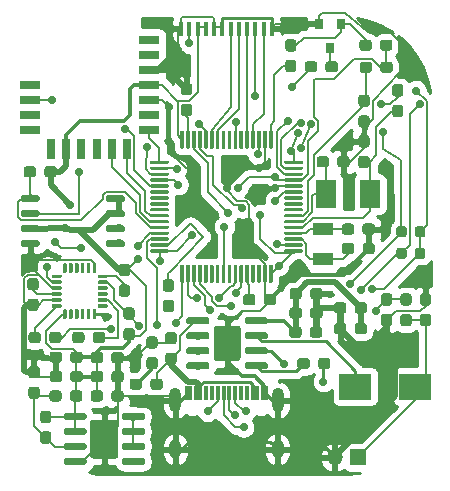
<source format=gbr>
G04 #@! TF.GenerationSoftware,KiCad,Pcbnew,(5.1.6-0-10_14)*
G04 #@! TF.CreationDate,2020-09-27T10:59:16+08:00*
G04 #@! TF.ProjectId,Watch_F4,57617463-685f-4463-942e-6b696361645f,rev?*
G04 #@! TF.SameCoordinates,Original*
G04 #@! TF.FileFunction,Copper,L1,Top*
G04 #@! TF.FilePolarity,Positive*
%FSLAX46Y46*%
G04 Gerber Fmt 4.6, Leading zero omitted, Abs format (unit mm)*
G04 Created by KiCad (PCBNEW (5.1.6-0-10_14)) date 2020-09-27 10:59:16*
%MOMM*%
%LPD*%
G01*
G04 APERTURE LIST*
G04 #@! TA.AperFunction,SMDPad,CuDef*
%ADD10R,0.300000X1.150000*%
G04 #@! TD*
G04 #@! TA.AperFunction,ComponentPad*
%ADD11O,1.000000X1.600000*%
G04 #@! TD*
G04 #@! TA.AperFunction,ComponentPad*
%ADD12O,1.000000X2.100000*%
G04 #@! TD*
G04 #@! TA.AperFunction,SMDPad,CuDef*
%ADD13R,0.350000X1.300000*%
G04 #@! TD*
G04 #@! TA.AperFunction,SMDPad,CuDef*
%ADD14R,0.800000X0.900000*%
G04 #@! TD*
G04 #@! TA.AperFunction,SMDPad,CuDef*
%ADD15R,1.800000X0.800000*%
G04 #@! TD*
G04 #@! TA.AperFunction,SMDPad,CuDef*
%ADD16R,0.800000X1.800000*%
G04 #@! TD*
G04 #@! TA.AperFunction,SMDPad,CuDef*
%ADD17R,1.800000X1.000000*%
G04 #@! TD*
G04 #@! TA.AperFunction,SMDPad,CuDef*
%ADD18R,1.700000X2.400000*%
G04 #@! TD*
G04 #@! TA.AperFunction,SMDPad,CuDef*
%ADD19R,2.700000X2.200000*%
G04 #@! TD*
G04 #@! TA.AperFunction,ComponentPad*
%ADD20O,1.350000X1.350000*%
G04 #@! TD*
G04 #@! TA.AperFunction,ComponentPad*
%ADD21R,1.350000X1.350000*%
G04 #@! TD*
G04 #@! TA.AperFunction,ViaPad*
%ADD22C,0.700000*%
G04 #@! TD*
G04 #@! TA.AperFunction,Conductor*
%ADD23C,0.200000*%
G04 #@! TD*
G04 #@! TA.AperFunction,Conductor*
%ADD24C,0.500000*%
G04 #@! TD*
G04 #@! TA.AperFunction,Conductor*
%ADD25C,0.350000*%
G04 #@! TD*
G04 #@! TA.AperFunction,Conductor*
%ADD26C,0.250000*%
G04 #@! TD*
G04 #@! TA.AperFunction,Conductor*
%ADD27C,0.254000*%
G04 #@! TD*
G04 APERTURE END LIST*
D10*
X151350000Y-118480000D03*
X150550000Y-118480000D03*
X145750000Y-118480000D03*
X144950000Y-118480000D03*
X144650000Y-118480000D03*
X145450000Y-118480000D03*
X146250000Y-118480000D03*
X146750000Y-118480000D03*
X147250000Y-118480000D03*
X147750000Y-118480000D03*
X148250000Y-118480000D03*
X148750000Y-118480000D03*
X149250000Y-118480000D03*
X149750000Y-118480000D03*
X150250000Y-118480000D03*
X151050000Y-118480000D03*
D11*
X152320000Y-123225000D03*
X143680000Y-123225000D03*
D12*
X152320000Y-119045000D03*
X143680000Y-119045000D03*
D13*
X151850000Y-87600000D03*
X151150000Y-87600000D03*
X150450000Y-87600000D03*
X149750000Y-87600000D03*
X149050000Y-87600000D03*
X148350000Y-87600000D03*
X147650000Y-87600000D03*
X146950000Y-87600000D03*
X146250000Y-87600000D03*
X145550000Y-87600000D03*
X144850000Y-87600000D03*
X144150000Y-87600000D03*
G04 #@! TA.AperFunction,SMDPad,CuDef*
G36*
G01*
X163950000Y-106876250D02*
X163950000Y-106363750D01*
G75*
G02*
X164168750Y-106145000I218750J0D01*
G01*
X164606250Y-106145000D01*
G75*
G02*
X164825000Y-106363750I0J-218750D01*
G01*
X164825000Y-106876250D01*
G75*
G02*
X164606250Y-107095000I-218750J0D01*
G01*
X164168750Y-107095000D01*
G75*
G02*
X163950000Y-106876250I0J218750D01*
G01*
G37*
G04 #@! TD.AperFunction*
G04 #@! TA.AperFunction,SMDPad,CuDef*
G36*
G01*
X162375000Y-106876250D02*
X162375000Y-106363750D01*
G75*
G02*
X162593750Y-106145000I218750J0D01*
G01*
X163031250Y-106145000D01*
G75*
G02*
X163250000Y-106363750I0J-218750D01*
G01*
X163250000Y-106876250D01*
G75*
G02*
X163031250Y-107095000I-218750J0D01*
G01*
X162593750Y-107095000D01*
G75*
G02*
X162375000Y-106876250I0J218750D01*
G01*
G37*
G04 #@! TD.AperFunction*
G04 #@! TA.AperFunction,SMDPad,CuDef*
G36*
G01*
X163250000Y-104543750D02*
X163250000Y-105056250D01*
G75*
G02*
X163031250Y-105275000I-218750J0D01*
G01*
X162593750Y-105275000D01*
G75*
G02*
X162375000Y-105056250I0J218750D01*
G01*
X162375000Y-104543750D01*
G75*
G02*
X162593750Y-104325000I218750J0D01*
G01*
X163031250Y-104325000D01*
G75*
G02*
X163250000Y-104543750I0J-218750D01*
G01*
G37*
G04 #@! TD.AperFunction*
G04 #@! TA.AperFunction,SMDPad,CuDef*
G36*
G01*
X164825000Y-104543750D02*
X164825000Y-105056250D01*
G75*
G02*
X164606250Y-105275000I-218750J0D01*
G01*
X164168750Y-105275000D01*
G75*
G02*
X163950000Y-105056250I0J218750D01*
G01*
X163950000Y-104543750D01*
G75*
G02*
X164168750Y-104325000I218750J0D01*
G01*
X164606250Y-104325000D01*
G75*
G02*
X164825000Y-104543750I0J-218750D01*
G01*
G37*
G04 #@! TD.AperFunction*
D14*
X156740000Y-89200000D03*
X155790000Y-87200000D03*
X157690000Y-87200000D03*
G04 #@! TA.AperFunction,SMDPad,CuDef*
G36*
G01*
X162262500Y-94045000D02*
X162737500Y-94045000D01*
G75*
G02*
X162975000Y-94282500I0J-237500D01*
G01*
X162975000Y-94857500D01*
G75*
G02*
X162737500Y-95095000I-237500J0D01*
G01*
X162262500Y-95095000D01*
G75*
G02*
X162025000Y-94857500I0J237500D01*
G01*
X162025000Y-94282500D01*
G75*
G02*
X162262500Y-94045000I237500J0D01*
G01*
G37*
G04 #@! TD.AperFunction*
G04 #@! TA.AperFunction,SMDPad,CuDef*
G36*
G01*
X162262500Y-92295000D02*
X162737500Y-92295000D01*
G75*
G02*
X162975000Y-92532500I0J-237500D01*
G01*
X162975000Y-93107500D01*
G75*
G02*
X162737500Y-93345000I-237500J0D01*
G01*
X162262500Y-93345000D01*
G75*
G02*
X162025000Y-93107500I0J237500D01*
G01*
X162025000Y-92532500D01*
G75*
G02*
X162262500Y-92295000I237500J0D01*
G01*
G37*
G04 #@! TD.AperFunction*
G04 #@! TA.AperFunction,SMDPad,CuDef*
G36*
G01*
X161020000Y-91117500D02*
X161020000Y-90642500D01*
G75*
G02*
X161257500Y-90405000I237500J0D01*
G01*
X161832500Y-90405000D01*
G75*
G02*
X162070000Y-90642500I0J-237500D01*
G01*
X162070000Y-91117500D01*
G75*
G02*
X161832500Y-91355000I-237500J0D01*
G01*
X161257500Y-91355000D01*
G75*
G02*
X161020000Y-91117500I0J237500D01*
G01*
G37*
G04 #@! TD.AperFunction*
G04 #@! TA.AperFunction,SMDPad,CuDef*
G36*
G01*
X159270000Y-91117500D02*
X159270000Y-90642500D01*
G75*
G02*
X159507500Y-90405000I237500J0D01*
G01*
X160082500Y-90405000D01*
G75*
G02*
X160320000Y-90642500I0J-237500D01*
G01*
X160320000Y-91117500D01*
G75*
G02*
X160082500Y-91355000I-237500J0D01*
G01*
X159507500Y-91355000D01*
G75*
G02*
X159270000Y-91117500I0J237500D01*
G01*
G37*
G04 #@! TD.AperFunction*
G04 #@! TA.AperFunction,SMDPad,CuDef*
G36*
G01*
X155680000Y-90592500D02*
X155680000Y-91067500D01*
G75*
G02*
X155442500Y-91305000I-237500J0D01*
G01*
X154867500Y-91305000D01*
G75*
G02*
X154630000Y-91067500I0J237500D01*
G01*
X154630000Y-90592500D01*
G75*
G02*
X154867500Y-90355000I237500J0D01*
G01*
X155442500Y-90355000D01*
G75*
G02*
X155680000Y-90592500I0J-237500D01*
G01*
G37*
G04 #@! TD.AperFunction*
G04 #@! TA.AperFunction,SMDPad,CuDef*
G36*
G01*
X157430000Y-90592500D02*
X157430000Y-91067500D01*
G75*
G02*
X157192500Y-91305000I-237500J0D01*
G01*
X156617500Y-91305000D01*
G75*
G02*
X156380000Y-91067500I0J237500D01*
G01*
X156380000Y-90592500D01*
G75*
G02*
X156617500Y-90355000I237500J0D01*
G01*
X157192500Y-90355000D01*
G75*
G02*
X157430000Y-90592500I0J-237500D01*
G01*
G37*
G04 #@! TD.AperFunction*
G04 #@! TA.AperFunction,SMDPad,CuDef*
G36*
G01*
X161000000Y-89237500D02*
X161000000Y-88762500D01*
G75*
G02*
X161237500Y-88525000I237500J0D01*
G01*
X161812500Y-88525000D01*
G75*
G02*
X162050000Y-88762500I0J-237500D01*
G01*
X162050000Y-89237500D01*
G75*
G02*
X161812500Y-89475000I-237500J0D01*
G01*
X161237500Y-89475000D01*
G75*
G02*
X161000000Y-89237500I0J237500D01*
G01*
G37*
G04 #@! TD.AperFunction*
G04 #@! TA.AperFunction,SMDPad,CuDef*
G36*
G01*
X159250000Y-89237500D02*
X159250000Y-88762500D01*
G75*
G02*
X159487500Y-88525000I237500J0D01*
G01*
X160062500Y-88525000D01*
G75*
G02*
X160300000Y-88762500I0J-237500D01*
G01*
X160300000Y-89237500D01*
G75*
G02*
X160062500Y-89475000I-237500J0D01*
G01*
X159487500Y-89475000D01*
G75*
G02*
X159250000Y-89237500I0J237500D01*
G01*
G37*
G04 #@! TD.AperFunction*
G04 #@! TA.AperFunction,SMDPad,CuDef*
G36*
G01*
X153212500Y-90240000D02*
X153687500Y-90240000D01*
G75*
G02*
X153925000Y-90477500I0J-237500D01*
G01*
X153925000Y-91052500D01*
G75*
G02*
X153687500Y-91290000I-237500J0D01*
G01*
X153212500Y-91290000D01*
G75*
G02*
X152975000Y-91052500I0J237500D01*
G01*
X152975000Y-90477500D01*
G75*
G02*
X153212500Y-90240000I237500J0D01*
G01*
G37*
G04 #@! TD.AperFunction*
G04 #@! TA.AperFunction,SMDPad,CuDef*
G36*
G01*
X153212500Y-88490000D02*
X153687500Y-88490000D01*
G75*
G02*
X153925000Y-88727500I0J-237500D01*
G01*
X153925000Y-89302500D01*
G75*
G02*
X153687500Y-89540000I-237500J0D01*
G01*
X153212500Y-89540000D01*
G75*
G02*
X152975000Y-89302500I0J237500D01*
G01*
X152975000Y-88727500D01*
G75*
G02*
X153212500Y-88490000I237500J0D01*
G01*
G37*
G04 #@! TD.AperFunction*
G04 #@! TA.AperFunction,SMDPad,CuDef*
G36*
G01*
X142842500Y-110565000D02*
X143317500Y-110565000D01*
G75*
G02*
X143555000Y-110802500I0J-237500D01*
G01*
X143555000Y-111377500D01*
G75*
G02*
X143317500Y-111615000I-237500J0D01*
G01*
X142842500Y-111615000D01*
G75*
G02*
X142605000Y-111377500I0J237500D01*
G01*
X142605000Y-110802500D01*
G75*
G02*
X142842500Y-110565000I237500J0D01*
G01*
G37*
G04 #@! TD.AperFunction*
G04 #@! TA.AperFunction,SMDPad,CuDef*
G36*
G01*
X142842500Y-108815000D02*
X143317500Y-108815000D01*
G75*
G02*
X143555000Y-109052500I0J-237500D01*
G01*
X143555000Y-109627500D01*
G75*
G02*
X143317500Y-109865000I-237500J0D01*
G01*
X142842500Y-109865000D01*
G75*
G02*
X142605000Y-109627500I0J237500D01*
G01*
X142605000Y-109052500D01*
G75*
G02*
X142842500Y-108815000I237500J0D01*
G01*
G37*
G04 #@! TD.AperFunction*
G04 #@! TA.AperFunction,SMDPad,CuDef*
G36*
G01*
X151900000Y-107655000D02*
X151900000Y-109055000D01*
G75*
G02*
X151825000Y-109130000I-75000J0D01*
G01*
X151675000Y-109130000D01*
G75*
G02*
X151600000Y-109055000I0J75000D01*
G01*
X151600000Y-107655000D01*
G75*
G02*
X151675000Y-107580000I75000J0D01*
G01*
X151825000Y-107580000D01*
G75*
G02*
X151900000Y-107655000I0J-75000D01*
G01*
G37*
G04 #@! TD.AperFunction*
G04 #@! TA.AperFunction,SMDPad,CuDef*
G36*
G01*
X151400000Y-107655000D02*
X151400000Y-109055000D01*
G75*
G02*
X151325000Y-109130000I-75000J0D01*
G01*
X151175000Y-109130000D01*
G75*
G02*
X151100000Y-109055000I0J75000D01*
G01*
X151100000Y-107655000D01*
G75*
G02*
X151175000Y-107580000I75000J0D01*
G01*
X151325000Y-107580000D01*
G75*
G02*
X151400000Y-107655000I0J-75000D01*
G01*
G37*
G04 #@! TD.AperFunction*
G04 #@! TA.AperFunction,SMDPad,CuDef*
G36*
G01*
X150900000Y-107655000D02*
X150900000Y-109055000D01*
G75*
G02*
X150825000Y-109130000I-75000J0D01*
G01*
X150675000Y-109130000D01*
G75*
G02*
X150600000Y-109055000I0J75000D01*
G01*
X150600000Y-107655000D01*
G75*
G02*
X150675000Y-107580000I75000J0D01*
G01*
X150825000Y-107580000D01*
G75*
G02*
X150900000Y-107655000I0J-75000D01*
G01*
G37*
G04 #@! TD.AperFunction*
G04 #@! TA.AperFunction,SMDPad,CuDef*
G36*
G01*
X150400000Y-107655000D02*
X150400000Y-109055000D01*
G75*
G02*
X150325000Y-109130000I-75000J0D01*
G01*
X150175000Y-109130000D01*
G75*
G02*
X150100000Y-109055000I0J75000D01*
G01*
X150100000Y-107655000D01*
G75*
G02*
X150175000Y-107580000I75000J0D01*
G01*
X150325000Y-107580000D01*
G75*
G02*
X150400000Y-107655000I0J-75000D01*
G01*
G37*
G04 #@! TD.AperFunction*
G04 #@! TA.AperFunction,SMDPad,CuDef*
G36*
G01*
X149900000Y-107655000D02*
X149900000Y-109055000D01*
G75*
G02*
X149825000Y-109130000I-75000J0D01*
G01*
X149675000Y-109130000D01*
G75*
G02*
X149600000Y-109055000I0J75000D01*
G01*
X149600000Y-107655000D01*
G75*
G02*
X149675000Y-107580000I75000J0D01*
G01*
X149825000Y-107580000D01*
G75*
G02*
X149900000Y-107655000I0J-75000D01*
G01*
G37*
G04 #@! TD.AperFunction*
G04 #@! TA.AperFunction,SMDPad,CuDef*
G36*
G01*
X149400000Y-107655000D02*
X149400000Y-109055000D01*
G75*
G02*
X149325000Y-109130000I-75000J0D01*
G01*
X149175000Y-109130000D01*
G75*
G02*
X149100000Y-109055000I0J75000D01*
G01*
X149100000Y-107655000D01*
G75*
G02*
X149175000Y-107580000I75000J0D01*
G01*
X149325000Y-107580000D01*
G75*
G02*
X149400000Y-107655000I0J-75000D01*
G01*
G37*
G04 #@! TD.AperFunction*
G04 #@! TA.AperFunction,SMDPad,CuDef*
G36*
G01*
X148900000Y-107655000D02*
X148900000Y-109055000D01*
G75*
G02*
X148825000Y-109130000I-75000J0D01*
G01*
X148675000Y-109130000D01*
G75*
G02*
X148600000Y-109055000I0J75000D01*
G01*
X148600000Y-107655000D01*
G75*
G02*
X148675000Y-107580000I75000J0D01*
G01*
X148825000Y-107580000D01*
G75*
G02*
X148900000Y-107655000I0J-75000D01*
G01*
G37*
G04 #@! TD.AperFunction*
G04 #@! TA.AperFunction,SMDPad,CuDef*
G36*
G01*
X148400000Y-107655000D02*
X148400000Y-109055000D01*
G75*
G02*
X148325000Y-109130000I-75000J0D01*
G01*
X148175000Y-109130000D01*
G75*
G02*
X148100000Y-109055000I0J75000D01*
G01*
X148100000Y-107655000D01*
G75*
G02*
X148175000Y-107580000I75000J0D01*
G01*
X148325000Y-107580000D01*
G75*
G02*
X148400000Y-107655000I0J-75000D01*
G01*
G37*
G04 #@! TD.AperFunction*
G04 #@! TA.AperFunction,SMDPad,CuDef*
G36*
G01*
X147900000Y-107655000D02*
X147900000Y-109055000D01*
G75*
G02*
X147825000Y-109130000I-75000J0D01*
G01*
X147675000Y-109130000D01*
G75*
G02*
X147600000Y-109055000I0J75000D01*
G01*
X147600000Y-107655000D01*
G75*
G02*
X147675000Y-107580000I75000J0D01*
G01*
X147825000Y-107580000D01*
G75*
G02*
X147900000Y-107655000I0J-75000D01*
G01*
G37*
G04 #@! TD.AperFunction*
G04 #@! TA.AperFunction,SMDPad,CuDef*
G36*
G01*
X147400000Y-107655000D02*
X147400000Y-109055000D01*
G75*
G02*
X147325000Y-109130000I-75000J0D01*
G01*
X147175000Y-109130000D01*
G75*
G02*
X147100000Y-109055000I0J75000D01*
G01*
X147100000Y-107655000D01*
G75*
G02*
X147175000Y-107580000I75000J0D01*
G01*
X147325000Y-107580000D01*
G75*
G02*
X147400000Y-107655000I0J-75000D01*
G01*
G37*
G04 #@! TD.AperFunction*
G04 #@! TA.AperFunction,SMDPad,CuDef*
G36*
G01*
X146900000Y-107655000D02*
X146900000Y-109055000D01*
G75*
G02*
X146825000Y-109130000I-75000J0D01*
G01*
X146675000Y-109130000D01*
G75*
G02*
X146600000Y-109055000I0J75000D01*
G01*
X146600000Y-107655000D01*
G75*
G02*
X146675000Y-107580000I75000J0D01*
G01*
X146825000Y-107580000D01*
G75*
G02*
X146900000Y-107655000I0J-75000D01*
G01*
G37*
G04 #@! TD.AperFunction*
G04 #@! TA.AperFunction,SMDPad,CuDef*
G36*
G01*
X146400000Y-107655000D02*
X146400000Y-109055000D01*
G75*
G02*
X146325000Y-109130000I-75000J0D01*
G01*
X146175000Y-109130000D01*
G75*
G02*
X146100000Y-109055000I0J75000D01*
G01*
X146100000Y-107655000D01*
G75*
G02*
X146175000Y-107580000I75000J0D01*
G01*
X146325000Y-107580000D01*
G75*
G02*
X146400000Y-107655000I0J-75000D01*
G01*
G37*
G04 #@! TD.AperFunction*
G04 #@! TA.AperFunction,SMDPad,CuDef*
G36*
G01*
X145900000Y-107655000D02*
X145900000Y-109055000D01*
G75*
G02*
X145825000Y-109130000I-75000J0D01*
G01*
X145675000Y-109130000D01*
G75*
G02*
X145600000Y-109055000I0J75000D01*
G01*
X145600000Y-107655000D01*
G75*
G02*
X145675000Y-107580000I75000J0D01*
G01*
X145825000Y-107580000D01*
G75*
G02*
X145900000Y-107655000I0J-75000D01*
G01*
G37*
G04 #@! TD.AperFunction*
G04 #@! TA.AperFunction,SMDPad,CuDef*
G36*
G01*
X145400000Y-107655000D02*
X145400000Y-109055000D01*
G75*
G02*
X145325000Y-109130000I-75000J0D01*
G01*
X145175000Y-109130000D01*
G75*
G02*
X145100000Y-109055000I0J75000D01*
G01*
X145100000Y-107655000D01*
G75*
G02*
X145175000Y-107580000I75000J0D01*
G01*
X145325000Y-107580000D01*
G75*
G02*
X145400000Y-107655000I0J-75000D01*
G01*
G37*
G04 #@! TD.AperFunction*
G04 #@! TA.AperFunction,SMDPad,CuDef*
G36*
G01*
X144900000Y-107655000D02*
X144900000Y-109055000D01*
G75*
G02*
X144825000Y-109130000I-75000J0D01*
G01*
X144675000Y-109130000D01*
G75*
G02*
X144600000Y-109055000I0J75000D01*
G01*
X144600000Y-107655000D01*
G75*
G02*
X144675000Y-107580000I75000J0D01*
G01*
X144825000Y-107580000D01*
G75*
G02*
X144900000Y-107655000I0J-75000D01*
G01*
G37*
G04 #@! TD.AperFunction*
G04 #@! TA.AperFunction,SMDPad,CuDef*
G36*
G01*
X144400000Y-107655000D02*
X144400000Y-109055000D01*
G75*
G02*
X144325000Y-109130000I-75000J0D01*
G01*
X144175000Y-109130000D01*
G75*
G02*
X144100000Y-109055000I0J75000D01*
G01*
X144100000Y-107655000D01*
G75*
G02*
X144175000Y-107580000I75000J0D01*
G01*
X144325000Y-107580000D01*
G75*
G02*
X144400000Y-107655000I0J-75000D01*
G01*
G37*
G04 #@! TD.AperFunction*
G04 #@! TA.AperFunction,SMDPad,CuDef*
G36*
G01*
X143100000Y-106355000D02*
X143100000Y-106505000D01*
G75*
G02*
X143025000Y-106580000I-75000J0D01*
G01*
X141625000Y-106580000D01*
G75*
G02*
X141550000Y-106505000I0J75000D01*
G01*
X141550000Y-106355000D01*
G75*
G02*
X141625000Y-106280000I75000J0D01*
G01*
X143025000Y-106280000D01*
G75*
G02*
X143100000Y-106355000I0J-75000D01*
G01*
G37*
G04 #@! TD.AperFunction*
G04 #@! TA.AperFunction,SMDPad,CuDef*
G36*
G01*
X143100000Y-105855000D02*
X143100000Y-106005000D01*
G75*
G02*
X143025000Y-106080000I-75000J0D01*
G01*
X141625000Y-106080000D01*
G75*
G02*
X141550000Y-106005000I0J75000D01*
G01*
X141550000Y-105855000D01*
G75*
G02*
X141625000Y-105780000I75000J0D01*
G01*
X143025000Y-105780000D01*
G75*
G02*
X143100000Y-105855000I0J-75000D01*
G01*
G37*
G04 #@! TD.AperFunction*
G04 #@! TA.AperFunction,SMDPad,CuDef*
G36*
G01*
X143100000Y-105355000D02*
X143100000Y-105505000D01*
G75*
G02*
X143025000Y-105580000I-75000J0D01*
G01*
X141625000Y-105580000D01*
G75*
G02*
X141550000Y-105505000I0J75000D01*
G01*
X141550000Y-105355000D01*
G75*
G02*
X141625000Y-105280000I75000J0D01*
G01*
X143025000Y-105280000D01*
G75*
G02*
X143100000Y-105355000I0J-75000D01*
G01*
G37*
G04 #@! TD.AperFunction*
G04 #@! TA.AperFunction,SMDPad,CuDef*
G36*
G01*
X143100000Y-104855000D02*
X143100000Y-105005000D01*
G75*
G02*
X143025000Y-105080000I-75000J0D01*
G01*
X141625000Y-105080000D01*
G75*
G02*
X141550000Y-105005000I0J75000D01*
G01*
X141550000Y-104855000D01*
G75*
G02*
X141625000Y-104780000I75000J0D01*
G01*
X143025000Y-104780000D01*
G75*
G02*
X143100000Y-104855000I0J-75000D01*
G01*
G37*
G04 #@! TD.AperFunction*
G04 #@! TA.AperFunction,SMDPad,CuDef*
G36*
G01*
X143100000Y-104355000D02*
X143100000Y-104505000D01*
G75*
G02*
X143025000Y-104580000I-75000J0D01*
G01*
X141625000Y-104580000D01*
G75*
G02*
X141550000Y-104505000I0J75000D01*
G01*
X141550000Y-104355000D01*
G75*
G02*
X141625000Y-104280000I75000J0D01*
G01*
X143025000Y-104280000D01*
G75*
G02*
X143100000Y-104355000I0J-75000D01*
G01*
G37*
G04 #@! TD.AperFunction*
G04 #@! TA.AperFunction,SMDPad,CuDef*
G36*
G01*
X143100000Y-103855000D02*
X143100000Y-104005000D01*
G75*
G02*
X143025000Y-104080000I-75000J0D01*
G01*
X141625000Y-104080000D01*
G75*
G02*
X141550000Y-104005000I0J75000D01*
G01*
X141550000Y-103855000D01*
G75*
G02*
X141625000Y-103780000I75000J0D01*
G01*
X143025000Y-103780000D01*
G75*
G02*
X143100000Y-103855000I0J-75000D01*
G01*
G37*
G04 #@! TD.AperFunction*
G04 #@! TA.AperFunction,SMDPad,CuDef*
G36*
G01*
X143100000Y-103355000D02*
X143100000Y-103505000D01*
G75*
G02*
X143025000Y-103580000I-75000J0D01*
G01*
X141625000Y-103580000D01*
G75*
G02*
X141550000Y-103505000I0J75000D01*
G01*
X141550000Y-103355000D01*
G75*
G02*
X141625000Y-103280000I75000J0D01*
G01*
X143025000Y-103280000D01*
G75*
G02*
X143100000Y-103355000I0J-75000D01*
G01*
G37*
G04 #@! TD.AperFunction*
G04 #@! TA.AperFunction,SMDPad,CuDef*
G36*
G01*
X143100000Y-102855000D02*
X143100000Y-103005000D01*
G75*
G02*
X143025000Y-103080000I-75000J0D01*
G01*
X141625000Y-103080000D01*
G75*
G02*
X141550000Y-103005000I0J75000D01*
G01*
X141550000Y-102855000D01*
G75*
G02*
X141625000Y-102780000I75000J0D01*
G01*
X143025000Y-102780000D01*
G75*
G02*
X143100000Y-102855000I0J-75000D01*
G01*
G37*
G04 #@! TD.AperFunction*
G04 #@! TA.AperFunction,SMDPad,CuDef*
G36*
G01*
X143100000Y-102355000D02*
X143100000Y-102505000D01*
G75*
G02*
X143025000Y-102580000I-75000J0D01*
G01*
X141625000Y-102580000D01*
G75*
G02*
X141550000Y-102505000I0J75000D01*
G01*
X141550000Y-102355000D01*
G75*
G02*
X141625000Y-102280000I75000J0D01*
G01*
X143025000Y-102280000D01*
G75*
G02*
X143100000Y-102355000I0J-75000D01*
G01*
G37*
G04 #@! TD.AperFunction*
G04 #@! TA.AperFunction,SMDPad,CuDef*
G36*
G01*
X143100000Y-101855000D02*
X143100000Y-102005000D01*
G75*
G02*
X143025000Y-102080000I-75000J0D01*
G01*
X141625000Y-102080000D01*
G75*
G02*
X141550000Y-102005000I0J75000D01*
G01*
X141550000Y-101855000D01*
G75*
G02*
X141625000Y-101780000I75000J0D01*
G01*
X143025000Y-101780000D01*
G75*
G02*
X143100000Y-101855000I0J-75000D01*
G01*
G37*
G04 #@! TD.AperFunction*
G04 #@! TA.AperFunction,SMDPad,CuDef*
G36*
G01*
X143100000Y-101355000D02*
X143100000Y-101505000D01*
G75*
G02*
X143025000Y-101580000I-75000J0D01*
G01*
X141625000Y-101580000D01*
G75*
G02*
X141550000Y-101505000I0J75000D01*
G01*
X141550000Y-101355000D01*
G75*
G02*
X141625000Y-101280000I75000J0D01*
G01*
X143025000Y-101280000D01*
G75*
G02*
X143100000Y-101355000I0J-75000D01*
G01*
G37*
G04 #@! TD.AperFunction*
G04 #@! TA.AperFunction,SMDPad,CuDef*
G36*
G01*
X143100000Y-100855000D02*
X143100000Y-101005000D01*
G75*
G02*
X143025000Y-101080000I-75000J0D01*
G01*
X141625000Y-101080000D01*
G75*
G02*
X141550000Y-101005000I0J75000D01*
G01*
X141550000Y-100855000D01*
G75*
G02*
X141625000Y-100780000I75000J0D01*
G01*
X143025000Y-100780000D01*
G75*
G02*
X143100000Y-100855000I0J-75000D01*
G01*
G37*
G04 #@! TD.AperFunction*
G04 #@! TA.AperFunction,SMDPad,CuDef*
G36*
G01*
X143100000Y-100355000D02*
X143100000Y-100505000D01*
G75*
G02*
X143025000Y-100580000I-75000J0D01*
G01*
X141625000Y-100580000D01*
G75*
G02*
X141550000Y-100505000I0J75000D01*
G01*
X141550000Y-100355000D01*
G75*
G02*
X141625000Y-100280000I75000J0D01*
G01*
X143025000Y-100280000D01*
G75*
G02*
X143100000Y-100355000I0J-75000D01*
G01*
G37*
G04 #@! TD.AperFunction*
G04 #@! TA.AperFunction,SMDPad,CuDef*
G36*
G01*
X143100000Y-99855000D02*
X143100000Y-100005000D01*
G75*
G02*
X143025000Y-100080000I-75000J0D01*
G01*
X141625000Y-100080000D01*
G75*
G02*
X141550000Y-100005000I0J75000D01*
G01*
X141550000Y-99855000D01*
G75*
G02*
X141625000Y-99780000I75000J0D01*
G01*
X143025000Y-99780000D01*
G75*
G02*
X143100000Y-99855000I0J-75000D01*
G01*
G37*
G04 #@! TD.AperFunction*
G04 #@! TA.AperFunction,SMDPad,CuDef*
G36*
G01*
X143100000Y-99355000D02*
X143100000Y-99505000D01*
G75*
G02*
X143025000Y-99580000I-75000J0D01*
G01*
X141625000Y-99580000D01*
G75*
G02*
X141550000Y-99505000I0J75000D01*
G01*
X141550000Y-99355000D01*
G75*
G02*
X141625000Y-99280000I75000J0D01*
G01*
X143025000Y-99280000D01*
G75*
G02*
X143100000Y-99355000I0J-75000D01*
G01*
G37*
G04 #@! TD.AperFunction*
G04 #@! TA.AperFunction,SMDPad,CuDef*
G36*
G01*
X143100000Y-98855000D02*
X143100000Y-99005000D01*
G75*
G02*
X143025000Y-99080000I-75000J0D01*
G01*
X141625000Y-99080000D01*
G75*
G02*
X141550000Y-99005000I0J75000D01*
G01*
X141550000Y-98855000D01*
G75*
G02*
X141625000Y-98780000I75000J0D01*
G01*
X143025000Y-98780000D01*
G75*
G02*
X143100000Y-98855000I0J-75000D01*
G01*
G37*
G04 #@! TD.AperFunction*
G04 #@! TA.AperFunction,SMDPad,CuDef*
G36*
G01*
X144400000Y-96305000D02*
X144400000Y-97705000D01*
G75*
G02*
X144325000Y-97780000I-75000J0D01*
G01*
X144175000Y-97780000D01*
G75*
G02*
X144100000Y-97705000I0J75000D01*
G01*
X144100000Y-96305000D01*
G75*
G02*
X144175000Y-96230000I75000J0D01*
G01*
X144325000Y-96230000D01*
G75*
G02*
X144400000Y-96305000I0J-75000D01*
G01*
G37*
G04 #@! TD.AperFunction*
G04 #@! TA.AperFunction,SMDPad,CuDef*
G36*
G01*
X144900000Y-96305000D02*
X144900000Y-97705000D01*
G75*
G02*
X144825000Y-97780000I-75000J0D01*
G01*
X144675000Y-97780000D01*
G75*
G02*
X144600000Y-97705000I0J75000D01*
G01*
X144600000Y-96305000D01*
G75*
G02*
X144675000Y-96230000I75000J0D01*
G01*
X144825000Y-96230000D01*
G75*
G02*
X144900000Y-96305000I0J-75000D01*
G01*
G37*
G04 #@! TD.AperFunction*
G04 #@! TA.AperFunction,SMDPad,CuDef*
G36*
G01*
X145400000Y-96305000D02*
X145400000Y-97705000D01*
G75*
G02*
X145325000Y-97780000I-75000J0D01*
G01*
X145175000Y-97780000D01*
G75*
G02*
X145100000Y-97705000I0J75000D01*
G01*
X145100000Y-96305000D01*
G75*
G02*
X145175000Y-96230000I75000J0D01*
G01*
X145325000Y-96230000D01*
G75*
G02*
X145400000Y-96305000I0J-75000D01*
G01*
G37*
G04 #@! TD.AperFunction*
G04 #@! TA.AperFunction,SMDPad,CuDef*
G36*
G01*
X145900000Y-96305000D02*
X145900000Y-97705000D01*
G75*
G02*
X145825000Y-97780000I-75000J0D01*
G01*
X145675000Y-97780000D01*
G75*
G02*
X145600000Y-97705000I0J75000D01*
G01*
X145600000Y-96305000D01*
G75*
G02*
X145675000Y-96230000I75000J0D01*
G01*
X145825000Y-96230000D01*
G75*
G02*
X145900000Y-96305000I0J-75000D01*
G01*
G37*
G04 #@! TD.AperFunction*
G04 #@! TA.AperFunction,SMDPad,CuDef*
G36*
G01*
X146400000Y-96305000D02*
X146400000Y-97705000D01*
G75*
G02*
X146325000Y-97780000I-75000J0D01*
G01*
X146175000Y-97780000D01*
G75*
G02*
X146100000Y-97705000I0J75000D01*
G01*
X146100000Y-96305000D01*
G75*
G02*
X146175000Y-96230000I75000J0D01*
G01*
X146325000Y-96230000D01*
G75*
G02*
X146400000Y-96305000I0J-75000D01*
G01*
G37*
G04 #@! TD.AperFunction*
G04 #@! TA.AperFunction,SMDPad,CuDef*
G36*
G01*
X146900000Y-96305000D02*
X146900000Y-97705000D01*
G75*
G02*
X146825000Y-97780000I-75000J0D01*
G01*
X146675000Y-97780000D01*
G75*
G02*
X146600000Y-97705000I0J75000D01*
G01*
X146600000Y-96305000D01*
G75*
G02*
X146675000Y-96230000I75000J0D01*
G01*
X146825000Y-96230000D01*
G75*
G02*
X146900000Y-96305000I0J-75000D01*
G01*
G37*
G04 #@! TD.AperFunction*
G04 #@! TA.AperFunction,SMDPad,CuDef*
G36*
G01*
X147400000Y-96305000D02*
X147400000Y-97705000D01*
G75*
G02*
X147325000Y-97780000I-75000J0D01*
G01*
X147175000Y-97780000D01*
G75*
G02*
X147100000Y-97705000I0J75000D01*
G01*
X147100000Y-96305000D01*
G75*
G02*
X147175000Y-96230000I75000J0D01*
G01*
X147325000Y-96230000D01*
G75*
G02*
X147400000Y-96305000I0J-75000D01*
G01*
G37*
G04 #@! TD.AperFunction*
G04 #@! TA.AperFunction,SMDPad,CuDef*
G36*
G01*
X147900000Y-96305000D02*
X147900000Y-97705000D01*
G75*
G02*
X147825000Y-97780000I-75000J0D01*
G01*
X147675000Y-97780000D01*
G75*
G02*
X147600000Y-97705000I0J75000D01*
G01*
X147600000Y-96305000D01*
G75*
G02*
X147675000Y-96230000I75000J0D01*
G01*
X147825000Y-96230000D01*
G75*
G02*
X147900000Y-96305000I0J-75000D01*
G01*
G37*
G04 #@! TD.AperFunction*
G04 #@! TA.AperFunction,SMDPad,CuDef*
G36*
G01*
X148400000Y-96305000D02*
X148400000Y-97705000D01*
G75*
G02*
X148325000Y-97780000I-75000J0D01*
G01*
X148175000Y-97780000D01*
G75*
G02*
X148100000Y-97705000I0J75000D01*
G01*
X148100000Y-96305000D01*
G75*
G02*
X148175000Y-96230000I75000J0D01*
G01*
X148325000Y-96230000D01*
G75*
G02*
X148400000Y-96305000I0J-75000D01*
G01*
G37*
G04 #@! TD.AperFunction*
G04 #@! TA.AperFunction,SMDPad,CuDef*
G36*
G01*
X148900000Y-96305000D02*
X148900000Y-97705000D01*
G75*
G02*
X148825000Y-97780000I-75000J0D01*
G01*
X148675000Y-97780000D01*
G75*
G02*
X148600000Y-97705000I0J75000D01*
G01*
X148600000Y-96305000D01*
G75*
G02*
X148675000Y-96230000I75000J0D01*
G01*
X148825000Y-96230000D01*
G75*
G02*
X148900000Y-96305000I0J-75000D01*
G01*
G37*
G04 #@! TD.AperFunction*
G04 #@! TA.AperFunction,SMDPad,CuDef*
G36*
G01*
X149400000Y-96305000D02*
X149400000Y-97705000D01*
G75*
G02*
X149325000Y-97780000I-75000J0D01*
G01*
X149175000Y-97780000D01*
G75*
G02*
X149100000Y-97705000I0J75000D01*
G01*
X149100000Y-96305000D01*
G75*
G02*
X149175000Y-96230000I75000J0D01*
G01*
X149325000Y-96230000D01*
G75*
G02*
X149400000Y-96305000I0J-75000D01*
G01*
G37*
G04 #@! TD.AperFunction*
G04 #@! TA.AperFunction,SMDPad,CuDef*
G36*
G01*
X149900000Y-96305000D02*
X149900000Y-97705000D01*
G75*
G02*
X149825000Y-97780000I-75000J0D01*
G01*
X149675000Y-97780000D01*
G75*
G02*
X149600000Y-97705000I0J75000D01*
G01*
X149600000Y-96305000D01*
G75*
G02*
X149675000Y-96230000I75000J0D01*
G01*
X149825000Y-96230000D01*
G75*
G02*
X149900000Y-96305000I0J-75000D01*
G01*
G37*
G04 #@! TD.AperFunction*
G04 #@! TA.AperFunction,SMDPad,CuDef*
G36*
G01*
X150400000Y-96305000D02*
X150400000Y-97705000D01*
G75*
G02*
X150325000Y-97780000I-75000J0D01*
G01*
X150175000Y-97780000D01*
G75*
G02*
X150100000Y-97705000I0J75000D01*
G01*
X150100000Y-96305000D01*
G75*
G02*
X150175000Y-96230000I75000J0D01*
G01*
X150325000Y-96230000D01*
G75*
G02*
X150400000Y-96305000I0J-75000D01*
G01*
G37*
G04 #@! TD.AperFunction*
G04 #@! TA.AperFunction,SMDPad,CuDef*
G36*
G01*
X150900000Y-96305000D02*
X150900000Y-97705000D01*
G75*
G02*
X150825000Y-97780000I-75000J0D01*
G01*
X150675000Y-97780000D01*
G75*
G02*
X150600000Y-97705000I0J75000D01*
G01*
X150600000Y-96305000D01*
G75*
G02*
X150675000Y-96230000I75000J0D01*
G01*
X150825000Y-96230000D01*
G75*
G02*
X150900000Y-96305000I0J-75000D01*
G01*
G37*
G04 #@! TD.AperFunction*
G04 #@! TA.AperFunction,SMDPad,CuDef*
G36*
G01*
X151400000Y-96305000D02*
X151400000Y-97705000D01*
G75*
G02*
X151325000Y-97780000I-75000J0D01*
G01*
X151175000Y-97780000D01*
G75*
G02*
X151100000Y-97705000I0J75000D01*
G01*
X151100000Y-96305000D01*
G75*
G02*
X151175000Y-96230000I75000J0D01*
G01*
X151325000Y-96230000D01*
G75*
G02*
X151400000Y-96305000I0J-75000D01*
G01*
G37*
G04 #@! TD.AperFunction*
G04 #@! TA.AperFunction,SMDPad,CuDef*
G36*
G01*
X151900000Y-96305000D02*
X151900000Y-97705000D01*
G75*
G02*
X151825000Y-97780000I-75000J0D01*
G01*
X151675000Y-97780000D01*
G75*
G02*
X151600000Y-97705000I0J75000D01*
G01*
X151600000Y-96305000D01*
G75*
G02*
X151675000Y-96230000I75000J0D01*
G01*
X151825000Y-96230000D01*
G75*
G02*
X151900000Y-96305000I0J-75000D01*
G01*
G37*
G04 #@! TD.AperFunction*
G04 #@! TA.AperFunction,SMDPad,CuDef*
G36*
G01*
X154450000Y-98855000D02*
X154450000Y-99005000D01*
G75*
G02*
X154375000Y-99080000I-75000J0D01*
G01*
X152975000Y-99080000D01*
G75*
G02*
X152900000Y-99005000I0J75000D01*
G01*
X152900000Y-98855000D01*
G75*
G02*
X152975000Y-98780000I75000J0D01*
G01*
X154375000Y-98780000D01*
G75*
G02*
X154450000Y-98855000I0J-75000D01*
G01*
G37*
G04 #@! TD.AperFunction*
G04 #@! TA.AperFunction,SMDPad,CuDef*
G36*
G01*
X154450000Y-99355000D02*
X154450000Y-99505000D01*
G75*
G02*
X154375000Y-99580000I-75000J0D01*
G01*
X152975000Y-99580000D01*
G75*
G02*
X152900000Y-99505000I0J75000D01*
G01*
X152900000Y-99355000D01*
G75*
G02*
X152975000Y-99280000I75000J0D01*
G01*
X154375000Y-99280000D01*
G75*
G02*
X154450000Y-99355000I0J-75000D01*
G01*
G37*
G04 #@! TD.AperFunction*
G04 #@! TA.AperFunction,SMDPad,CuDef*
G36*
G01*
X154450000Y-99855000D02*
X154450000Y-100005000D01*
G75*
G02*
X154375000Y-100080000I-75000J0D01*
G01*
X152975000Y-100080000D01*
G75*
G02*
X152900000Y-100005000I0J75000D01*
G01*
X152900000Y-99855000D01*
G75*
G02*
X152975000Y-99780000I75000J0D01*
G01*
X154375000Y-99780000D01*
G75*
G02*
X154450000Y-99855000I0J-75000D01*
G01*
G37*
G04 #@! TD.AperFunction*
G04 #@! TA.AperFunction,SMDPad,CuDef*
G36*
G01*
X154450000Y-100355000D02*
X154450000Y-100505000D01*
G75*
G02*
X154375000Y-100580000I-75000J0D01*
G01*
X152975000Y-100580000D01*
G75*
G02*
X152900000Y-100505000I0J75000D01*
G01*
X152900000Y-100355000D01*
G75*
G02*
X152975000Y-100280000I75000J0D01*
G01*
X154375000Y-100280000D01*
G75*
G02*
X154450000Y-100355000I0J-75000D01*
G01*
G37*
G04 #@! TD.AperFunction*
G04 #@! TA.AperFunction,SMDPad,CuDef*
G36*
G01*
X154450000Y-100855000D02*
X154450000Y-101005000D01*
G75*
G02*
X154375000Y-101080000I-75000J0D01*
G01*
X152975000Y-101080000D01*
G75*
G02*
X152900000Y-101005000I0J75000D01*
G01*
X152900000Y-100855000D01*
G75*
G02*
X152975000Y-100780000I75000J0D01*
G01*
X154375000Y-100780000D01*
G75*
G02*
X154450000Y-100855000I0J-75000D01*
G01*
G37*
G04 #@! TD.AperFunction*
G04 #@! TA.AperFunction,SMDPad,CuDef*
G36*
G01*
X154450000Y-101355000D02*
X154450000Y-101505000D01*
G75*
G02*
X154375000Y-101580000I-75000J0D01*
G01*
X152975000Y-101580000D01*
G75*
G02*
X152900000Y-101505000I0J75000D01*
G01*
X152900000Y-101355000D01*
G75*
G02*
X152975000Y-101280000I75000J0D01*
G01*
X154375000Y-101280000D01*
G75*
G02*
X154450000Y-101355000I0J-75000D01*
G01*
G37*
G04 #@! TD.AperFunction*
G04 #@! TA.AperFunction,SMDPad,CuDef*
G36*
G01*
X154450000Y-101855000D02*
X154450000Y-102005000D01*
G75*
G02*
X154375000Y-102080000I-75000J0D01*
G01*
X152975000Y-102080000D01*
G75*
G02*
X152900000Y-102005000I0J75000D01*
G01*
X152900000Y-101855000D01*
G75*
G02*
X152975000Y-101780000I75000J0D01*
G01*
X154375000Y-101780000D01*
G75*
G02*
X154450000Y-101855000I0J-75000D01*
G01*
G37*
G04 #@! TD.AperFunction*
G04 #@! TA.AperFunction,SMDPad,CuDef*
G36*
G01*
X154450000Y-102355000D02*
X154450000Y-102505000D01*
G75*
G02*
X154375000Y-102580000I-75000J0D01*
G01*
X152975000Y-102580000D01*
G75*
G02*
X152900000Y-102505000I0J75000D01*
G01*
X152900000Y-102355000D01*
G75*
G02*
X152975000Y-102280000I75000J0D01*
G01*
X154375000Y-102280000D01*
G75*
G02*
X154450000Y-102355000I0J-75000D01*
G01*
G37*
G04 #@! TD.AperFunction*
G04 #@! TA.AperFunction,SMDPad,CuDef*
G36*
G01*
X154450000Y-102855000D02*
X154450000Y-103005000D01*
G75*
G02*
X154375000Y-103080000I-75000J0D01*
G01*
X152975000Y-103080000D01*
G75*
G02*
X152900000Y-103005000I0J75000D01*
G01*
X152900000Y-102855000D01*
G75*
G02*
X152975000Y-102780000I75000J0D01*
G01*
X154375000Y-102780000D01*
G75*
G02*
X154450000Y-102855000I0J-75000D01*
G01*
G37*
G04 #@! TD.AperFunction*
G04 #@! TA.AperFunction,SMDPad,CuDef*
G36*
G01*
X154450000Y-103355000D02*
X154450000Y-103505000D01*
G75*
G02*
X154375000Y-103580000I-75000J0D01*
G01*
X152975000Y-103580000D01*
G75*
G02*
X152900000Y-103505000I0J75000D01*
G01*
X152900000Y-103355000D01*
G75*
G02*
X152975000Y-103280000I75000J0D01*
G01*
X154375000Y-103280000D01*
G75*
G02*
X154450000Y-103355000I0J-75000D01*
G01*
G37*
G04 #@! TD.AperFunction*
G04 #@! TA.AperFunction,SMDPad,CuDef*
G36*
G01*
X154450000Y-103855000D02*
X154450000Y-104005000D01*
G75*
G02*
X154375000Y-104080000I-75000J0D01*
G01*
X152975000Y-104080000D01*
G75*
G02*
X152900000Y-104005000I0J75000D01*
G01*
X152900000Y-103855000D01*
G75*
G02*
X152975000Y-103780000I75000J0D01*
G01*
X154375000Y-103780000D01*
G75*
G02*
X154450000Y-103855000I0J-75000D01*
G01*
G37*
G04 #@! TD.AperFunction*
G04 #@! TA.AperFunction,SMDPad,CuDef*
G36*
G01*
X154450000Y-104355000D02*
X154450000Y-104505000D01*
G75*
G02*
X154375000Y-104580000I-75000J0D01*
G01*
X152975000Y-104580000D01*
G75*
G02*
X152900000Y-104505000I0J75000D01*
G01*
X152900000Y-104355000D01*
G75*
G02*
X152975000Y-104280000I75000J0D01*
G01*
X154375000Y-104280000D01*
G75*
G02*
X154450000Y-104355000I0J-75000D01*
G01*
G37*
G04 #@! TD.AperFunction*
G04 #@! TA.AperFunction,SMDPad,CuDef*
G36*
G01*
X154450000Y-104855000D02*
X154450000Y-105005000D01*
G75*
G02*
X154375000Y-105080000I-75000J0D01*
G01*
X152975000Y-105080000D01*
G75*
G02*
X152900000Y-105005000I0J75000D01*
G01*
X152900000Y-104855000D01*
G75*
G02*
X152975000Y-104780000I75000J0D01*
G01*
X154375000Y-104780000D01*
G75*
G02*
X154450000Y-104855000I0J-75000D01*
G01*
G37*
G04 #@! TD.AperFunction*
G04 #@! TA.AperFunction,SMDPad,CuDef*
G36*
G01*
X154450000Y-105355000D02*
X154450000Y-105505000D01*
G75*
G02*
X154375000Y-105580000I-75000J0D01*
G01*
X152975000Y-105580000D01*
G75*
G02*
X152900000Y-105505000I0J75000D01*
G01*
X152900000Y-105355000D01*
G75*
G02*
X152975000Y-105280000I75000J0D01*
G01*
X154375000Y-105280000D01*
G75*
G02*
X154450000Y-105355000I0J-75000D01*
G01*
G37*
G04 #@! TD.AperFunction*
G04 #@! TA.AperFunction,SMDPad,CuDef*
G36*
G01*
X154450000Y-105855000D02*
X154450000Y-106005000D01*
G75*
G02*
X154375000Y-106080000I-75000J0D01*
G01*
X152975000Y-106080000D01*
G75*
G02*
X152900000Y-106005000I0J75000D01*
G01*
X152900000Y-105855000D01*
G75*
G02*
X152975000Y-105780000I75000J0D01*
G01*
X154375000Y-105780000D01*
G75*
G02*
X154450000Y-105855000I0J-75000D01*
G01*
G37*
G04 #@! TD.AperFunction*
G04 #@! TA.AperFunction,SMDPad,CuDef*
G36*
G01*
X154450000Y-106355000D02*
X154450000Y-106505000D01*
G75*
G02*
X154375000Y-106580000I-75000J0D01*
G01*
X152975000Y-106580000D01*
G75*
G02*
X152900000Y-106505000I0J75000D01*
G01*
X152900000Y-106355000D01*
G75*
G02*
X152975000Y-106280000I75000J0D01*
G01*
X154375000Y-106280000D01*
G75*
G02*
X154450000Y-106355000I0J-75000D01*
G01*
G37*
G04 #@! TD.AperFunction*
D15*
X131360000Y-96220000D03*
X131360000Y-94940000D03*
X131360000Y-93660000D03*
X141460000Y-88540000D03*
X141460000Y-89820000D03*
X141460000Y-91100000D03*
X141460000Y-92380000D03*
X141460000Y-93660000D03*
X141460000Y-94940000D03*
X141460000Y-96220000D03*
D16*
X139560000Y-97820000D03*
X138280000Y-97820000D03*
X137000000Y-97820000D03*
X135720000Y-97820000D03*
X134440000Y-97820000D03*
X133160000Y-97820000D03*
D15*
X131360000Y-92380000D03*
D17*
X156190000Y-104600000D03*
X156190000Y-107100000D03*
D18*
X156460000Y-101610000D03*
X160160000Y-101610000D03*
G04 #@! TA.AperFunction,SMDPad,CuDef*
G36*
G01*
X137780000Y-102135000D02*
X137780000Y-101835000D01*
G75*
G02*
X137930000Y-101685000I150000J0D01*
G01*
X139230000Y-101685000D01*
G75*
G02*
X139380000Y-101835000I0J-150000D01*
G01*
X139380000Y-102135000D01*
G75*
G02*
X139230000Y-102285000I-150000J0D01*
G01*
X137930000Y-102285000D01*
G75*
G02*
X137780000Y-102135000I0J150000D01*
G01*
G37*
G04 #@! TD.AperFunction*
G04 #@! TA.AperFunction,SMDPad,CuDef*
G36*
G01*
X137780000Y-103405000D02*
X137780000Y-103105000D01*
G75*
G02*
X137930000Y-102955000I150000J0D01*
G01*
X139230000Y-102955000D01*
G75*
G02*
X139380000Y-103105000I0J-150000D01*
G01*
X139380000Y-103405000D01*
G75*
G02*
X139230000Y-103555000I-150000J0D01*
G01*
X137930000Y-103555000D01*
G75*
G02*
X137780000Y-103405000I0J150000D01*
G01*
G37*
G04 #@! TD.AperFunction*
G04 #@! TA.AperFunction,SMDPad,CuDef*
G36*
G01*
X137780000Y-104675000D02*
X137780000Y-104375000D01*
G75*
G02*
X137930000Y-104225000I150000J0D01*
G01*
X139230000Y-104225000D01*
G75*
G02*
X139380000Y-104375000I0J-150000D01*
G01*
X139380000Y-104675000D01*
G75*
G02*
X139230000Y-104825000I-150000J0D01*
G01*
X137930000Y-104825000D01*
G75*
G02*
X137780000Y-104675000I0J150000D01*
G01*
G37*
G04 #@! TD.AperFunction*
G04 #@! TA.AperFunction,SMDPad,CuDef*
G36*
G01*
X137780000Y-105945000D02*
X137780000Y-105645000D01*
G75*
G02*
X137930000Y-105495000I150000J0D01*
G01*
X139230000Y-105495000D01*
G75*
G02*
X139380000Y-105645000I0J-150000D01*
G01*
X139380000Y-105945000D01*
G75*
G02*
X139230000Y-106095000I-150000J0D01*
G01*
X137930000Y-106095000D01*
G75*
G02*
X137780000Y-105945000I0J150000D01*
G01*
G37*
G04 #@! TD.AperFunction*
G04 #@! TA.AperFunction,SMDPad,CuDef*
G36*
G01*
X130580000Y-105945000D02*
X130580000Y-105645000D01*
G75*
G02*
X130730000Y-105495000I150000J0D01*
G01*
X132030000Y-105495000D01*
G75*
G02*
X132180000Y-105645000I0J-150000D01*
G01*
X132180000Y-105945000D01*
G75*
G02*
X132030000Y-106095000I-150000J0D01*
G01*
X130730000Y-106095000D01*
G75*
G02*
X130580000Y-105945000I0J150000D01*
G01*
G37*
G04 #@! TD.AperFunction*
G04 #@! TA.AperFunction,SMDPad,CuDef*
G36*
G01*
X130580000Y-104675000D02*
X130580000Y-104375000D01*
G75*
G02*
X130730000Y-104225000I150000J0D01*
G01*
X132030000Y-104225000D01*
G75*
G02*
X132180000Y-104375000I0J-150000D01*
G01*
X132180000Y-104675000D01*
G75*
G02*
X132030000Y-104825000I-150000J0D01*
G01*
X130730000Y-104825000D01*
G75*
G02*
X130580000Y-104675000I0J150000D01*
G01*
G37*
G04 #@! TD.AperFunction*
G04 #@! TA.AperFunction,SMDPad,CuDef*
G36*
G01*
X130580000Y-103405000D02*
X130580000Y-103105000D01*
G75*
G02*
X130730000Y-102955000I150000J0D01*
G01*
X132030000Y-102955000D01*
G75*
G02*
X132180000Y-103105000I0J-150000D01*
G01*
X132180000Y-103405000D01*
G75*
G02*
X132030000Y-103555000I-150000J0D01*
G01*
X130730000Y-103555000D01*
G75*
G02*
X130580000Y-103405000I0J150000D01*
G01*
G37*
G04 #@! TD.AperFunction*
G04 #@! TA.AperFunction,SMDPad,CuDef*
G36*
G01*
X130580000Y-102135000D02*
X130580000Y-101835000D01*
G75*
G02*
X130730000Y-101685000I150000J0D01*
G01*
X132030000Y-101685000D01*
G75*
G02*
X132180000Y-101835000I0J-150000D01*
G01*
X132180000Y-102135000D01*
G75*
G02*
X132030000Y-102285000I-150000J0D01*
G01*
X130730000Y-102285000D01*
G75*
G02*
X130580000Y-102135000I0J150000D01*
G01*
G37*
G04 #@! TD.AperFunction*
G04 #@! TA.AperFunction,SMDPad,CuDef*
G36*
G01*
X139150000Y-120595000D02*
X139150000Y-120295000D01*
G75*
G02*
X139300000Y-120145000I150000J0D01*
G01*
X140950000Y-120145000D01*
G75*
G02*
X141100000Y-120295000I0J-150000D01*
G01*
X141100000Y-120595000D01*
G75*
G02*
X140950000Y-120745000I-150000J0D01*
G01*
X139300000Y-120745000D01*
G75*
G02*
X139150000Y-120595000I0J150000D01*
G01*
G37*
G04 #@! TD.AperFunction*
G04 #@! TA.AperFunction,SMDPad,CuDef*
G36*
G01*
X139150000Y-121865000D02*
X139150000Y-121565000D01*
G75*
G02*
X139300000Y-121415000I150000J0D01*
G01*
X140950000Y-121415000D01*
G75*
G02*
X141100000Y-121565000I0J-150000D01*
G01*
X141100000Y-121865000D01*
G75*
G02*
X140950000Y-122015000I-150000J0D01*
G01*
X139300000Y-122015000D01*
G75*
G02*
X139150000Y-121865000I0J150000D01*
G01*
G37*
G04 #@! TD.AperFunction*
G04 #@! TA.AperFunction,SMDPad,CuDef*
G36*
G01*
X139150000Y-123135000D02*
X139150000Y-122835000D01*
G75*
G02*
X139300000Y-122685000I150000J0D01*
G01*
X140950000Y-122685000D01*
G75*
G02*
X141100000Y-122835000I0J-150000D01*
G01*
X141100000Y-123135000D01*
G75*
G02*
X140950000Y-123285000I-150000J0D01*
G01*
X139300000Y-123285000D01*
G75*
G02*
X139150000Y-123135000I0J150000D01*
G01*
G37*
G04 #@! TD.AperFunction*
G04 #@! TA.AperFunction,SMDPad,CuDef*
G36*
G01*
X139150000Y-124405000D02*
X139150000Y-124105000D01*
G75*
G02*
X139300000Y-123955000I150000J0D01*
G01*
X140950000Y-123955000D01*
G75*
G02*
X141100000Y-124105000I0J-150000D01*
G01*
X141100000Y-124405000D01*
G75*
G02*
X140950000Y-124555000I-150000J0D01*
G01*
X139300000Y-124555000D01*
G75*
G02*
X139150000Y-124405000I0J150000D01*
G01*
G37*
G04 #@! TD.AperFunction*
G04 #@! TA.AperFunction,SMDPad,CuDef*
G36*
G01*
X134200000Y-124405000D02*
X134200000Y-124105000D01*
G75*
G02*
X134350000Y-123955000I150000J0D01*
G01*
X136000000Y-123955000D01*
G75*
G02*
X136150000Y-124105000I0J-150000D01*
G01*
X136150000Y-124405000D01*
G75*
G02*
X136000000Y-124555000I-150000J0D01*
G01*
X134350000Y-124555000D01*
G75*
G02*
X134200000Y-124405000I0J150000D01*
G01*
G37*
G04 #@! TD.AperFunction*
G04 #@! TA.AperFunction,SMDPad,CuDef*
G36*
G01*
X134200000Y-123135000D02*
X134200000Y-122835000D01*
G75*
G02*
X134350000Y-122685000I150000J0D01*
G01*
X136000000Y-122685000D01*
G75*
G02*
X136150000Y-122835000I0J-150000D01*
G01*
X136150000Y-123135000D01*
G75*
G02*
X136000000Y-123285000I-150000J0D01*
G01*
X134350000Y-123285000D01*
G75*
G02*
X134200000Y-123135000I0J150000D01*
G01*
G37*
G04 #@! TD.AperFunction*
G04 #@! TA.AperFunction,SMDPad,CuDef*
G36*
G01*
X134200000Y-121865000D02*
X134200000Y-121565000D01*
G75*
G02*
X134350000Y-121415000I150000J0D01*
G01*
X136000000Y-121415000D01*
G75*
G02*
X136150000Y-121565000I0J-150000D01*
G01*
X136150000Y-121865000D01*
G75*
G02*
X136000000Y-122015000I-150000J0D01*
G01*
X134350000Y-122015000D01*
G75*
G02*
X134200000Y-121865000I0J150000D01*
G01*
G37*
G04 #@! TD.AperFunction*
G04 #@! TA.AperFunction,SMDPad,CuDef*
G36*
G01*
X134200000Y-120595000D02*
X134200000Y-120295000D01*
G75*
G02*
X134350000Y-120145000I150000J0D01*
G01*
X136000000Y-120145000D01*
G75*
G02*
X136150000Y-120295000I0J-150000D01*
G01*
X136150000Y-120595000D01*
G75*
G02*
X136000000Y-120745000I-150000J0D01*
G01*
X134350000Y-120745000D01*
G75*
G02*
X134200000Y-120595000I0J150000D01*
G01*
G37*
G04 #@! TD.AperFunction*
G04 #@! TA.AperFunction,SMDPad,CuDef*
G36*
G01*
X136445000Y-123750002D02*
X136445000Y-120949998D01*
G75*
G02*
X136694998Y-120700000I249998J0D01*
G01*
X138605002Y-120700000D01*
G75*
G02*
X138855000Y-120949998I0J-249998D01*
G01*
X138855000Y-123750002D01*
G75*
G02*
X138605002Y-124000000I-249998J0D01*
G01*
X136694998Y-124000000D01*
G75*
G02*
X136445000Y-123750002I0J249998D01*
G01*
G37*
G04 #@! TD.AperFunction*
G04 #@! TA.AperFunction,SMDPad,CuDef*
G36*
G01*
X149550000Y-112495000D02*
X149550000Y-112195000D01*
G75*
G02*
X149700000Y-112045000I150000J0D01*
G01*
X151350000Y-112045000D01*
G75*
G02*
X151500000Y-112195000I0J-150000D01*
G01*
X151500000Y-112495000D01*
G75*
G02*
X151350000Y-112645000I-150000J0D01*
G01*
X149700000Y-112645000D01*
G75*
G02*
X149550000Y-112495000I0J150000D01*
G01*
G37*
G04 #@! TD.AperFunction*
G04 #@! TA.AperFunction,SMDPad,CuDef*
G36*
G01*
X149550000Y-113765000D02*
X149550000Y-113465000D01*
G75*
G02*
X149700000Y-113315000I150000J0D01*
G01*
X151350000Y-113315000D01*
G75*
G02*
X151500000Y-113465000I0J-150000D01*
G01*
X151500000Y-113765000D01*
G75*
G02*
X151350000Y-113915000I-150000J0D01*
G01*
X149700000Y-113915000D01*
G75*
G02*
X149550000Y-113765000I0J150000D01*
G01*
G37*
G04 #@! TD.AperFunction*
G04 #@! TA.AperFunction,SMDPad,CuDef*
G36*
G01*
X149550000Y-115035000D02*
X149550000Y-114735000D01*
G75*
G02*
X149700000Y-114585000I150000J0D01*
G01*
X151350000Y-114585000D01*
G75*
G02*
X151500000Y-114735000I0J-150000D01*
G01*
X151500000Y-115035000D01*
G75*
G02*
X151350000Y-115185000I-150000J0D01*
G01*
X149700000Y-115185000D01*
G75*
G02*
X149550000Y-115035000I0J150000D01*
G01*
G37*
G04 #@! TD.AperFunction*
G04 #@! TA.AperFunction,SMDPad,CuDef*
G36*
G01*
X149550000Y-116305000D02*
X149550000Y-116005000D01*
G75*
G02*
X149700000Y-115855000I150000J0D01*
G01*
X151350000Y-115855000D01*
G75*
G02*
X151500000Y-116005000I0J-150000D01*
G01*
X151500000Y-116305000D01*
G75*
G02*
X151350000Y-116455000I-150000J0D01*
G01*
X149700000Y-116455000D01*
G75*
G02*
X149550000Y-116305000I0J150000D01*
G01*
G37*
G04 #@! TD.AperFunction*
G04 #@! TA.AperFunction,SMDPad,CuDef*
G36*
G01*
X144600000Y-116305000D02*
X144600000Y-116005000D01*
G75*
G02*
X144750000Y-115855000I150000J0D01*
G01*
X146400000Y-115855000D01*
G75*
G02*
X146550000Y-116005000I0J-150000D01*
G01*
X146550000Y-116305000D01*
G75*
G02*
X146400000Y-116455000I-150000J0D01*
G01*
X144750000Y-116455000D01*
G75*
G02*
X144600000Y-116305000I0J150000D01*
G01*
G37*
G04 #@! TD.AperFunction*
G04 #@! TA.AperFunction,SMDPad,CuDef*
G36*
G01*
X144600000Y-115035000D02*
X144600000Y-114735000D01*
G75*
G02*
X144750000Y-114585000I150000J0D01*
G01*
X146400000Y-114585000D01*
G75*
G02*
X146550000Y-114735000I0J-150000D01*
G01*
X146550000Y-115035000D01*
G75*
G02*
X146400000Y-115185000I-150000J0D01*
G01*
X144750000Y-115185000D01*
G75*
G02*
X144600000Y-115035000I0J150000D01*
G01*
G37*
G04 #@! TD.AperFunction*
G04 #@! TA.AperFunction,SMDPad,CuDef*
G36*
G01*
X144600000Y-113765000D02*
X144600000Y-113465000D01*
G75*
G02*
X144750000Y-113315000I150000J0D01*
G01*
X146400000Y-113315000D01*
G75*
G02*
X146550000Y-113465000I0J-150000D01*
G01*
X146550000Y-113765000D01*
G75*
G02*
X146400000Y-113915000I-150000J0D01*
G01*
X144750000Y-113915000D01*
G75*
G02*
X144600000Y-113765000I0J150000D01*
G01*
G37*
G04 #@! TD.AperFunction*
G04 #@! TA.AperFunction,SMDPad,CuDef*
G36*
G01*
X144600000Y-112495000D02*
X144600000Y-112195000D01*
G75*
G02*
X144750000Y-112045000I150000J0D01*
G01*
X146400000Y-112045000D01*
G75*
G02*
X146550000Y-112195000I0J-150000D01*
G01*
X146550000Y-112495000D01*
G75*
G02*
X146400000Y-112645000I-150000J0D01*
G01*
X144750000Y-112645000D01*
G75*
G02*
X144600000Y-112495000I0J150000D01*
G01*
G37*
G04 #@! TD.AperFunction*
G04 #@! TA.AperFunction,SMDPad,CuDef*
G36*
G01*
X146905000Y-115500001D02*
X146905000Y-112999999D01*
G75*
G02*
X147154999Y-112750000I249999J0D01*
G01*
X148945001Y-112750000D01*
G75*
G02*
X149195000Y-112999999I0J-249999D01*
G01*
X149195000Y-115500001D01*
G75*
G02*
X148945001Y-115750000I-249999J0D01*
G01*
X147154999Y-115750000D01*
G75*
G02*
X146905000Y-115500001I0J249999D01*
G01*
G37*
G04 #@! TD.AperFunction*
G04 #@! TA.AperFunction,SMDPad,CuDef*
G36*
G01*
X137095000Y-108645000D02*
X137095000Y-108495000D01*
G75*
G02*
X137170000Y-108420000I75000J0D01*
G01*
X137870000Y-108420000D01*
G75*
G02*
X137945000Y-108495000I0J-75000D01*
G01*
X137945000Y-108645000D01*
G75*
G02*
X137870000Y-108720000I-75000J0D01*
G01*
X137170000Y-108720000D01*
G75*
G02*
X137095000Y-108645000I0J75000D01*
G01*
G37*
G04 #@! TD.AperFunction*
G04 #@! TA.AperFunction,SMDPad,CuDef*
G36*
G01*
X137095000Y-109145000D02*
X137095000Y-108995000D01*
G75*
G02*
X137170000Y-108920000I75000J0D01*
G01*
X137870000Y-108920000D01*
G75*
G02*
X137945000Y-108995000I0J-75000D01*
G01*
X137945000Y-109145000D01*
G75*
G02*
X137870000Y-109220000I-75000J0D01*
G01*
X137170000Y-109220000D01*
G75*
G02*
X137095000Y-109145000I0J75000D01*
G01*
G37*
G04 #@! TD.AperFunction*
G04 #@! TA.AperFunction,SMDPad,CuDef*
G36*
G01*
X137095000Y-109645000D02*
X137095000Y-109495000D01*
G75*
G02*
X137170000Y-109420000I75000J0D01*
G01*
X137870000Y-109420000D01*
G75*
G02*
X137945000Y-109495000I0J-75000D01*
G01*
X137945000Y-109645000D01*
G75*
G02*
X137870000Y-109720000I-75000J0D01*
G01*
X137170000Y-109720000D01*
G75*
G02*
X137095000Y-109645000I0J75000D01*
G01*
G37*
G04 #@! TD.AperFunction*
G04 #@! TA.AperFunction,SMDPad,CuDef*
G36*
G01*
X137095000Y-110145000D02*
X137095000Y-109995000D01*
G75*
G02*
X137170000Y-109920000I75000J0D01*
G01*
X137870000Y-109920000D01*
G75*
G02*
X137945000Y-109995000I0J-75000D01*
G01*
X137945000Y-110145000D01*
G75*
G02*
X137870000Y-110220000I-75000J0D01*
G01*
X137170000Y-110220000D01*
G75*
G02*
X137095000Y-110145000I0J75000D01*
G01*
G37*
G04 #@! TD.AperFunction*
G04 #@! TA.AperFunction,SMDPad,CuDef*
G36*
G01*
X137095000Y-110645000D02*
X137095000Y-110495000D01*
G75*
G02*
X137170000Y-110420000I75000J0D01*
G01*
X137870000Y-110420000D01*
G75*
G02*
X137945000Y-110495000I0J-75000D01*
G01*
X137945000Y-110645000D01*
G75*
G02*
X137870000Y-110720000I-75000J0D01*
G01*
X137170000Y-110720000D01*
G75*
G02*
X137095000Y-110645000I0J75000D01*
G01*
G37*
G04 #@! TD.AperFunction*
G04 #@! TA.AperFunction,SMDPad,CuDef*
G36*
G01*
X137095000Y-111145000D02*
X137095000Y-110995000D01*
G75*
G02*
X137170000Y-110920000I75000J0D01*
G01*
X137870000Y-110920000D01*
G75*
G02*
X137945000Y-110995000I0J-75000D01*
G01*
X137945000Y-111145000D01*
G75*
G02*
X137870000Y-111220000I-75000J0D01*
G01*
X137170000Y-111220000D01*
G75*
G02*
X137095000Y-111145000I0J75000D01*
G01*
G37*
G04 #@! TD.AperFunction*
G04 #@! TA.AperFunction,SMDPad,CuDef*
G36*
G01*
X136745000Y-111345000D02*
X136895000Y-111345000D01*
G75*
G02*
X136970000Y-111420000I0J-75000D01*
G01*
X136970000Y-112120000D01*
G75*
G02*
X136895000Y-112195000I-75000J0D01*
G01*
X136745000Y-112195000D01*
G75*
G02*
X136670000Y-112120000I0J75000D01*
G01*
X136670000Y-111420000D01*
G75*
G02*
X136745000Y-111345000I75000J0D01*
G01*
G37*
G04 #@! TD.AperFunction*
G04 #@! TA.AperFunction,SMDPad,CuDef*
G36*
G01*
X136245000Y-111345000D02*
X136395000Y-111345000D01*
G75*
G02*
X136470000Y-111420000I0J-75000D01*
G01*
X136470000Y-112120000D01*
G75*
G02*
X136395000Y-112195000I-75000J0D01*
G01*
X136245000Y-112195000D01*
G75*
G02*
X136170000Y-112120000I0J75000D01*
G01*
X136170000Y-111420000D01*
G75*
G02*
X136245000Y-111345000I75000J0D01*
G01*
G37*
G04 #@! TD.AperFunction*
G04 #@! TA.AperFunction,SMDPad,CuDef*
G36*
G01*
X135745000Y-111345000D02*
X135895000Y-111345000D01*
G75*
G02*
X135970000Y-111420000I0J-75000D01*
G01*
X135970000Y-112120000D01*
G75*
G02*
X135895000Y-112195000I-75000J0D01*
G01*
X135745000Y-112195000D01*
G75*
G02*
X135670000Y-112120000I0J75000D01*
G01*
X135670000Y-111420000D01*
G75*
G02*
X135745000Y-111345000I75000J0D01*
G01*
G37*
G04 #@! TD.AperFunction*
G04 #@! TA.AperFunction,SMDPad,CuDef*
G36*
G01*
X135245000Y-111345000D02*
X135395000Y-111345000D01*
G75*
G02*
X135470000Y-111420000I0J-75000D01*
G01*
X135470000Y-112120000D01*
G75*
G02*
X135395000Y-112195000I-75000J0D01*
G01*
X135245000Y-112195000D01*
G75*
G02*
X135170000Y-112120000I0J75000D01*
G01*
X135170000Y-111420000D01*
G75*
G02*
X135245000Y-111345000I75000J0D01*
G01*
G37*
G04 #@! TD.AperFunction*
G04 #@! TA.AperFunction,SMDPad,CuDef*
G36*
G01*
X134745000Y-111345000D02*
X134895000Y-111345000D01*
G75*
G02*
X134970000Y-111420000I0J-75000D01*
G01*
X134970000Y-112120000D01*
G75*
G02*
X134895000Y-112195000I-75000J0D01*
G01*
X134745000Y-112195000D01*
G75*
G02*
X134670000Y-112120000I0J75000D01*
G01*
X134670000Y-111420000D01*
G75*
G02*
X134745000Y-111345000I75000J0D01*
G01*
G37*
G04 #@! TD.AperFunction*
G04 #@! TA.AperFunction,SMDPad,CuDef*
G36*
G01*
X134245000Y-111345000D02*
X134395000Y-111345000D01*
G75*
G02*
X134470000Y-111420000I0J-75000D01*
G01*
X134470000Y-112120000D01*
G75*
G02*
X134395000Y-112195000I-75000J0D01*
G01*
X134245000Y-112195000D01*
G75*
G02*
X134170000Y-112120000I0J75000D01*
G01*
X134170000Y-111420000D01*
G75*
G02*
X134245000Y-111345000I75000J0D01*
G01*
G37*
G04 #@! TD.AperFunction*
G04 #@! TA.AperFunction,SMDPad,CuDef*
G36*
G01*
X133195000Y-111145000D02*
X133195000Y-110995000D01*
G75*
G02*
X133270000Y-110920000I75000J0D01*
G01*
X133970000Y-110920000D01*
G75*
G02*
X134045000Y-110995000I0J-75000D01*
G01*
X134045000Y-111145000D01*
G75*
G02*
X133970000Y-111220000I-75000J0D01*
G01*
X133270000Y-111220000D01*
G75*
G02*
X133195000Y-111145000I0J75000D01*
G01*
G37*
G04 #@! TD.AperFunction*
G04 #@! TA.AperFunction,SMDPad,CuDef*
G36*
G01*
X133195000Y-110645000D02*
X133195000Y-110495000D01*
G75*
G02*
X133270000Y-110420000I75000J0D01*
G01*
X133970000Y-110420000D01*
G75*
G02*
X134045000Y-110495000I0J-75000D01*
G01*
X134045000Y-110645000D01*
G75*
G02*
X133970000Y-110720000I-75000J0D01*
G01*
X133270000Y-110720000D01*
G75*
G02*
X133195000Y-110645000I0J75000D01*
G01*
G37*
G04 #@! TD.AperFunction*
G04 #@! TA.AperFunction,SMDPad,CuDef*
G36*
G01*
X133195000Y-110145000D02*
X133195000Y-109995000D01*
G75*
G02*
X133270000Y-109920000I75000J0D01*
G01*
X133970000Y-109920000D01*
G75*
G02*
X134045000Y-109995000I0J-75000D01*
G01*
X134045000Y-110145000D01*
G75*
G02*
X133970000Y-110220000I-75000J0D01*
G01*
X133270000Y-110220000D01*
G75*
G02*
X133195000Y-110145000I0J75000D01*
G01*
G37*
G04 #@! TD.AperFunction*
G04 #@! TA.AperFunction,SMDPad,CuDef*
G36*
G01*
X133195000Y-109645000D02*
X133195000Y-109495000D01*
G75*
G02*
X133270000Y-109420000I75000J0D01*
G01*
X133970000Y-109420000D01*
G75*
G02*
X134045000Y-109495000I0J-75000D01*
G01*
X134045000Y-109645000D01*
G75*
G02*
X133970000Y-109720000I-75000J0D01*
G01*
X133270000Y-109720000D01*
G75*
G02*
X133195000Y-109645000I0J75000D01*
G01*
G37*
G04 #@! TD.AperFunction*
G04 #@! TA.AperFunction,SMDPad,CuDef*
G36*
G01*
X133195000Y-109145000D02*
X133195000Y-108995000D01*
G75*
G02*
X133270000Y-108920000I75000J0D01*
G01*
X133970000Y-108920000D01*
G75*
G02*
X134045000Y-108995000I0J-75000D01*
G01*
X134045000Y-109145000D01*
G75*
G02*
X133970000Y-109220000I-75000J0D01*
G01*
X133270000Y-109220000D01*
G75*
G02*
X133195000Y-109145000I0J75000D01*
G01*
G37*
G04 #@! TD.AperFunction*
G04 #@! TA.AperFunction,SMDPad,CuDef*
G36*
G01*
X133195000Y-108645000D02*
X133195000Y-108495000D01*
G75*
G02*
X133270000Y-108420000I75000J0D01*
G01*
X133970000Y-108420000D01*
G75*
G02*
X134045000Y-108495000I0J-75000D01*
G01*
X134045000Y-108645000D01*
G75*
G02*
X133970000Y-108720000I-75000J0D01*
G01*
X133270000Y-108720000D01*
G75*
G02*
X133195000Y-108645000I0J75000D01*
G01*
G37*
G04 #@! TD.AperFunction*
G04 #@! TA.AperFunction,SMDPad,CuDef*
G36*
G01*
X134245000Y-107445000D02*
X134395000Y-107445000D01*
G75*
G02*
X134470000Y-107520000I0J-75000D01*
G01*
X134470000Y-108220000D01*
G75*
G02*
X134395000Y-108295000I-75000J0D01*
G01*
X134245000Y-108295000D01*
G75*
G02*
X134170000Y-108220000I0J75000D01*
G01*
X134170000Y-107520000D01*
G75*
G02*
X134245000Y-107445000I75000J0D01*
G01*
G37*
G04 #@! TD.AperFunction*
G04 #@! TA.AperFunction,SMDPad,CuDef*
G36*
G01*
X134745000Y-107445000D02*
X134895000Y-107445000D01*
G75*
G02*
X134970000Y-107520000I0J-75000D01*
G01*
X134970000Y-108220000D01*
G75*
G02*
X134895000Y-108295000I-75000J0D01*
G01*
X134745000Y-108295000D01*
G75*
G02*
X134670000Y-108220000I0J75000D01*
G01*
X134670000Y-107520000D01*
G75*
G02*
X134745000Y-107445000I75000J0D01*
G01*
G37*
G04 #@! TD.AperFunction*
G04 #@! TA.AperFunction,SMDPad,CuDef*
G36*
G01*
X135245000Y-107445000D02*
X135395000Y-107445000D01*
G75*
G02*
X135470000Y-107520000I0J-75000D01*
G01*
X135470000Y-108220000D01*
G75*
G02*
X135395000Y-108295000I-75000J0D01*
G01*
X135245000Y-108295000D01*
G75*
G02*
X135170000Y-108220000I0J75000D01*
G01*
X135170000Y-107520000D01*
G75*
G02*
X135245000Y-107445000I75000J0D01*
G01*
G37*
G04 #@! TD.AperFunction*
G04 #@! TA.AperFunction,SMDPad,CuDef*
G36*
G01*
X135745000Y-107445000D02*
X135895000Y-107445000D01*
G75*
G02*
X135970000Y-107520000I0J-75000D01*
G01*
X135970000Y-108220000D01*
G75*
G02*
X135895000Y-108295000I-75000J0D01*
G01*
X135745000Y-108295000D01*
G75*
G02*
X135670000Y-108220000I0J75000D01*
G01*
X135670000Y-107520000D01*
G75*
G02*
X135745000Y-107445000I75000J0D01*
G01*
G37*
G04 #@! TD.AperFunction*
G04 #@! TA.AperFunction,SMDPad,CuDef*
G36*
G01*
X136245000Y-107445000D02*
X136395000Y-107445000D01*
G75*
G02*
X136470000Y-107520000I0J-75000D01*
G01*
X136470000Y-108220000D01*
G75*
G02*
X136395000Y-108295000I-75000J0D01*
G01*
X136245000Y-108295000D01*
G75*
G02*
X136170000Y-108220000I0J75000D01*
G01*
X136170000Y-107520000D01*
G75*
G02*
X136245000Y-107445000I75000J0D01*
G01*
G37*
G04 #@! TD.AperFunction*
G04 #@! TA.AperFunction,SMDPad,CuDef*
G36*
G01*
X136745000Y-107445000D02*
X136895000Y-107445000D01*
G75*
G02*
X136970000Y-107520000I0J-75000D01*
G01*
X136970000Y-108220000D01*
G75*
G02*
X136895000Y-108295000I-75000J0D01*
G01*
X136745000Y-108295000D01*
G75*
G02*
X136670000Y-108220000I0J75000D01*
G01*
X136670000Y-107520000D01*
G75*
G02*
X136745000Y-107445000I75000J0D01*
G01*
G37*
G04 #@! TD.AperFunction*
G04 #@! TA.AperFunction,SMDPad,CuDef*
G36*
G01*
X132280000Y-113512500D02*
X132280000Y-113987500D01*
G75*
G02*
X132042500Y-114225000I-237500J0D01*
G01*
X131467500Y-114225000D01*
G75*
G02*
X131230000Y-113987500I0J237500D01*
G01*
X131230000Y-113512500D01*
G75*
G02*
X131467500Y-113275000I237500J0D01*
G01*
X132042500Y-113275000D01*
G75*
G02*
X132280000Y-113512500I0J-237500D01*
G01*
G37*
G04 #@! TD.AperFunction*
G04 #@! TA.AperFunction,SMDPad,CuDef*
G36*
G01*
X134030000Y-113512500D02*
X134030000Y-113987500D01*
G75*
G02*
X133792500Y-114225000I-237500J0D01*
G01*
X133217500Y-114225000D01*
G75*
G02*
X132980000Y-113987500I0J237500D01*
G01*
X132980000Y-113512500D01*
G75*
G02*
X133217500Y-113275000I237500J0D01*
G01*
X133792500Y-113275000D01*
G75*
G02*
X134030000Y-113512500I0J-237500D01*
G01*
G37*
G04 #@! TD.AperFunction*
G04 #@! TA.AperFunction,SMDPad,CuDef*
G36*
G01*
X139512500Y-112950000D02*
X139987500Y-112950000D01*
G75*
G02*
X140225000Y-113187500I0J-237500D01*
G01*
X140225000Y-113762500D01*
G75*
G02*
X139987500Y-114000000I-237500J0D01*
G01*
X139512500Y-114000000D01*
G75*
G02*
X139275000Y-113762500I0J237500D01*
G01*
X139275000Y-113187500D01*
G75*
G02*
X139512500Y-112950000I237500J0D01*
G01*
G37*
G04 #@! TD.AperFunction*
G04 #@! TA.AperFunction,SMDPad,CuDef*
G36*
G01*
X139512500Y-111200000D02*
X139987500Y-111200000D01*
G75*
G02*
X140225000Y-111437500I0J-237500D01*
G01*
X140225000Y-112012500D01*
G75*
G02*
X139987500Y-112250000I-237500J0D01*
G01*
X139512500Y-112250000D01*
G75*
G02*
X139275000Y-112012500I0J237500D01*
G01*
X139275000Y-111437500D01*
G75*
G02*
X139512500Y-111200000I237500J0D01*
G01*
G37*
G04 #@! TD.AperFunction*
G04 #@! TA.AperFunction,SMDPad,CuDef*
G36*
G01*
X139597500Y-108555000D02*
X139122500Y-108555000D01*
G75*
G02*
X138885000Y-108317500I0J237500D01*
G01*
X138885000Y-107742500D01*
G75*
G02*
X139122500Y-107505000I237500J0D01*
G01*
X139597500Y-107505000D01*
G75*
G02*
X139835000Y-107742500I0J-237500D01*
G01*
X139835000Y-108317500D01*
G75*
G02*
X139597500Y-108555000I-237500J0D01*
G01*
G37*
G04 #@! TD.AperFunction*
G04 #@! TA.AperFunction,SMDPad,CuDef*
G36*
G01*
X139597500Y-110305000D02*
X139122500Y-110305000D01*
G75*
G02*
X138885000Y-110067500I0J237500D01*
G01*
X138885000Y-109492500D01*
G75*
G02*
X139122500Y-109255000I237500J0D01*
G01*
X139597500Y-109255000D01*
G75*
G02*
X139835000Y-109492500I0J-237500D01*
G01*
X139835000Y-110067500D01*
G75*
G02*
X139597500Y-110305000I-237500J0D01*
G01*
G37*
G04 #@! TD.AperFunction*
G04 #@! TA.AperFunction,SMDPad,CuDef*
G36*
G01*
X131462500Y-117900000D02*
X131937500Y-117900000D01*
G75*
G02*
X132175000Y-118137500I0J-237500D01*
G01*
X132175000Y-118712500D01*
G75*
G02*
X131937500Y-118950000I-237500J0D01*
G01*
X131462500Y-118950000D01*
G75*
G02*
X131225000Y-118712500I0J237500D01*
G01*
X131225000Y-118137500D01*
G75*
G02*
X131462500Y-117900000I237500J0D01*
G01*
G37*
G04 #@! TD.AperFunction*
G04 #@! TA.AperFunction,SMDPad,CuDef*
G36*
G01*
X131462500Y-116150000D02*
X131937500Y-116150000D01*
G75*
G02*
X132175000Y-116387500I0J-237500D01*
G01*
X132175000Y-116962500D01*
G75*
G02*
X131937500Y-117200000I-237500J0D01*
G01*
X131462500Y-117200000D01*
G75*
G02*
X131225000Y-116962500I0J237500D01*
G01*
X131225000Y-116387500D01*
G75*
G02*
X131462500Y-116150000I237500J0D01*
G01*
G37*
G04 #@! TD.AperFunction*
G04 #@! TA.AperFunction,SMDPad,CuDef*
G36*
G01*
X132937500Y-121000000D02*
X132462500Y-121000000D01*
G75*
G02*
X132225000Y-120762500I0J237500D01*
G01*
X132225000Y-120187500D01*
G75*
G02*
X132462500Y-119950000I237500J0D01*
G01*
X132937500Y-119950000D01*
G75*
G02*
X133175000Y-120187500I0J-237500D01*
G01*
X133175000Y-120762500D01*
G75*
G02*
X132937500Y-121000000I-237500J0D01*
G01*
G37*
G04 #@! TD.AperFunction*
G04 #@! TA.AperFunction,SMDPad,CuDef*
G36*
G01*
X132937500Y-122750000D02*
X132462500Y-122750000D01*
G75*
G02*
X132225000Y-122512500I0J237500D01*
G01*
X132225000Y-121937500D01*
G75*
G02*
X132462500Y-121700000I237500J0D01*
G01*
X132937500Y-121700000D01*
G75*
G02*
X133175000Y-121937500I0J-237500D01*
G01*
X133175000Y-122512500D01*
G75*
G02*
X132937500Y-122750000I-237500J0D01*
G01*
G37*
G04 #@! TD.AperFunction*
G04 #@! TA.AperFunction,SMDPad,CuDef*
G36*
G01*
X163437500Y-111050000D02*
X162962500Y-111050000D01*
G75*
G02*
X162725000Y-110812500I0J237500D01*
G01*
X162725000Y-110237500D01*
G75*
G02*
X162962500Y-110000000I237500J0D01*
G01*
X163437500Y-110000000D01*
G75*
G02*
X163675000Y-110237500I0J-237500D01*
G01*
X163675000Y-110812500D01*
G75*
G02*
X163437500Y-111050000I-237500J0D01*
G01*
G37*
G04 #@! TD.AperFunction*
G04 #@! TA.AperFunction,SMDPad,CuDef*
G36*
G01*
X163437500Y-112800000D02*
X162962500Y-112800000D01*
G75*
G02*
X162725000Y-112562500I0J237500D01*
G01*
X162725000Y-111987500D01*
G75*
G02*
X162962500Y-111750000I237500J0D01*
G01*
X163437500Y-111750000D01*
G75*
G02*
X163675000Y-111987500I0J-237500D01*
G01*
X163675000Y-112562500D01*
G75*
G02*
X163437500Y-112800000I-237500J0D01*
G01*
G37*
G04 #@! TD.AperFunction*
G04 #@! TA.AperFunction,SMDPad,CuDef*
G36*
G01*
X155750000Y-116187500D02*
X155750000Y-115712500D01*
G75*
G02*
X155987500Y-115475000I237500J0D01*
G01*
X156562500Y-115475000D01*
G75*
G02*
X156800000Y-115712500I0J-237500D01*
G01*
X156800000Y-116187500D01*
G75*
G02*
X156562500Y-116425000I-237500J0D01*
G01*
X155987500Y-116425000D01*
G75*
G02*
X155750000Y-116187500I0J237500D01*
G01*
G37*
G04 #@! TD.AperFunction*
G04 #@! TA.AperFunction,SMDPad,CuDef*
G36*
G01*
X154000000Y-116187500D02*
X154000000Y-115712500D01*
G75*
G02*
X154237500Y-115475000I237500J0D01*
G01*
X154812500Y-115475000D01*
G75*
G02*
X155050000Y-115712500I0J-237500D01*
G01*
X155050000Y-116187500D01*
G75*
G02*
X154812500Y-116425000I-237500J0D01*
G01*
X154237500Y-116425000D01*
G75*
G02*
X154000000Y-116187500I0J237500D01*
G01*
G37*
G04 #@! TD.AperFunction*
G04 #@! TA.AperFunction,SMDPad,CuDef*
G36*
G01*
X140850000Y-117462500D02*
X140850000Y-117937500D01*
G75*
G02*
X140612500Y-118175000I-237500J0D01*
G01*
X140037500Y-118175000D01*
G75*
G02*
X139800000Y-117937500I0J237500D01*
G01*
X139800000Y-117462500D01*
G75*
G02*
X140037500Y-117225000I237500J0D01*
G01*
X140612500Y-117225000D01*
G75*
G02*
X140850000Y-117462500I0J-237500D01*
G01*
G37*
G04 #@! TD.AperFunction*
G04 #@! TA.AperFunction,SMDPad,CuDef*
G36*
G01*
X142600000Y-117462500D02*
X142600000Y-117937500D01*
G75*
G02*
X142362500Y-118175000I-237500J0D01*
G01*
X141787500Y-118175000D01*
G75*
G02*
X141550000Y-117937500I0J237500D01*
G01*
X141550000Y-117462500D01*
G75*
G02*
X141787500Y-117225000I237500J0D01*
G01*
X142362500Y-117225000D01*
G75*
G02*
X142600000Y-117462500I0J-237500D01*
G01*
G37*
G04 #@! TD.AperFunction*
G04 #@! TA.AperFunction,SMDPad,CuDef*
G36*
G01*
X150450000Y-110312500D02*
X150450000Y-110787500D01*
G75*
G02*
X150212500Y-111025000I-237500J0D01*
G01*
X149637500Y-111025000D01*
G75*
G02*
X149400000Y-110787500I0J237500D01*
G01*
X149400000Y-110312500D01*
G75*
G02*
X149637500Y-110075000I237500J0D01*
G01*
X150212500Y-110075000D01*
G75*
G02*
X150450000Y-110312500I0J-237500D01*
G01*
G37*
G04 #@! TD.AperFunction*
G04 #@! TA.AperFunction,SMDPad,CuDef*
G36*
G01*
X152200000Y-110312500D02*
X152200000Y-110787500D01*
G75*
G02*
X151962500Y-111025000I-237500J0D01*
G01*
X151387500Y-111025000D01*
G75*
G02*
X151150000Y-110787500I0J237500D01*
G01*
X151150000Y-110312500D01*
G75*
G02*
X151387500Y-110075000I237500J0D01*
G01*
X151962500Y-110075000D01*
G75*
G02*
X152200000Y-110312500I0J-237500D01*
G01*
G37*
G04 #@! TD.AperFunction*
G04 #@! TA.AperFunction,SMDPad,CuDef*
G36*
G01*
X131875000Y-99482500D02*
X131875000Y-99957500D01*
G75*
G02*
X131637500Y-100195000I-237500J0D01*
G01*
X131062500Y-100195000D01*
G75*
G02*
X130825000Y-99957500I0J237500D01*
G01*
X130825000Y-99482500D01*
G75*
G02*
X131062500Y-99245000I237500J0D01*
G01*
X131637500Y-99245000D01*
G75*
G02*
X131875000Y-99482500I0J-237500D01*
G01*
G37*
G04 #@! TD.AperFunction*
G04 #@! TA.AperFunction,SMDPad,CuDef*
G36*
G01*
X133625000Y-99482500D02*
X133625000Y-99957500D01*
G75*
G02*
X133387500Y-100195000I-237500J0D01*
G01*
X132812500Y-100195000D01*
G75*
G02*
X132575000Y-99957500I0J237500D01*
G01*
X132575000Y-99482500D01*
G75*
G02*
X132812500Y-99245000I237500J0D01*
G01*
X133387500Y-99245000D01*
G75*
G02*
X133625000Y-99482500I0J-237500D01*
G01*
G37*
G04 #@! TD.AperFunction*
D19*
X164000000Y-117900000D03*
X158900000Y-117900000D03*
D20*
X157150000Y-123900000D03*
D21*
X159150000Y-123900000D03*
G04 #@! TA.AperFunction,SMDPad,CuDef*
G36*
G01*
X138250000Y-115687500D02*
X138250000Y-115212500D01*
G75*
G02*
X138487500Y-114975000I237500J0D01*
G01*
X139062500Y-114975000D01*
G75*
G02*
X139300000Y-115212500I0J-237500D01*
G01*
X139300000Y-115687500D01*
G75*
G02*
X139062500Y-115925000I-237500J0D01*
G01*
X138487500Y-115925000D01*
G75*
G02*
X138250000Y-115687500I0J237500D01*
G01*
G37*
G04 #@! TD.AperFunction*
G04 #@! TA.AperFunction,SMDPad,CuDef*
G36*
G01*
X136500000Y-115687500D02*
X136500000Y-115212500D01*
G75*
G02*
X136737500Y-114975000I237500J0D01*
G01*
X137312500Y-114975000D01*
G75*
G02*
X137550000Y-115212500I0J-237500D01*
G01*
X137550000Y-115687500D01*
G75*
G02*
X137312500Y-115925000I-237500J0D01*
G01*
X136737500Y-115925000D01*
G75*
G02*
X136500000Y-115687500I0J237500D01*
G01*
G37*
G04 #@! TD.AperFunction*
G04 #@! TA.AperFunction,SMDPad,CuDef*
G36*
G01*
X135980000Y-113512500D02*
X135980000Y-113987500D01*
G75*
G02*
X135742500Y-114225000I-237500J0D01*
G01*
X135167500Y-114225000D01*
G75*
G02*
X134930000Y-113987500I0J237500D01*
G01*
X134930000Y-113512500D01*
G75*
G02*
X135167500Y-113275000I237500J0D01*
G01*
X135742500Y-113275000D01*
G75*
G02*
X135980000Y-113512500I0J-237500D01*
G01*
G37*
G04 #@! TD.AperFunction*
G04 #@! TA.AperFunction,SMDPad,CuDef*
G36*
G01*
X137730000Y-113512500D02*
X137730000Y-113987500D01*
G75*
G02*
X137492500Y-114225000I-237500J0D01*
G01*
X136917500Y-114225000D01*
G75*
G02*
X136680000Y-113987500I0J237500D01*
G01*
X136680000Y-113512500D01*
G75*
G02*
X136917500Y-113275000I237500J0D01*
G01*
X137492500Y-113275000D01*
G75*
G02*
X137730000Y-113512500I0J-237500D01*
G01*
G37*
G04 #@! TD.AperFunction*
G04 #@! TA.AperFunction,SMDPad,CuDef*
G36*
G01*
X131372500Y-110455000D02*
X131847500Y-110455000D01*
G75*
G02*
X132085000Y-110692500I0J-237500D01*
G01*
X132085000Y-111267500D01*
G75*
G02*
X131847500Y-111505000I-237500J0D01*
G01*
X131372500Y-111505000D01*
G75*
G02*
X131135000Y-111267500I0J237500D01*
G01*
X131135000Y-110692500D01*
G75*
G02*
X131372500Y-110455000I237500J0D01*
G01*
G37*
G04 #@! TD.AperFunction*
G04 #@! TA.AperFunction,SMDPad,CuDef*
G36*
G01*
X131372500Y-108705000D02*
X131847500Y-108705000D01*
G75*
G02*
X132085000Y-108942500I0J-237500D01*
G01*
X132085000Y-109517500D01*
G75*
G02*
X131847500Y-109755000I-237500J0D01*
G01*
X131372500Y-109755000D01*
G75*
G02*
X131135000Y-109517500I0J237500D01*
G01*
X131135000Y-108942500D01*
G75*
G02*
X131372500Y-108705000I237500J0D01*
G01*
G37*
G04 #@! TD.AperFunction*
G04 #@! TA.AperFunction,SMDPad,CuDef*
G36*
G01*
X144847500Y-93250000D02*
X144372500Y-93250000D01*
G75*
G02*
X144135000Y-93012500I0J237500D01*
G01*
X144135000Y-92437500D01*
G75*
G02*
X144372500Y-92200000I237500J0D01*
G01*
X144847500Y-92200000D01*
G75*
G02*
X145085000Y-92437500I0J-237500D01*
G01*
X145085000Y-93012500D01*
G75*
G02*
X144847500Y-93250000I-237500J0D01*
G01*
G37*
G04 #@! TD.AperFunction*
G04 #@! TA.AperFunction,SMDPad,CuDef*
G36*
G01*
X144847500Y-95000000D02*
X144372500Y-95000000D01*
G75*
G02*
X144135000Y-94762500I0J237500D01*
G01*
X144135000Y-94187500D01*
G75*
G02*
X144372500Y-93950000I237500J0D01*
G01*
X144847500Y-93950000D01*
G75*
G02*
X145085000Y-94187500I0J-237500D01*
G01*
X145085000Y-94762500D01*
G75*
G02*
X144847500Y-95000000I-237500J0D01*
G01*
G37*
G04 #@! TD.AperFunction*
G04 #@! TA.AperFunction,SMDPad,CuDef*
G36*
G01*
X134075000Y-116817500D02*
X134075000Y-117292500D01*
G75*
G02*
X133837500Y-117530000I-237500J0D01*
G01*
X133262500Y-117530000D01*
G75*
G02*
X133025000Y-117292500I0J237500D01*
G01*
X133025000Y-116817500D01*
G75*
G02*
X133262500Y-116580000I237500J0D01*
G01*
X133837500Y-116580000D01*
G75*
G02*
X134075000Y-116817500I0J-237500D01*
G01*
G37*
G04 #@! TD.AperFunction*
G04 #@! TA.AperFunction,SMDPad,CuDef*
G36*
G01*
X135825000Y-116817500D02*
X135825000Y-117292500D01*
G75*
G02*
X135587500Y-117530000I-237500J0D01*
G01*
X135012500Y-117530000D01*
G75*
G02*
X134775000Y-117292500I0J237500D01*
G01*
X134775000Y-116817500D01*
G75*
G02*
X135012500Y-116580000I237500J0D01*
G01*
X135587500Y-116580000D01*
G75*
G02*
X135825000Y-116817500I0J-237500D01*
G01*
G37*
G04 #@! TD.AperFunction*
G04 #@! TA.AperFunction,SMDPad,CuDef*
G36*
G01*
X134050000Y-118462500D02*
X134050000Y-118937500D01*
G75*
G02*
X133812500Y-119175000I-237500J0D01*
G01*
X133237500Y-119175000D01*
G75*
G02*
X133000000Y-118937500I0J237500D01*
G01*
X133000000Y-118462500D01*
G75*
G02*
X133237500Y-118225000I237500J0D01*
G01*
X133812500Y-118225000D01*
G75*
G02*
X134050000Y-118462500I0J-237500D01*
G01*
G37*
G04 #@! TD.AperFunction*
G04 #@! TA.AperFunction,SMDPad,CuDef*
G36*
G01*
X135800000Y-118462500D02*
X135800000Y-118937500D01*
G75*
G02*
X135562500Y-119175000I-237500J0D01*
G01*
X134987500Y-119175000D01*
G75*
G02*
X134750000Y-118937500I0J237500D01*
G01*
X134750000Y-118462500D01*
G75*
G02*
X134987500Y-118225000I237500J0D01*
G01*
X135562500Y-118225000D01*
G75*
G02*
X135800000Y-118462500I0J-237500D01*
G01*
G37*
G04 #@! TD.AperFunction*
G04 #@! TA.AperFunction,SMDPad,CuDef*
G36*
G01*
X158150000Y-111012500D02*
X158150000Y-111487500D01*
G75*
G02*
X157912500Y-111725000I-237500J0D01*
G01*
X157337500Y-111725000D01*
G75*
G02*
X157100000Y-111487500I0J237500D01*
G01*
X157100000Y-111012500D01*
G75*
G02*
X157337500Y-110775000I237500J0D01*
G01*
X157912500Y-110775000D01*
G75*
G02*
X158150000Y-111012500I0J-237500D01*
G01*
G37*
G04 #@! TD.AperFunction*
G04 #@! TA.AperFunction,SMDPad,CuDef*
G36*
G01*
X159900000Y-111012500D02*
X159900000Y-111487500D01*
G75*
G02*
X159662500Y-111725000I-237500J0D01*
G01*
X159087500Y-111725000D01*
G75*
G02*
X158850000Y-111487500I0J237500D01*
G01*
X158850000Y-111012500D01*
G75*
G02*
X159087500Y-110775000I237500J0D01*
G01*
X159662500Y-110775000D01*
G75*
G02*
X159900000Y-111012500I0J-237500D01*
G01*
G37*
G04 #@! TD.AperFunction*
G04 #@! TA.AperFunction,SMDPad,CuDef*
G36*
G01*
X155055000Y-113547500D02*
X155055000Y-113072500D01*
G75*
G02*
X155292500Y-112835000I237500J0D01*
G01*
X155867500Y-112835000D01*
G75*
G02*
X156105000Y-113072500I0J-237500D01*
G01*
X156105000Y-113547500D01*
G75*
G02*
X155867500Y-113785000I-237500J0D01*
G01*
X155292500Y-113785000D01*
G75*
G02*
X155055000Y-113547500I0J237500D01*
G01*
G37*
G04 #@! TD.AperFunction*
G04 #@! TA.AperFunction,SMDPad,CuDef*
G36*
G01*
X153305000Y-113547500D02*
X153305000Y-113072500D01*
G75*
G02*
X153542500Y-112835000I237500J0D01*
G01*
X154117500Y-112835000D01*
G75*
G02*
X154355000Y-113072500I0J-237500D01*
G01*
X154355000Y-113547500D01*
G75*
G02*
X154117500Y-113785000I-237500J0D01*
G01*
X153542500Y-113785000D01*
G75*
G02*
X153305000Y-113547500I0J237500D01*
G01*
G37*
G04 #@! TD.AperFunction*
G04 #@! TA.AperFunction,SMDPad,CuDef*
G36*
G01*
X165087500Y-111050000D02*
X164612500Y-111050000D01*
G75*
G02*
X164375000Y-110812500I0J237500D01*
G01*
X164375000Y-110237500D01*
G75*
G02*
X164612500Y-110000000I237500J0D01*
G01*
X165087500Y-110000000D01*
G75*
G02*
X165325000Y-110237500I0J-237500D01*
G01*
X165325000Y-110812500D01*
G75*
G02*
X165087500Y-111050000I-237500J0D01*
G01*
G37*
G04 #@! TD.AperFunction*
G04 #@! TA.AperFunction,SMDPad,CuDef*
G36*
G01*
X165087500Y-112800000D02*
X164612500Y-112800000D01*
G75*
G02*
X164375000Y-112562500I0J237500D01*
G01*
X164375000Y-111987500D01*
G75*
G02*
X164612500Y-111750000I237500J0D01*
G01*
X165087500Y-111750000D01*
G75*
G02*
X165325000Y-111987500I0J-237500D01*
G01*
X165325000Y-112562500D01*
G75*
G02*
X165087500Y-112800000I-237500J0D01*
G01*
G37*
G04 #@! TD.AperFunction*
G04 #@! TA.AperFunction,SMDPad,CuDef*
G36*
G01*
X155080000Y-111912500D02*
X155080000Y-111437500D01*
G75*
G02*
X155317500Y-111200000I237500J0D01*
G01*
X155892500Y-111200000D01*
G75*
G02*
X156130000Y-111437500I0J-237500D01*
G01*
X156130000Y-111912500D01*
G75*
G02*
X155892500Y-112150000I-237500J0D01*
G01*
X155317500Y-112150000D01*
G75*
G02*
X155080000Y-111912500I0J237500D01*
G01*
G37*
G04 #@! TD.AperFunction*
G04 #@! TA.AperFunction,SMDPad,CuDef*
G36*
G01*
X153330000Y-111912500D02*
X153330000Y-111437500D01*
G75*
G02*
X153567500Y-111200000I237500J0D01*
G01*
X154142500Y-111200000D01*
G75*
G02*
X154380000Y-111437500I0J-237500D01*
G01*
X154380000Y-111912500D01*
G75*
G02*
X154142500Y-112150000I-237500J0D01*
G01*
X153567500Y-112150000D01*
G75*
G02*
X153330000Y-111912500I0J237500D01*
G01*
G37*
G04 #@! TD.AperFunction*
G04 #@! TA.AperFunction,SMDPad,CuDef*
G36*
G01*
X161312500Y-111750000D02*
X161787500Y-111750000D01*
G75*
G02*
X162025000Y-111987500I0J-237500D01*
G01*
X162025000Y-112562500D01*
G75*
G02*
X161787500Y-112800000I-237500J0D01*
G01*
X161312500Y-112800000D01*
G75*
G02*
X161075000Y-112562500I0J237500D01*
G01*
X161075000Y-111987500D01*
G75*
G02*
X161312500Y-111750000I237500J0D01*
G01*
G37*
G04 #@! TD.AperFunction*
G04 #@! TA.AperFunction,SMDPad,CuDef*
G36*
G01*
X161312500Y-110000000D02*
X161787500Y-110000000D01*
G75*
G02*
X162025000Y-110237500I0J-237500D01*
G01*
X162025000Y-110812500D01*
G75*
G02*
X161787500Y-111050000I-237500J0D01*
G01*
X161312500Y-111050000D01*
G75*
G02*
X161075000Y-110812500I0J237500D01*
G01*
X161075000Y-110237500D01*
G75*
G02*
X161312500Y-110000000I237500J0D01*
G01*
G37*
G04 #@! TD.AperFunction*
G04 #@! TA.AperFunction,SMDPad,CuDef*
G36*
G01*
X159412500Y-94940000D02*
X159887500Y-94940000D01*
G75*
G02*
X160125000Y-95177500I0J-237500D01*
G01*
X160125000Y-95752500D01*
G75*
G02*
X159887500Y-95990000I-237500J0D01*
G01*
X159412500Y-95990000D01*
G75*
G02*
X159175000Y-95752500I0J237500D01*
G01*
X159175000Y-95177500D01*
G75*
G02*
X159412500Y-94940000I237500J0D01*
G01*
G37*
G04 #@! TD.AperFunction*
G04 #@! TA.AperFunction,SMDPad,CuDef*
G36*
G01*
X159412500Y-93190000D02*
X159887500Y-93190000D01*
G75*
G02*
X160125000Y-93427500I0J-237500D01*
G01*
X160125000Y-94002500D01*
G75*
G02*
X159887500Y-94240000I-237500J0D01*
G01*
X159412500Y-94240000D01*
G75*
G02*
X159175000Y-94002500I0J237500D01*
G01*
X159175000Y-93427500D01*
G75*
G02*
X159412500Y-93190000I237500J0D01*
G01*
G37*
G04 #@! TD.AperFunction*
G04 #@! TA.AperFunction,SMDPad,CuDef*
G36*
G01*
X158150000Y-112762500D02*
X158150000Y-113237500D01*
G75*
G02*
X157912500Y-113475000I-237500J0D01*
G01*
X157337500Y-113475000D01*
G75*
G02*
X157100000Y-113237500I0J237500D01*
G01*
X157100000Y-112762500D01*
G75*
G02*
X157337500Y-112525000I237500J0D01*
G01*
X157912500Y-112525000D01*
G75*
G02*
X158150000Y-112762500I0J-237500D01*
G01*
G37*
G04 #@! TD.AperFunction*
G04 #@! TA.AperFunction,SMDPad,CuDef*
G36*
G01*
X159900000Y-112762500D02*
X159900000Y-113237500D01*
G75*
G02*
X159662500Y-113475000I-237500J0D01*
G01*
X159087500Y-113475000D01*
G75*
G02*
X158850000Y-113237500I0J237500D01*
G01*
X158850000Y-112762500D01*
G75*
G02*
X159087500Y-112525000I237500J0D01*
G01*
X159662500Y-112525000D01*
G75*
G02*
X159900000Y-112762500I0J-237500D01*
G01*
G37*
G04 #@! TD.AperFunction*
G04 #@! TA.AperFunction,SMDPad,CuDef*
G36*
G01*
X157380000Y-99107500D02*
X157380000Y-98632500D01*
G75*
G02*
X157617500Y-98395000I237500J0D01*
G01*
X158192500Y-98395000D01*
G75*
G02*
X158430000Y-98632500I0J-237500D01*
G01*
X158430000Y-99107500D01*
G75*
G02*
X158192500Y-99345000I-237500J0D01*
G01*
X157617500Y-99345000D01*
G75*
G02*
X157380000Y-99107500I0J237500D01*
G01*
G37*
G04 #@! TD.AperFunction*
G04 #@! TA.AperFunction,SMDPad,CuDef*
G36*
G01*
X155630000Y-99107500D02*
X155630000Y-98632500D01*
G75*
G02*
X155867500Y-98395000I237500J0D01*
G01*
X156442500Y-98395000D01*
G75*
G02*
X156680000Y-98632500I0J-237500D01*
G01*
X156680000Y-99107500D01*
G75*
G02*
X156442500Y-99345000I-237500J0D01*
G01*
X155867500Y-99345000D01*
G75*
G02*
X155630000Y-99107500I0J237500D01*
G01*
G37*
G04 #@! TD.AperFunction*
G04 #@! TA.AperFunction,SMDPad,CuDef*
G36*
G01*
X155085000Y-110277500D02*
X155085000Y-109802500D01*
G75*
G02*
X155322500Y-109565000I237500J0D01*
G01*
X155897500Y-109565000D01*
G75*
G02*
X156135000Y-109802500I0J-237500D01*
G01*
X156135000Y-110277500D01*
G75*
G02*
X155897500Y-110515000I-237500J0D01*
G01*
X155322500Y-110515000D01*
G75*
G02*
X155085000Y-110277500I0J237500D01*
G01*
G37*
G04 #@! TD.AperFunction*
G04 #@! TA.AperFunction,SMDPad,CuDef*
G36*
G01*
X153335000Y-110277500D02*
X153335000Y-109802500D01*
G75*
G02*
X153572500Y-109565000I237500J0D01*
G01*
X154147500Y-109565000D01*
G75*
G02*
X154385000Y-109802500I0J-237500D01*
G01*
X154385000Y-110277500D01*
G75*
G02*
X154147500Y-110515000I-237500J0D01*
G01*
X153572500Y-110515000D01*
G75*
G02*
X153335000Y-110277500I0J237500D01*
G01*
G37*
G04 #@! TD.AperFunction*
G04 #@! TA.AperFunction,SMDPad,CuDef*
G36*
G01*
X159877500Y-97665000D02*
X159402500Y-97665000D01*
G75*
G02*
X159165000Y-97427500I0J237500D01*
G01*
X159165000Y-96852500D01*
G75*
G02*
X159402500Y-96615000I237500J0D01*
G01*
X159877500Y-96615000D01*
G75*
G02*
X160115000Y-96852500I0J-237500D01*
G01*
X160115000Y-97427500D01*
G75*
G02*
X159877500Y-97665000I-237500J0D01*
G01*
G37*
G04 #@! TD.AperFunction*
G04 #@! TA.AperFunction,SMDPad,CuDef*
G36*
G01*
X159877500Y-99415000D02*
X159402500Y-99415000D01*
G75*
G02*
X159165000Y-99177500I0J237500D01*
G01*
X159165000Y-98602500D01*
G75*
G02*
X159402500Y-98365000I237500J0D01*
G01*
X159877500Y-98365000D01*
G75*
G02*
X160115000Y-98602500I0J-237500D01*
G01*
X160115000Y-99177500D01*
G75*
G02*
X159877500Y-99415000I-237500J0D01*
G01*
G37*
G04 #@! TD.AperFunction*
G04 #@! TA.AperFunction,SMDPad,CuDef*
G36*
G01*
X143537500Y-114325000D02*
X143062500Y-114325000D01*
G75*
G02*
X142825000Y-114087500I0J237500D01*
G01*
X142825000Y-113512500D01*
G75*
G02*
X143062500Y-113275000I237500J0D01*
G01*
X143537500Y-113275000D01*
G75*
G02*
X143775000Y-113512500I0J-237500D01*
G01*
X143775000Y-114087500D01*
G75*
G02*
X143537500Y-114325000I-237500J0D01*
G01*
G37*
G04 #@! TD.AperFunction*
G04 #@! TA.AperFunction,SMDPad,CuDef*
G36*
G01*
X143537500Y-116075000D02*
X143062500Y-116075000D01*
G75*
G02*
X142825000Y-115837500I0J237500D01*
G01*
X142825000Y-115262500D01*
G75*
G02*
X143062500Y-115025000I237500J0D01*
G01*
X143537500Y-115025000D01*
G75*
G02*
X143775000Y-115262500I0J-237500D01*
G01*
X143775000Y-115837500D01*
G75*
G02*
X143537500Y-116075000I-237500J0D01*
G01*
G37*
G04 #@! TD.AperFunction*
G04 #@! TA.AperFunction,SMDPad,CuDef*
G36*
G01*
X141937500Y-114700000D02*
X141462500Y-114700000D01*
G75*
G02*
X141225000Y-114462500I0J237500D01*
G01*
X141225000Y-113887500D01*
G75*
G02*
X141462500Y-113650000I237500J0D01*
G01*
X141937500Y-113650000D01*
G75*
G02*
X142175000Y-113887500I0J-237500D01*
G01*
X142175000Y-114462500D01*
G75*
G02*
X141937500Y-114700000I-237500J0D01*
G01*
G37*
G04 #@! TD.AperFunction*
G04 #@! TA.AperFunction,SMDPad,CuDef*
G36*
G01*
X141937500Y-116450000D02*
X141462500Y-116450000D01*
G75*
G02*
X141225000Y-116212500I0J237500D01*
G01*
X141225000Y-115637500D01*
G75*
G02*
X141462500Y-115400000I237500J0D01*
G01*
X141937500Y-115400000D01*
G75*
G02*
X142175000Y-115637500I0J-237500D01*
G01*
X142175000Y-116212500D01*
G75*
G02*
X141937500Y-116450000I-237500J0D01*
G01*
G37*
G04 #@! TD.AperFunction*
G04 #@! TA.AperFunction,SMDPad,CuDef*
G36*
G01*
X159510000Y-104807500D02*
X159510000Y-104332500D01*
G75*
G02*
X159747500Y-104095000I237500J0D01*
G01*
X160322500Y-104095000D01*
G75*
G02*
X160560000Y-104332500I0J-237500D01*
G01*
X160560000Y-104807500D01*
G75*
G02*
X160322500Y-105045000I-237500J0D01*
G01*
X159747500Y-105045000D01*
G75*
G02*
X159510000Y-104807500I0J237500D01*
G01*
G37*
G04 #@! TD.AperFunction*
G04 #@! TA.AperFunction,SMDPad,CuDef*
G36*
G01*
X157760000Y-104807500D02*
X157760000Y-104332500D01*
G75*
G02*
X157997500Y-104095000I237500J0D01*
G01*
X158572500Y-104095000D01*
G75*
G02*
X158810000Y-104332500I0J-237500D01*
G01*
X158810000Y-104807500D01*
G75*
G02*
X158572500Y-105045000I-237500J0D01*
G01*
X157997500Y-105045000D01*
G75*
G02*
X157760000Y-104807500I0J237500D01*
G01*
G37*
G04 #@! TD.AperFunction*
G04 #@! TA.AperFunction,SMDPad,CuDef*
G36*
G01*
X159515000Y-106457500D02*
X159515000Y-105982500D01*
G75*
G02*
X159752500Y-105745000I237500J0D01*
G01*
X160327500Y-105745000D01*
G75*
G02*
X160565000Y-105982500I0J-237500D01*
G01*
X160565000Y-106457500D01*
G75*
G02*
X160327500Y-106695000I-237500J0D01*
G01*
X159752500Y-106695000D01*
G75*
G02*
X159515000Y-106457500I0J237500D01*
G01*
G37*
G04 #@! TD.AperFunction*
G04 #@! TA.AperFunction,SMDPad,CuDef*
G36*
G01*
X157765000Y-106457500D02*
X157765000Y-105982500D01*
G75*
G02*
X158002500Y-105745000I237500J0D01*
G01*
X158577500Y-105745000D01*
G75*
G02*
X158815000Y-105982500I0J-237500D01*
G01*
X158815000Y-106457500D01*
G75*
G02*
X158577500Y-106695000I-237500J0D01*
G01*
X158002500Y-106695000D01*
G75*
G02*
X157765000Y-106457500I0J237500D01*
G01*
G37*
G04 #@! TD.AperFunction*
G04 #@! TA.AperFunction,SMDPad,CuDef*
G36*
G01*
X138255000Y-117297500D02*
X138255000Y-116822500D01*
G75*
G02*
X138492500Y-116585000I237500J0D01*
G01*
X139067500Y-116585000D01*
G75*
G02*
X139305000Y-116822500I0J-237500D01*
G01*
X139305000Y-117297500D01*
G75*
G02*
X139067500Y-117535000I-237500J0D01*
G01*
X138492500Y-117535000D01*
G75*
G02*
X138255000Y-117297500I0J237500D01*
G01*
G37*
G04 #@! TD.AperFunction*
G04 #@! TA.AperFunction,SMDPad,CuDef*
G36*
G01*
X136505000Y-117297500D02*
X136505000Y-116822500D01*
G75*
G02*
X136742500Y-116585000I237500J0D01*
G01*
X137317500Y-116585000D01*
G75*
G02*
X137555000Y-116822500I0J-237500D01*
G01*
X137555000Y-117297500D01*
G75*
G02*
X137317500Y-117535000I-237500J0D01*
G01*
X136742500Y-117535000D01*
G75*
G02*
X136505000Y-117297500I0J237500D01*
G01*
G37*
G04 #@! TD.AperFunction*
G04 #@! TA.AperFunction,SMDPad,CuDef*
G36*
G01*
X134070000Y-115182500D02*
X134070000Y-115657500D01*
G75*
G02*
X133832500Y-115895000I-237500J0D01*
G01*
X133257500Y-115895000D01*
G75*
G02*
X133020000Y-115657500I0J237500D01*
G01*
X133020000Y-115182500D01*
G75*
G02*
X133257500Y-114945000I237500J0D01*
G01*
X133832500Y-114945000D01*
G75*
G02*
X134070000Y-115182500I0J-237500D01*
G01*
G37*
G04 #@! TD.AperFunction*
G04 #@! TA.AperFunction,SMDPad,CuDef*
G36*
G01*
X135820000Y-115182500D02*
X135820000Y-115657500D01*
G75*
G02*
X135582500Y-115895000I-237500J0D01*
G01*
X135007500Y-115895000D01*
G75*
G02*
X134770000Y-115657500I0J237500D01*
G01*
X134770000Y-115182500D01*
G75*
G02*
X135007500Y-114945000I237500J0D01*
G01*
X135582500Y-114945000D01*
G75*
G02*
X135820000Y-115182500I0J-237500D01*
G01*
G37*
G04 #@! TD.AperFunction*
G04 #@! TA.AperFunction,SMDPad,CuDef*
G36*
G01*
X138250000Y-118937500D02*
X138250000Y-118462500D01*
G75*
G02*
X138487500Y-118225000I237500J0D01*
G01*
X139062500Y-118225000D01*
G75*
G02*
X139300000Y-118462500I0J-237500D01*
G01*
X139300000Y-118937500D01*
G75*
G02*
X139062500Y-119175000I-237500J0D01*
G01*
X138487500Y-119175000D01*
G75*
G02*
X138250000Y-118937500I0J237500D01*
G01*
G37*
G04 #@! TD.AperFunction*
G04 #@! TA.AperFunction,SMDPad,CuDef*
G36*
G01*
X136500000Y-118937500D02*
X136500000Y-118462500D01*
G75*
G02*
X136737500Y-118225000I237500J0D01*
G01*
X137312500Y-118225000D01*
G75*
G02*
X137550000Y-118462500I0J-237500D01*
G01*
X137550000Y-118937500D01*
G75*
G02*
X137312500Y-119175000I-237500J0D01*
G01*
X136737500Y-119175000D01*
G75*
G02*
X136500000Y-118937500I0J237500D01*
G01*
G37*
G04 #@! TD.AperFunction*
D22*
X143860000Y-89400000D03*
X149158000Y-105958000D03*
X150790000Y-99370000D03*
X148020000Y-101095000D03*
X143120000Y-94200000D03*
X135455000Y-113750000D03*
X137840000Y-111990000D03*
X152100000Y-101080000D03*
X145250000Y-99370000D03*
X159640000Y-97140000D03*
X160035000Y-104570000D03*
X155790000Y-87200000D03*
X133550000Y-115450000D03*
X162690000Y-114900000D03*
X137650000Y-122350000D03*
X143080000Y-111090000D03*
X161090000Y-94020000D03*
X156155000Y-98870000D03*
X154320000Y-97690000D03*
X155160000Y-95690000D03*
X142100000Y-112650000D03*
X149450000Y-121350000D03*
X143700000Y-112500000D03*
X148700000Y-120300000D03*
X145100000Y-105100000D03*
X134760000Y-102490000D03*
X134360000Y-104510000D03*
X152080000Y-100130000D03*
X152427500Y-107677500D03*
X150650000Y-98250000D03*
X148970000Y-101095000D03*
X150870000Y-103345000D03*
X140510000Y-107120000D03*
X142390000Y-107230000D03*
X132830000Y-107760000D03*
X140125000Y-120445000D03*
X153830000Y-113310000D03*
X148800000Y-95520000D03*
X150440000Y-93340000D03*
X140610001Y-112780000D03*
X147400000Y-110400000D03*
X139360000Y-109780000D03*
X148762357Y-109962357D03*
X145600000Y-113650000D03*
X153440000Y-97960000D03*
X161290000Y-96370000D03*
X154090000Y-96420000D03*
X158442831Y-109257169D03*
X145600000Y-116150000D03*
X153200000Y-95400000D03*
X164050000Y-92850000D03*
X160300000Y-109650000D03*
X145600000Y-114900000D03*
X154314751Y-95600250D03*
X164350000Y-94000000D03*
X159350000Y-109750000D03*
X143911778Y-100818088D03*
X138930000Y-105765000D03*
X135500000Y-99700000D03*
X141300000Y-97630000D03*
X143780000Y-99470000D03*
X138930000Y-104495000D03*
X148140000Y-103170000D03*
X149340000Y-102810000D03*
X147830000Y-104370000D03*
X139430000Y-96080000D03*
X133220000Y-93680000D03*
X160650000Y-111500000D03*
X152900000Y-116000000D03*
X156200000Y-117500000D03*
X145680000Y-95680000D03*
X133500000Y-105660000D03*
X135720000Y-106150000D03*
X140510000Y-105960000D03*
X152240000Y-105850000D03*
X152120000Y-102150000D03*
X144860000Y-88850000D03*
X153550000Y-92530000D03*
X138200000Y-113030000D03*
X145489851Y-110411394D03*
X149650000Y-119950000D03*
X148350000Y-111050000D03*
X146400000Y-120000000D03*
X146600000Y-111400000D03*
D23*
X133195000Y-110570000D02*
X133620000Y-110570000D01*
X132495000Y-110570000D02*
X133195000Y-110570000D01*
X132085000Y-110980000D02*
X132495000Y-110570000D01*
X130884990Y-110729990D02*
X131135000Y-110980000D01*
X130884990Y-108740566D02*
X130884990Y-110729990D01*
X131170566Y-108454990D02*
X130884990Y-108740566D01*
X132120354Y-108454990D02*
X131170566Y-108454990D01*
X133620000Y-109570000D02*
X133235364Y-109570000D01*
X131610000Y-110980000D02*
X132085000Y-110980000D01*
D24*
X135215000Y-113990000D02*
X135455000Y-113750000D01*
X131135000Y-110980000D02*
X131610000Y-110980000D01*
X130829990Y-111285010D02*
X131135000Y-110980000D01*
X130829990Y-116489990D02*
X130829990Y-111285010D01*
D23*
X131380000Y-107714636D02*
X132172682Y-108507318D01*
X132172682Y-108507318D02*
X132120354Y-108454990D01*
X133235364Y-109570000D02*
X132172682Y-108507318D01*
D24*
X142160000Y-91100000D02*
X141460000Y-91100000D01*
X143860000Y-89400000D02*
X142160000Y-91100000D01*
X142985000Y-91100000D02*
X144610000Y-92725000D01*
X141460000Y-91100000D02*
X142985000Y-91100000D01*
D23*
X151250000Y-107555026D02*
X151250000Y-107580000D01*
X149652974Y-105958000D02*
X151250000Y-107555026D01*
X149158000Y-105958000D02*
X149652974Y-105958000D01*
X151250000Y-107580000D02*
X151250000Y-108355000D01*
X151250000Y-98910000D02*
X150790000Y-99370000D01*
X151250000Y-97005000D02*
X151250000Y-98910000D01*
X149745000Y-99370000D02*
X148020000Y-101095000D01*
X150790000Y-99370000D02*
X149745000Y-99370000D01*
X136535000Y-107160000D02*
X131400000Y-107160000D01*
X136820000Y-107445000D02*
X136535000Y-107160000D01*
X136820000Y-107870000D02*
X136820000Y-107445000D01*
X131380000Y-107140000D02*
X131400000Y-107160000D01*
X131380000Y-105795000D02*
X131380000Y-107140000D01*
X131380000Y-107140000D02*
X131380000Y-107714636D01*
X142580000Y-93660000D02*
X143120000Y-94200000D01*
X141460000Y-93660000D02*
X142580000Y-93660000D01*
D25*
X138790000Y-118710000D02*
X138780000Y-118700000D01*
X138780000Y-115435000D02*
X138785000Y-115430000D01*
X138780000Y-118700000D02*
X138780000Y-115435000D01*
D26*
X137620000Y-111770000D02*
X137840000Y-111990000D01*
X136820000Y-111770000D02*
X137620000Y-111770000D01*
D23*
X149940001Y-105175999D02*
X149158000Y-105958000D01*
X149940001Y-102521999D02*
X149940001Y-105175999D01*
X148020000Y-101300000D02*
X148929999Y-102209999D01*
X149628001Y-102209999D02*
X149940001Y-102521999D01*
X148929999Y-102209999D02*
X149628001Y-102209999D01*
X148020000Y-101095000D02*
X148020000Y-101300000D01*
X152250000Y-100930000D02*
X152100000Y-101080000D01*
X153675000Y-100930000D02*
X152250000Y-100930000D01*
X143120000Y-94200000D02*
X143120000Y-97960000D01*
X144530000Y-99370000D02*
X145250000Y-99370000D01*
X143120000Y-97960000D02*
X144530000Y-99370000D01*
X160035000Y-106215000D02*
X160040000Y-106220000D01*
X160035000Y-104570000D02*
X160035000Y-106215000D01*
X159650000Y-97130000D02*
X159640000Y-97140000D01*
X159650000Y-95465000D02*
X159650000Y-97130000D01*
X158435000Y-98870000D02*
X157905000Y-98870000D01*
X159640000Y-97665000D02*
X158435000Y-98870000D01*
X159640000Y-97140000D02*
X159640000Y-97665000D01*
X147650000Y-87490000D02*
X146950000Y-87490000D01*
X143860000Y-87780000D02*
X144150000Y-87490000D01*
X143860000Y-89400000D02*
X143860000Y-87780000D01*
X152140000Y-87200000D02*
X151850000Y-87490000D01*
X155790000Y-87200000D02*
X152140000Y-87200000D01*
X144150000Y-86750000D02*
X144260000Y-86640000D01*
X144150000Y-87600000D02*
X144150000Y-86750000D01*
X146950000Y-86750000D02*
X146950000Y-87600000D01*
X146840000Y-86640000D02*
X146950000Y-86750000D01*
X144260000Y-86640000D02*
X146840000Y-86640000D01*
X160375010Y-95214990D02*
X160125000Y-95465000D01*
X160125000Y-95465000D02*
X159650000Y-95465000D01*
X160375010Y-93730546D02*
X160375010Y-95214990D01*
X162660000Y-91310000D02*
X160375010Y-93730546D01*
X156064990Y-86275010D02*
X157998482Y-86275010D01*
X157998482Y-86275010D02*
X159960000Y-87890000D01*
X155790000Y-86550000D02*
X156064990Y-86275010D01*
X155790000Y-87200000D02*
X155790000Y-86550000D01*
X159960000Y-87890000D02*
X161860000Y-87890000D01*
X162641083Y-88671083D02*
X162660000Y-91310000D01*
X161860000Y-87890000D02*
X162641083Y-88671083D01*
D26*
X151824999Y-86674999D02*
X151850000Y-86700000D01*
X147675001Y-86674999D02*
X151824999Y-86674999D01*
X147650000Y-86700000D02*
X147675001Y-86674999D01*
X151850000Y-86700000D02*
X151850000Y-87600000D01*
X147650000Y-87600000D02*
X147650000Y-86700000D01*
D24*
X131015000Y-116675000D02*
X130829990Y-116489990D01*
X131700000Y-116675000D02*
X131015000Y-116675000D01*
D23*
X140275000Y-115450000D02*
X141450000Y-114275000D01*
X138775000Y-115450000D02*
X140275000Y-115450000D01*
X138775000Y-121225000D02*
X137650000Y-122350000D01*
X138775000Y-118700000D02*
X138775000Y-121225000D01*
X133330000Y-116835000D02*
X133550000Y-117055000D01*
X132080000Y-117055000D02*
X131700000Y-116675000D01*
X133550000Y-117055000D02*
X132080000Y-117055000D01*
X135745000Y-124255000D02*
X137650000Y-122350000D01*
X135175000Y-124255000D02*
X135745000Y-124255000D01*
X162325010Y-111499990D02*
X161550000Y-112275000D01*
X164850000Y-111050000D02*
X164400010Y-111499990D01*
X164400010Y-111499990D02*
X162325010Y-111499990D01*
X164850000Y-110525000D02*
X164850000Y-111050000D01*
D24*
X155580000Y-110070000D02*
X155610000Y-110040000D01*
X155580000Y-113310000D02*
X155580000Y-110070000D01*
X157625000Y-113000000D02*
X157625000Y-111250000D01*
X156030000Y-111250000D02*
X155605000Y-111675000D01*
X157625000Y-111250000D02*
X156030000Y-111250000D01*
X161550000Y-112275000D02*
X161550000Y-112900000D01*
X161550000Y-112900000D02*
X159900000Y-114550000D01*
X159175000Y-114550000D02*
X157625000Y-113000000D01*
X159900000Y-114550000D02*
X159175000Y-114550000D01*
X161550000Y-113760000D02*
X162690000Y-114900000D01*
X161550000Y-112275000D02*
X161550000Y-113760000D01*
D23*
X151250000Y-110125000D02*
X151675000Y-110550000D01*
X151250000Y-108355000D02*
X151250000Y-110125000D01*
X148000000Y-114225000D02*
X148000000Y-115350000D01*
D24*
X162249999Y-115340001D02*
X162249999Y-118729999D01*
X162249999Y-118729999D02*
X157200000Y-123779998D01*
X162690000Y-114900000D02*
X162249999Y-115340001D01*
D23*
X133550000Y-115450000D02*
X133550000Y-117055000D01*
D26*
X143680000Y-119095000D02*
X143680000Y-123275000D01*
X152320000Y-119095000D02*
X152320000Y-123275000D01*
X144085000Y-119095000D02*
X144650000Y-118530000D01*
X143680000Y-119095000D02*
X144085000Y-119095000D01*
X144650000Y-118530000D02*
X144950000Y-118530000D01*
X151350000Y-118530000D02*
X151050000Y-118530000D01*
X151915000Y-119095000D02*
X151350000Y-118530000D01*
X152320000Y-119095000D02*
X151915000Y-119095000D01*
D23*
X143200000Y-111335000D02*
X143080000Y-111090000D01*
D25*
X153750010Y-108474990D02*
X157785010Y-108474990D01*
X157785010Y-108474990D02*
X160040000Y-106220000D01*
X151675000Y-110550000D02*
X153750010Y-108474990D01*
X149349990Y-117049990D02*
X150379992Y-117049990D01*
X151350000Y-118019998D02*
X151350000Y-118530000D01*
X148050000Y-115750000D02*
X149349990Y-117049990D01*
X150379992Y-117049990D02*
X151350000Y-118019998D01*
X148050000Y-114250000D02*
X148050000Y-115750000D01*
D23*
X142925000Y-114175000D02*
X143300000Y-113800000D01*
X141700000Y-114175000D02*
X142925000Y-114175000D01*
X143285000Y-118700000D02*
X143680000Y-119095000D01*
X138775000Y-118700000D02*
X143285000Y-118700000D01*
X151675000Y-110550000D02*
X151675000Y-110675000D01*
X151675000Y-110675000D02*
X150850000Y-111500000D01*
X148050000Y-112750000D02*
X148050000Y-114250000D01*
X149300000Y-111500000D02*
X148050000Y-112750000D01*
X150850000Y-111500000D02*
X149300000Y-111500000D01*
D25*
X156475001Y-123225001D02*
X157150000Y-123900000D01*
X152320000Y-123225000D02*
X156475001Y-123225001D01*
D26*
X152119990Y-123024990D02*
X152320000Y-123225000D01*
X151695000Y-122600000D02*
X152320000Y-123225000D01*
X144800000Y-122600000D02*
X151695000Y-122600000D01*
X144175000Y-123225000D02*
X144800000Y-122600000D01*
X143680000Y-123225000D02*
X144175000Y-123225000D01*
D23*
X133195000Y-110070000D02*
X133620000Y-110070000D01*
X131925000Y-110070000D02*
X133195000Y-110070000D01*
X131610000Y-109755000D02*
X131925000Y-110070000D01*
X131610000Y-109230000D02*
X131610000Y-109755000D01*
X138820000Y-113750000D02*
X137205000Y-113750000D01*
X138840000Y-111470000D02*
X138820000Y-113750000D01*
X137945000Y-110570000D02*
X138840000Y-111470000D01*
X137520000Y-110570000D02*
X137945000Y-110570000D01*
X154444988Y-103930000D02*
X155230000Y-103144988D01*
X153675000Y-103930000D02*
X154444988Y-103930000D01*
X155230000Y-101960000D02*
X155216865Y-101946865D01*
X155230000Y-103144988D02*
X155230000Y-101960000D01*
X155410000Y-101610000D02*
X156460000Y-101610000D01*
X155216865Y-101803135D02*
X155410000Y-101610000D01*
X155216865Y-101946865D02*
X155216865Y-101803135D01*
X156460000Y-99175000D02*
X156155000Y-98870000D01*
X156460000Y-101610000D02*
X156460000Y-99175000D01*
X162500000Y-93345000D02*
X161825000Y-94020000D01*
X161825000Y-94020000D02*
X161090000Y-94020000D01*
X162500000Y-92820000D02*
X162500000Y-93345000D01*
X154470000Y-97300000D02*
X154320000Y-97690000D01*
X155160000Y-95690000D02*
X154470000Y-97300000D01*
X153675000Y-103430000D02*
X154409636Y-103430000D01*
X155379990Y-98310010D02*
X159650000Y-94040000D01*
X155379990Y-99954634D02*
X155379990Y-98310010D01*
X154866857Y-100467767D02*
X155379990Y-99954634D01*
X154866857Y-103013143D02*
X154866857Y-100467767D01*
X154450000Y-103430000D02*
X154866857Y-103013143D01*
X153675000Y-103430000D02*
X154450000Y-103430000D01*
X159650000Y-94040000D02*
X159650000Y-93715000D01*
X159795000Y-93570000D02*
X159650000Y-93715000D01*
X159795000Y-90880000D02*
X159795000Y-93570000D01*
X142325000Y-105430000D02*
X141550000Y-105430000D01*
X141299990Y-107027992D02*
X142100000Y-107828002D01*
X142100000Y-107828002D02*
X142100000Y-112650000D01*
X141299990Y-105680010D02*
X141299990Y-107027992D01*
X141550000Y-105430000D02*
X141299990Y-105680010D01*
X147750000Y-118480000D02*
X147750000Y-120350000D01*
X148750000Y-121350000D02*
X149450000Y-121350000D01*
X147750000Y-120350000D02*
X148750000Y-121350000D01*
X144300000Y-108405000D02*
X144250000Y-108355000D01*
X144250000Y-111950000D02*
X144250000Y-108355000D01*
X143700000Y-112500000D02*
X144250000Y-111950000D01*
X148250000Y-119850000D02*
X148700000Y-120300000D01*
X148250000Y-118530000D02*
X148250000Y-119850000D01*
X149750000Y-109089636D02*
X149750000Y-108355000D01*
X149925000Y-109264636D02*
X149750000Y-109089636D01*
X149925000Y-110550000D02*
X149925000Y-109264636D01*
D24*
X133940000Y-99720000D02*
X133100000Y-99720000D01*
X134440000Y-99220000D02*
X133940000Y-99720000D01*
X134440000Y-97820000D02*
X134440000Y-99220000D01*
X133100000Y-100830000D02*
X134760000Y-102490000D01*
X133100000Y-99720000D02*
X133100000Y-100830000D01*
X138930000Y-101955000D02*
X138930000Y-103225000D01*
D23*
X153675000Y-106430000D02*
X152427500Y-107677500D01*
D24*
X138130000Y-103225000D02*
X136715000Y-104640000D01*
X136715000Y-104640000D02*
X134874974Y-104640000D01*
X138930000Y-103225000D02*
X138130000Y-103225000D01*
X135495000Y-104640000D02*
X134874974Y-104640000D01*
X138885000Y-108030000D02*
X135495000Y-104640000D01*
X139360000Y-108030000D02*
X138885000Y-108030000D01*
D23*
X152900000Y-100430000D02*
X153675000Y-100430000D01*
D24*
X131380000Y-104525000D02*
X131730000Y-104495000D01*
X134360000Y-104510000D02*
X131380000Y-104525000D01*
X134874974Y-104640000D02*
X134360000Y-104510000D01*
D23*
X144100000Y-96855000D02*
X144250000Y-97005000D01*
X143884990Y-96639990D02*
X144100000Y-96855000D01*
X143884990Y-93704990D02*
X143884990Y-96639990D01*
X141460000Y-92380000D02*
X142560000Y-92380000D01*
D25*
X135305000Y-115430000D02*
X135295000Y-115420000D01*
X137035000Y-115430000D02*
X135305000Y-115430000D01*
X135275000Y-117060000D02*
X135270000Y-117055000D01*
X137030000Y-117060000D02*
X135275000Y-117060000D01*
X135285000Y-115430000D02*
X135295000Y-115420000D01*
X137360010Y-114629990D02*
X137035000Y-114955000D01*
X139250010Y-114629990D02*
X137360010Y-114629990D01*
X139730000Y-114150000D02*
X139250010Y-114629990D01*
X137035000Y-114955000D02*
X137035000Y-115430000D01*
X139730000Y-113625000D02*
X139730000Y-114150000D01*
D23*
X140693002Y-113625000D02*
X139730000Y-113625000D01*
X139835000Y-108030000D02*
X141210001Y-109405001D01*
X141210001Y-113108001D02*
X140693002Y-113625000D01*
X141210001Y-109405001D02*
X141210001Y-113108001D01*
X139360000Y-108030000D02*
X139835000Y-108030000D01*
X152380000Y-100430000D02*
X152080000Y-100130000D01*
X153675000Y-100430000D02*
X152380000Y-100430000D01*
X152427500Y-107677500D02*
X151750000Y-108355000D01*
X150750000Y-98150000D02*
X150650000Y-98250000D01*
X150750000Y-97005000D02*
X150750000Y-98150000D01*
X149935000Y-100130000D02*
X148970000Y-101095000D01*
X152080000Y-100130000D02*
X149935000Y-100130000D01*
X153525000Y-106580000D02*
X152081998Y-106580000D01*
X150870000Y-105368002D02*
X150870000Y-103345000D01*
X152081998Y-106580000D02*
X150870000Y-105368002D01*
X153675000Y-106430000D02*
X153525000Y-106580000D01*
X139600000Y-108030000D02*
X140510000Y-107120000D01*
X139360000Y-108030000D02*
X139600000Y-108030000D01*
X142390000Y-106495000D02*
X142325000Y-106430000D01*
X142390000Y-107230000D02*
X142390000Y-106495000D01*
X153675000Y-106430000D02*
X153675000Y-106580000D01*
D25*
X134440000Y-96570000D02*
X134440000Y-97820000D01*
X135605001Y-95404999D02*
X134440000Y-96570000D01*
X139305001Y-95404999D02*
X135605001Y-95404999D01*
X139840000Y-94870000D02*
X139305001Y-95404999D01*
X139840000Y-92750000D02*
X139840000Y-94870000D01*
X140210000Y-92380000D02*
X139840000Y-92750000D01*
X141460000Y-92380000D02*
X140210000Y-92380000D01*
D23*
X146250000Y-87490000D02*
X145550000Y-87490000D01*
X145550000Y-92999444D02*
X144849444Y-93700000D01*
X144849444Y-93700000D02*
X143840000Y-93700000D01*
X145550000Y-87490000D02*
X145550000Y-92999444D01*
X143840000Y-93700000D02*
X143884990Y-93704990D01*
X142560000Y-92380000D02*
X143840000Y-93700000D01*
X132830000Y-108664636D02*
X132830000Y-107760000D01*
X133235364Y-109070000D02*
X132830000Y-108664636D01*
X133620000Y-109070000D02*
X133235364Y-109070000D01*
X135295000Y-114945000D02*
X135295000Y-115420000D01*
X135044990Y-114694990D02*
X135295000Y-114945000D01*
X133235546Y-114694990D02*
X135044990Y-114694990D01*
X132729990Y-114189434D02*
X133235546Y-114694990D01*
X132729990Y-113210010D02*
X132729990Y-114189434D01*
X134170000Y-111770000D02*
X132729990Y-113210010D01*
X134320000Y-111770000D02*
X134170000Y-111770000D01*
X153774990Y-100330010D02*
X153675000Y-100430000D01*
X155450000Y-95091998D02*
X155760001Y-95401999D01*
X154509626Y-100330010D02*
X153774990Y-100330010D01*
X154923707Y-97129881D02*
X154923707Y-99915929D01*
X155760001Y-96293587D02*
X154923707Y-97129881D01*
X155760001Y-95401999D02*
X155760001Y-96293587D01*
X154923707Y-99915929D02*
X154509626Y-100330010D01*
X155450000Y-91920000D02*
X155450000Y-95091998D01*
X161525000Y-90860000D02*
X161545000Y-90880000D01*
X161525000Y-89000000D02*
X161525000Y-90860000D01*
X157059454Y-91889990D02*
X155480010Y-91889990D01*
X158794454Y-90154990D02*
X157059454Y-91889990D01*
X155480010Y-91889990D02*
X155450000Y-91920000D01*
X160284434Y-90154990D02*
X158794454Y-90154990D01*
X161009444Y-90880000D02*
X160284434Y-90154990D01*
X161545000Y-90880000D02*
X161009444Y-90880000D01*
X132730000Y-120445000D02*
X132700000Y-120475000D01*
X135175000Y-120445000D02*
X132730000Y-120445000D01*
X135175000Y-121715000D02*
X135175000Y-120445000D01*
X135175000Y-118800000D02*
X135275000Y-118700000D01*
X135175000Y-120445000D02*
X135175000Y-118800000D01*
X135275000Y-115440000D02*
X135295000Y-115420000D01*
X135275000Y-118700000D02*
X135275000Y-115440000D01*
X137025000Y-118700000D02*
X137025000Y-115450000D01*
X143770000Y-106430000D02*
X142325000Y-106430000D01*
X145100000Y-105100000D02*
X143770000Y-106430000D01*
X154409636Y-105430000D02*
X154770000Y-105790364D01*
X153675000Y-105430000D02*
X154409636Y-105430000D01*
X154770000Y-106780000D02*
X155090000Y-107100000D01*
X155090000Y-107100000D02*
X156190000Y-107100000D01*
X154770000Y-105790364D02*
X154770000Y-106780000D01*
X158290000Y-106695000D02*
X158290000Y-106220000D01*
X157885000Y-107100000D02*
X158290000Y-106695000D01*
X156190000Y-107100000D02*
X157885000Y-107100000D01*
D24*
X159375000Y-113000000D02*
X159375000Y-111250000D01*
X153860000Y-113280000D02*
X153830000Y-113310000D01*
X153860000Y-110040000D02*
X153860000Y-113280000D01*
X159375000Y-111250000D02*
X157175000Y-109050000D01*
X154850000Y-109050000D02*
X153860000Y-110040000D01*
X157175000Y-109050000D02*
X154850000Y-109050000D01*
D23*
X140125000Y-120445000D02*
X140125000Y-122985000D01*
D25*
X152865000Y-112345000D02*
X153830000Y-113310000D01*
X150525000Y-112345000D02*
X152865000Y-112345000D01*
D26*
X141700000Y-116325000D02*
X140325000Y-117700000D01*
X141700000Y-115925000D02*
X141700000Y-116325000D01*
D23*
X151750000Y-96230000D02*
X151750000Y-97005000D01*
X152020000Y-91545000D02*
X152020000Y-95450000D01*
X151750000Y-95720000D02*
X151750000Y-97005000D01*
X152020000Y-95450000D02*
X151750000Y-95720000D01*
X152800000Y-90765000D02*
X153450000Y-90765000D01*
X152020000Y-91545000D02*
X152800000Y-90765000D01*
X147250000Y-96230000D02*
X147250000Y-97005000D01*
X147250000Y-96181998D02*
X147250000Y-96230000D01*
X149050000Y-94381998D02*
X147250000Y-96181998D01*
X149050000Y-87490000D02*
X149050000Y-94381998D01*
X146750000Y-96230000D02*
X146750000Y-97005000D01*
X146750000Y-96187010D02*
X146750000Y-96230000D01*
X148400000Y-94230000D02*
X146750000Y-96187010D01*
X148350000Y-87490000D02*
X148400000Y-94230000D01*
X150250000Y-95708002D02*
X150250000Y-96230000D01*
X151150000Y-94808002D02*
X150250000Y-95708002D01*
X150250000Y-96230000D02*
X150250000Y-97005000D01*
X151150000Y-87490000D02*
X151150000Y-94808002D01*
X148750000Y-96230000D02*
X148750000Y-97005000D01*
X148800000Y-96955000D02*
X148750000Y-97005000D01*
X148800000Y-95520000D02*
X148800000Y-96955000D01*
X150440000Y-93340000D02*
X150450000Y-87490000D01*
X149750000Y-87490000D02*
X149750000Y-97005000D01*
X140610001Y-112755001D02*
X139730000Y-111875000D01*
X140610001Y-112780000D02*
X140610001Y-112755001D01*
X138480000Y-109645364D02*
X138480000Y-110611616D01*
X138480000Y-110611616D02*
X139730000Y-111861616D01*
X137904636Y-109070000D02*
X138480000Y-109645364D01*
X139730000Y-111861616D02*
X139730000Y-111875000D01*
X137520000Y-109070000D02*
X137904636Y-109070000D01*
X148750000Y-109089636D02*
X148750000Y-108355000D01*
X148419990Y-109380010D02*
X147400000Y-110400000D01*
X148519990Y-109380010D02*
X148419990Y-109380010D01*
X148750000Y-109150000D02*
X148519990Y-109380010D01*
X148750000Y-108355000D02*
X148750000Y-109150000D01*
X139360000Y-109255000D02*
X139360000Y-109780000D01*
X138675000Y-108570000D02*
X139360000Y-109255000D01*
X137520000Y-108570000D02*
X138675000Y-108570000D01*
X149250000Y-109474715D02*
X149250000Y-108355000D01*
X148762357Y-109962357D02*
X149250000Y-109474715D01*
X150150000Y-108455000D02*
X150250000Y-108355000D01*
X153675000Y-98195000D02*
X153440000Y-97960000D01*
X153675000Y-98930000D02*
X153675000Y-98195000D01*
X154090000Y-96420000D02*
X153440000Y-97960000D01*
X162780000Y-98730000D02*
X162772500Y-98737500D01*
X161290000Y-97757500D02*
X162780000Y-98730000D01*
X162772500Y-98737500D02*
X162812500Y-104800000D01*
X161290000Y-96370000D02*
X161290000Y-97757500D01*
X162812500Y-104887500D02*
X162812500Y-104800000D01*
X158442831Y-109257169D02*
X162812500Y-104887500D01*
X152299980Y-96300020D02*
X153200000Y-95400000D01*
X152299980Y-99329980D02*
X152299980Y-96300020D01*
X152900000Y-99930000D02*
X152299980Y-99329980D01*
X153675000Y-99930000D02*
X152900000Y-99930000D01*
X164387500Y-106620000D02*
X164387500Y-104800000D01*
X164950001Y-104237499D02*
X164387500Y-104800000D01*
X164950001Y-93750001D02*
X164950001Y-104237499D01*
X164050000Y-92850000D02*
X164950001Y-93750001D01*
X161357500Y-109650000D02*
X164387500Y-106620000D01*
X160300000Y-109650000D02*
X161357500Y-109650000D01*
X162772500Y-106580000D02*
X162812500Y-106620000D01*
X154021748Y-95600250D02*
X154314751Y-95600250D01*
X153675000Y-99430000D02*
X152900000Y-99430000D01*
X152900000Y-99430000D02*
X152649990Y-99179990D01*
X152649990Y-96972008D02*
X154021748Y-95600250D01*
X152649990Y-99179990D02*
X152649990Y-96972008D01*
X163500010Y-105932490D02*
X162812500Y-106620000D01*
X163500010Y-94849990D02*
X163500010Y-105932490D01*
X164350000Y-94000000D02*
X163500010Y-94849990D01*
X162800000Y-106632500D02*
X162812500Y-106620000D01*
X162480000Y-106620000D02*
X162812500Y-106620000D01*
X159350000Y-109750000D02*
X162480000Y-106620000D01*
X143523690Y-100430000D02*
X143911778Y-100818088D01*
X142325000Y-100430000D02*
X143523690Y-100430000D01*
X135490000Y-103260000D02*
X131380000Y-103255000D01*
X135500000Y-99700000D02*
X135490000Y-103260000D01*
X141550000Y-99930000D02*
X142325000Y-99930000D01*
X141180000Y-99480000D02*
X141550000Y-99930000D01*
X141300000Y-97630000D02*
X141180000Y-99480000D01*
X143740000Y-99430000D02*
X143780000Y-99470000D01*
X142325000Y-99430000D02*
X143740000Y-99430000D01*
X146420000Y-98950000D02*
X146420000Y-101460000D01*
X145250000Y-97780000D02*
X146420000Y-98950000D01*
X145250000Y-97005000D02*
X145250000Y-97780000D01*
X148140000Y-103170000D02*
X146420000Y-101460000D01*
X145750000Y-97780000D02*
X146330000Y-98360000D01*
X145750000Y-97005000D02*
X145750000Y-97780000D01*
X146330000Y-98360000D02*
X146890000Y-98360000D01*
X149100000Y-102570000D02*
X149340000Y-102810000D01*
X148606998Y-102570000D02*
X149100000Y-102570000D01*
X146890000Y-100853002D02*
X148606998Y-102570000D01*
X146890000Y-98360000D02*
X146890000Y-100853002D01*
X147830000Y-108275000D02*
X147750000Y-108355000D01*
X147830000Y-104370000D02*
X147830000Y-108275000D01*
X131370000Y-93650000D02*
X131360000Y-93660000D01*
X139570002Y-96080000D02*
X139430000Y-96080000D01*
X140210001Y-96719999D02*
X139570002Y-96080000D01*
X140210001Y-99590001D02*
X140210001Y-96719999D01*
X141550000Y-100930000D02*
X140210001Y-99590001D01*
X142325000Y-100930000D02*
X141550000Y-100930000D01*
X131380000Y-93680000D02*
X131360000Y-93660000D01*
X133220000Y-93680000D02*
X131380000Y-93680000D01*
X142325000Y-98780000D02*
X142325000Y-98930000D01*
X142325000Y-97685000D02*
X142325000Y-98780000D01*
X141460000Y-96820000D02*
X142325000Y-97685000D01*
X141460000Y-96220000D02*
X141460000Y-96820000D01*
X138280000Y-97820000D02*
X138280000Y-99340000D01*
X141505012Y-103930000D02*
X140660000Y-103084988D01*
X142325000Y-103930000D02*
X141505012Y-103930000D01*
X140660000Y-101720000D02*
X138280000Y-99340000D01*
X140660000Y-103084988D02*
X140660000Y-101720000D01*
X142325000Y-103430000D02*
X141590364Y-103430000D01*
X139560000Y-97820000D02*
X139560000Y-99790000D01*
X139560000Y-99790000D02*
X141130000Y-101360000D01*
X141130000Y-101360000D02*
X141130000Y-103060000D01*
X141590364Y-103430000D02*
X141130000Y-103060000D01*
X156740000Y-90665000D02*
X156905000Y-90830000D01*
X156740000Y-89200000D02*
X156740000Y-90665000D01*
X153925000Y-89015000D02*
X154590000Y-88350000D01*
X153450000Y-89015000D02*
X153925000Y-89015000D01*
X157690000Y-87850000D02*
X157690000Y-87200000D01*
X157190000Y-88350000D02*
X157690000Y-87850000D01*
X154590000Y-88350000D02*
X157190000Y-88350000D01*
X158450000Y-87200000D02*
X157690000Y-87200000D01*
X159775000Y-88525000D02*
X158450000Y-87200000D01*
X159775000Y-89000000D02*
X159775000Y-88525000D01*
D26*
X145575000Y-112345000D02*
X145268942Y-112345000D01*
X145750000Y-118109998D02*
X145750000Y-118530000D01*
X142075000Y-117700000D02*
X142095001Y-117679999D01*
X150550000Y-118530000D02*
X150250000Y-118530000D01*
X145750000Y-118530000D02*
X145450000Y-118530000D01*
X145750000Y-117809998D02*
X146059998Y-117500000D01*
X145750000Y-118530000D02*
X145750000Y-117809998D01*
X146059998Y-117500000D02*
X149950000Y-117500000D01*
X150250000Y-117800000D02*
X150250000Y-118530000D01*
X149950000Y-117500000D02*
X150250000Y-117800000D01*
D23*
X142075000Y-116775000D02*
X143300000Y-115550000D01*
X142075000Y-117700000D02*
X142075000Y-116775000D01*
X144025010Y-114824990D02*
X143300000Y-115550000D01*
X144025010Y-113624288D02*
X144025010Y-114824990D01*
X145304298Y-112345000D02*
X144025010Y-113624288D01*
X145575000Y-112345000D02*
X145304298Y-112345000D01*
D24*
X144729999Y-117504999D02*
X145445001Y-117504999D01*
X143300000Y-116075000D02*
X144729999Y-117504999D01*
X145699999Y-117759997D02*
X145699999Y-118480000D01*
X145445001Y-117504999D02*
X145699999Y-117759997D01*
X143300000Y-115550000D02*
X143300000Y-116075000D01*
D23*
X156220000Y-104570000D02*
X156190000Y-104600000D01*
X158285000Y-104570000D02*
X156220000Y-104570000D01*
X154760000Y-104930000D02*
X153675000Y-104930000D01*
X155090000Y-104600000D02*
X154760000Y-104930000D01*
X156190000Y-104600000D02*
X155090000Y-104600000D01*
X154509998Y-104430000D02*
X155329998Y-103610000D01*
X153675000Y-104430000D02*
X154509998Y-104430000D01*
X159560000Y-103610000D02*
X160160000Y-103010000D01*
X160160000Y-103010000D02*
X160160000Y-101610000D01*
X155329998Y-103610000D02*
X159560000Y-103610000D01*
X160160000Y-98935000D02*
X160115000Y-98890000D01*
X160160000Y-101610000D02*
X160160000Y-98935000D01*
X162025000Y-94570000D02*
X160690000Y-95905000D01*
X162500000Y-94570000D02*
X162025000Y-94570000D01*
X160115000Y-98890000D02*
X159640000Y-98890000D01*
X160690000Y-98315000D02*
X160115000Y-98890000D01*
X160690000Y-95905000D02*
X160690000Y-98315000D01*
X163200000Y-110525000D02*
X161550000Y-110525000D01*
X160650000Y-111425000D02*
X161550000Y-110525000D01*
X160650000Y-111500000D02*
X160650000Y-111425000D01*
X152885000Y-115985000D02*
X152900000Y-116000000D01*
D26*
X151785000Y-114885000D02*
X152900000Y-116000000D01*
X150525000Y-114885000D02*
X151785000Y-114885000D01*
D23*
X164000000Y-119050000D02*
X159150000Y-123900000D01*
X164000000Y-117900000D02*
X164000000Y-119050000D01*
X164850000Y-117050000D02*
X164000000Y-117900000D01*
X164850000Y-112275000D02*
X164850000Y-117050000D01*
X163200000Y-112275000D02*
X164850000Y-112275000D01*
X131975000Y-118700000D02*
X131700000Y-118425000D01*
X133525000Y-118700000D02*
X131975000Y-118700000D01*
X131700000Y-121225000D02*
X132700000Y-122225000D01*
X131700000Y-118425000D02*
X131700000Y-121225000D01*
X133460000Y-122985000D02*
X135175000Y-122985000D01*
X132700000Y-122225000D02*
X133460000Y-122985000D01*
D26*
X158900000Y-116550000D02*
X158900000Y-117900000D01*
X150970010Y-114060010D02*
X156410010Y-114060010D01*
X156410010Y-114060010D02*
X158900000Y-116550000D01*
X150525000Y-113615000D02*
X150970010Y-114060010D01*
D23*
X131755000Y-112935000D02*
X133620000Y-111070000D01*
X131755000Y-113750000D02*
X131755000Y-112935000D01*
D26*
X156200000Y-116025000D02*
X156275000Y-115950000D01*
X156200000Y-117500000D02*
X156200000Y-116025000D01*
X153849999Y-116625001D02*
X154525000Y-115950000D01*
X150995001Y-116625001D02*
X153849999Y-116625001D01*
X150525000Y-116155000D02*
X150995001Y-116625001D01*
D23*
X146250000Y-96250000D02*
X145680000Y-95680000D01*
X146250000Y-97005000D02*
X146250000Y-96250000D01*
X133990000Y-106150000D02*
X135720000Y-106150000D01*
X133500000Y-105660000D02*
X133990000Y-106150000D01*
X141540000Y-104930000D02*
X142325000Y-104930000D01*
X140510000Y-105960000D02*
X141540000Y-104930000D01*
X152320000Y-105930000D02*
X152240000Y-105850000D01*
X153675000Y-105930000D02*
X152320000Y-105930000D01*
X152840000Y-101430000D02*
X152120000Y-102150000D01*
X153675000Y-101430000D02*
X152840000Y-101430000D01*
X144750000Y-95140000D02*
X144750000Y-96230000D01*
X144750000Y-96230000D02*
X144750000Y-97005000D01*
X144610000Y-95000000D02*
X144750000Y-95140000D01*
X144610000Y-94475000D02*
X144610000Y-95000000D01*
X143059636Y-105930000D02*
X144900000Y-104150000D01*
X142325000Y-105930000D02*
X143059636Y-105930000D01*
X143080000Y-108270000D02*
X143080000Y-109340000D01*
X143180000Y-108170000D02*
X143080000Y-108270000D01*
X146050000Y-105200000D02*
X143180000Y-108170000D01*
X145000000Y-104150000D02*
X146050000Y-105200000D01*
X144900000Y-104150000D02*
X145000000Y-104150000D01*
X144850000Y-88840000D02*
X144860000Y-88850000D01*
X144850000Y-87490000D02*
X144850000Y-88840000D01*
X155155000Y-90925000D02*
X155155000Y-90830000D01*
X153550000Y-92530000D02*
X155155000Y-90925000D01*
X131350000Y-101575000D02*
X131730000Y-101955000D01*
X131350000Y-99720000D02*
X131350000Y-101575000D01*
X141510024Y-104430000D02*
X141550000Y-104430000D01*
X141550000Y-104430000D02*
X142325000Y-104430000D01*
X140309990Y-103229966D02*
X141510024Y-104430000D01*
X140309990Y-102349288D02*
X140309990Y-103229966D01*
X139395692Y-101434990D02*
X140309990Y-102349288D01*
X137764308Y-101434990D02*
X139395692Y-101434990D01*
X137529990Y-101669308D02*
X137764308Y-101434990D01*
X137529990Y-101990030D02*
X137529990Y-101669308D01*
X130564308Y-103805010D02*
X135715010Y-103805010D01*
X130329990Y-103570692D02*
X130564308Y-103805010D01*
X135715010Y-103805010D02*
X137529990Y-101990030D01*
X130329990Y-102235010D02*
X130329990Y-103570692D01*
X130580000Y-101985000D02*
X130329990Y-102235010D01*
X131380000Y-101985000D02*
X130580000Y-101985000D01*
X138194990Y-113024990D02*
X138200000Y-113030000D01*
X134755010Y-113024990D02*
X138194990Y-113024990D01*
X134030000Y-113750000D02*
X134755010Y-113024990D01*
X133505000Y-113750000D02*
X134030000Y-113750000D01*
X144850000Y-108455000D02*
X144750000Y-108355000D01*
X144750000Y-110166517D02*
X144750000Y-108355000D01*
X144994877Y-110411394D02*
X144750000Y-110166517D01*
X145489851Y-110411394D02*
X144994877Y-110411394D01*
X149445000Y-119950000D02*
X149650000Y-119950000D01*
X148750000Y-119255000D02*
X149445000Y-119950000D01*
X148750000Y-118480000D02*
X148750000Y-119255000D01*
X145750000Y-109252038D02*
X145750000Y-108355000D01*
X146787953Y-110289991D02*
X145750000Y-109252038D01*
X146787953Y-110675955D02*
X146787953Y-110289991D01*
X147161998Y-111050000D02*
X146787953Y-110675955D01*
X148350000Y-111050000D02*
X147161998Y-111050000D01*
X147250000Y-119150000D02*
X146400000Y-120000000D01*
X147250000Y-118480000D02*
X147250000Y-119150000D01*
X145250000Y-109283541D02*
X146187952Y-110221493D01*
X145250000Y-108355000D02*
X145250000Y-109283541D01*
X146187952Y-110987952D02*
X146600000Y-111400000D01*
X146187952Y-110221493D02*
X146187952Y-110987952D01*
D27*
G36*
X157752000Y-111123000D02*
G01*
X157772000Y-111123000D01*
X157772000Y-111377000D01*
X157752000Y-111377000D01*
X157752000Y-112873000D01*
X157772000Y-112873000D01*
X157772000Y-113127000D01*
X157752000Y-113127000D01*
X157752000Y-113951250D01*
X157910750Y-114110000D01*
X158150000Y-114113072D01*
X158274482Y-114100812D01*
X158394180Y-114064502D01*
X158504494Y-114005537D01*
X158577161Y-113945901D01*
X158601058Y-113965512D01*
X158752433Y-114046423D01*
X158916684Y-114096248D01*
X159087500Y-114113072D01*
X159662500Y-114113072D01*
X159833316Y-114096248D01*
X159997567Y-114046423D01*
X160148942Y-113965512D01*
X160281623Y-113856623D01*
X160390512Y-113723942D01*
X160471423Y-113572567D01*
X160521248Y-113408316D01*
X160538072Y-113237500D01*
X160538072Y-113142537D01*
X160544463Y-113154494D01*
X160623815Y-113251185D01*
X160720506Y-113330537D01*
X160830820Y-113389502D01*
X160950518Y-113425812D01*
X161075000Y-113438072D01*
X161264250Y-113435000D01*
X161423000Y-113276250D01*
X161423000Y-112402000D01*
X161403000Y-112402000D01*
X161403000Y-112148000D01*
X161423000Y-112148000D01*
X161423000Y-112128000D01*
X161677000Y-112128000D01*
X161677000Y-112148000D01*
X161697000Y-112148000D01*
X161697000Y-112402000D01*
X161677000Y-112402000D01*
X161677000Y-113276250D01*
X161835750Y-113435000D01*
X162025000Y-113438072D01*
X162149482Y-113425812D01*
X162269180Y-113389502D01*
X162379494Y-113330537D01*
X162452161Y-113270901D01*
X162476058Y-113290512D01*
X162627433Y-113371423D01*
X162791684Y-113421248D01*
X162962500Y-113438072D01*
X163437500Y-113438072D01*
X163608316Y-113421248D01*
X163772567Y-113371423D01*
X163923942Y-113290512D01*
X164025000Y-113207575D01*
X164115000Y-113281437D01*
X164115001Y-116161928D01*
X162650000Y-116161928D01*
X162525518Y-116174188D01*
X162405820Y-116210498D01*
X162295506Y-116269463D01*
X162198815Y-116348815D01*
X162119463Y-116445506D01*
X162060498Y-116555820D01*
X162024188Y-116675518D01*
X162011928Y-116800000D01*
X162011928Y-119000000D01*
X162024188Y-119124482D01*
X162060498Y-119244180D01*
X162119463Y-119354494D01*
X162198815Y-119451185D01*
X162295506Y-119530537D01*
X162405820Y-119589502D01*
X162417506Y-119593047D01*
X159423626Y-122586928D01*
X158475000Y-122586928D01*
X158350518Y-122599188D01*
X158230820Y-122635498D01*
X158120506Y-122694463D01*
X158023815Y-122773815D01*
X157946881Y-122867559D01*
X157813629Y-122770527D01*
X157580528Y-122662762D01*
X157479400Y-122632090D01*
X157277000Y-122755776D01*
X157277000Y-123773000D01*
X157297000Y-123773000D01*
X157297000Y-124027000D01*
X157277000Y-124027000D01*
X157277000Y-125044224D01*
X157479400Y-125167910D01*
X157580528Y-125137238D01*
X157813629Y-125029473D01*
X157946881Y-124932441D01*
X158023815Y-125026185D01*
X158120506Y-125105537D01*
X158230820Y-125164502D01*
X158350518Y-125200812D01*
X158475000Y-125213072D01*
X159298665Y-125213072D01*
X159147976Y-125248000D01*
X158094555Y-125339237D01*
X157997362Y-125340000D01*
X138023338Y-125340000D01*
X136966018Y-125265137D01*
X136397485Y-125142736D01*
X136504494Y-125085537D01*
X136601185Y-125006185D01*
X136680537Y-124909494D01*
X136739502Y-124799180D01*
X136775812Y-124679482D01*
X136780001Y-124636952D01*
X137364250Y-124635000D01*
X137523000Y-124476250D01*
X137523000Y-122477000D01*
X137503000Y-122477000D01*
X137503000Y-122223000D01*
X137523000Y-122223000D01*
X137523000Y-120223750D01*
X137364250Y-120065000D01*
X136749174Y-120062945D01*
X136728084Y-119993418D01*
X136655258Y-119857171D01*
X136608652Y-119800382D01*
X136737500Y-119813072D01*
X137312500Y-119813072D01*
X137483316Y-119796248D01*
X137647567Y-119746423D01*
X137798942Y-119665512D01*
X137822839Y-119645901D01*
X137895506Y-119705537D01*
X138005820Y-119764502D01*
X138125518Y-119800812D01*
X138250000Y-119813072D01*
X138489250Y-119810000D01*
X138647998Y-119651252D01*
X138647998Y-119810000D01*
X138683454Y-119810000D01*
X138644742Y-119857171D01*
X138571916Y-119993418D01*
X138550826Y-120062945D01*
X137935750Y-120065000D01*
X137777000Y-120223750D01*
X137777000Y-122223000D01*
X137797000Y-122223000D01*
X137797000Y-122477000D01*
X137777000Y-122477000D01*
X137777000Y-124476250D01*
X137935750Y-124635000D01*
X138550826Y-124637055D01*
X138571916Y-124706582D01*
X138644742Y-124842829D01*
X138742749Y-124962251D01*
X138862171Y-125060258D01*
X138998418Y-125133084D01*
X139146255Y-125177929D01*
X139300000Y-125193072D01*
X140950000Y-125193072D01*
X141103745Y-125177929D01*
X141251582Y-125133084D01*
X141387829Y-125060258D01*
X141507251Y-124962251D01*
X141605258Y-124842829D01*
X141678084Y-124706582D01*
X141722929Y-124558745D01*
X141738072Y-124405000D01*
X141738072Y-124105000D01*
X141722929Y-123951255D01*
X141678084Y-123803418D01*
X141605258Y-123667171D01*
X141566546Y-123620000D01*
X141605258Y-123572829D01*
X141678084Y-123436582D01*
X141703741Y-123352000D01*
X142545000Y-123352000D01*
X142545000Y-123652000D01*
X142591585Y-123870987D01*
X142679997Y-124076678D01*
X142806839Y-124261169D01*
X142967236Y-124417369D01*
X143155024Y-124539276D01*
X143378126Y-124619119D01*
X143553000Y-124492954D01*
X143553000Y-123352000D01*
X143807000Y-123352000D01*
X143807000Y-124492954D01*
X143981874Y-124619119D01*
X144204976Y-124539276D01*
X144392764Y-124417369D01*
X144553161Y-124261169D01*
X144680003Y-124076678D01*
X144768415Y-123870987D01*
X144815000Y-123652000D01*
X144815000Y-123352000D01*
X151185000Y-123352000D01*
X151185000Y-123652000D01*
X151231585Y-123870987D01*
X151319997Y-124076678D01*
X151446839Y-124261169D01*
X151607236Y-124417369D01*
X151795024Y-124539276D01*
X152018126Y-124619119D01*
X152193000Y-124492954D01*
X152193000Y-123352000D01*
X152447000Y-123352000D01*
X152447000Y-124492954D01*
X152621874Y-124619119D01*
X152844976Y-124539276D01*
X153032764Y-124417369D01*
X153193161Y-124261169D01*
X153215002Y-124229401D01*
X155882085Y-124229401D01*
X155970711Y-124470430D01*
X156104656Y-124689537D01*
X156278773Y-124878303D01*
X156486371Y-125029473D01*
X156719472Y-125137238D01*
X156820600Y-125167910D01*
X157023000Y-125044224D01*
X157023000Y-124027000D01*
X156004915Y-124027000D01*
X155882085Y-124229401D01*
X153215002Y-124229401D01*
X153320003Y-124076678D01*
X153408415Y-123870987D01*
X153455000Y-123652000D01*
X153455000Y-123570599D01*
X155882085Y-123570599D01*
X156004915Y-123773000D01*
X157023000Y-123773000D01*
X157023000Y-122755776D01*
X156820600Y-122632090D01*
X156719472Y-122662762D01*
X156486371Y-122770527D01*
X156278773Y-122921697D01*
X156104656Y-123110463D01*
X155970711Y-123329570D01*
X155882085Y-123570599D01*
X153455000Y-123570599D01*
X153455000Y-123352000D01*
X152447000Y-123352000D01*
X152193000Y-123352000D01*
X151185000Y-123352000D01*
X144815000Y-123352000D01*
X143807000Y-123352000D01*
X143553000Y-123352000D01*
X142545000Y-123352000D01*
X141703741Y-123352000D01*
X141722929Y-123288745D01*
X141738072Y-123135000D01*
X141738072Y-122835000D01*
X141734428Y-122798000D01*
X142545000Y-122798000D01*
X142545000Y-123098000D01*
X143553000Y-123098000D01*
X143553000Y-121957046D01*
X143807000Y-121957046D01*
X143807000Y-123098000D01*
X144815000Y-123098000D01*
X144815000Y-122798000D01*
X151185000Y-122798000D01*
X151185000Y-123098000D01*
X152193000Y-123098000D01*
X152193000Y-121957046D01*
X152447000Y-121957046D01*
X152447000Y-123098000D01*
X153455000Y-123098000D01*
X153455000Y-122798000D01*
X153408415Y-122579013D01*
X153320003Y-122373322D01*
X153193161Y-122188831D01*
X153032764Y-122032631D01*
X152844976Y-121910724D01*
X152621874Y-121830881D01*
X152447000Y-121957046D01*
X152193000Y-121957046D01*
X152018126Y-121830881D01*
X151795024Y-121910724D01*
X151607236Y-122032631D01*
X151446839Y-122188831D01*
X151319997Y-122373322D01*
X151231585Y-122579013D01*
X151185000Y-122798000D01*
X144815000Y-122798000D01*
X144768415Y-122579013D01*
X144680003Y-122373322D01*
X144553161Y-122188831D01*
X144392764Y-122032631D01*
X144204976Y-121910724D01*
X143981874Y-121830881D01*
X143807000Y-121957046D01*
X143553000Y-121957046D01*
X143378126Y-121830881D01*
X143155024Y-121910724D01*
X142967236Y-122032631D01*
X142806839Y-122188831D01*
X142679997Y-122373322D01*
X142591585Y-122579013D01*
X142545000Y-122798000D01*
X141734428Y-122798000D01*
X141722929Y-122681255D01*
X141678084Y-122533418D01*
X141605258Y-122397171D01*
X141566546Y-122350000D01*
X141605258Y-122302829D01*
X141678084Y-122166582D01*
X141722929Y-122018745D01*
X141738072Y-121865000D01*
X141738072Y-121565000D01*
X141722929Y-121411255D01*
X141678084Y-121263418D01*
X141605258Y-121127171D01*
X141566546Y-121080000D01*
X141605258Y-121032829D01*
X141678084Y-120896582D01*
X141722929Y-120748745D01*
X141738072Y-120595000D01*
X141738072Y-120295000D01*
X141722929Y-120141255D01*
X141678084Y-119993418D01*
X141605258Y-119857171D01*
X141507251Y-119737749D01*
X141387829Y-119639742D01*
X141251582Y-119566916D01*
X141103745Y-119522071D01*
X140950000Y-119506928D01*
X140434223Y-119506928D01*
X140412314Y-119497853D01*
X140222014Y-119460000D01*
X140027986Y-119460000D01*
X139848611Y-119495680D01*
X139889502Y-119419180D01*
X139925812Y-119299482D01*
X139938072Y-119175000D01*
X139938024Y-119172000D01*
X142545000Y-119172000D01*
X142545000Y-119722000D01*
X142591585Y-119940987D01*
X142679997Y-120146678D01*
X142806839Y-120331169D01*
X142967236Y-120487369D01*
X143155024Y-120609276D01*
X143378126Y-120689119D01*
X143553000Y-120562954D01*
X143553000Y-119172000D01*
X142545000Y-119172000D01*
X139938024Y-119172000D01*
X139935000Y-118985750D01*
X139776252Y-118827002D01*
X139935000Y-118827002D01*
X139935000Y-118802977D01*
X140037500Y-118813072D01*
X140612500Y-118813072D01*
X140783316Y-118796248D01*
X140947567Y-118746423D01*
X141098942Y-118665512D01*
X141200000Y-118582575D01*
X141301058Y-118665512D01*
X141452433Y-118746423D01*
X141616684Y-118796248D01*
X141787500Y-118813072D01*
X142362500Y-118813072D01*
X142533316Y-118796248D01*
X142545000Y-118792704D01*
X142545000Y-118918000D01*
X143553000Y-118918000D01*
X143553000Y-118898000D01*
X143807000Y-118898000D01*
X143807000Y-118918000D01*
X143827000Y-118918000D01*
X143827000Y-119172000D01*
X143807000Y-119172000D01*
X143807000Y-120562954D01*
X143981874Y-120689119D01*
X144204976Y-120609276D01*
X144392764Y-120487369D01*
X144553161Y-120331169D01*
X144554883Y-120328665D01*
X144655269Y-120395741D01*
X144829978Y-120468108D01*
X145015448Y-120505000D01*
X145204552Y-120505000D01*
X145390022Y-120468108D01*
X145507572Y-120419417D01*
X145527104Y-120466572D01*
X145634901Y-120627901D01*
X145772099Y-120765099D01*
X145933428Y-120872896D01*
X146112686Y-120947147D01*
X146302986Y-120985000D01*
X146497014Y-120985000D01*
X146687314Y-120947147D01*
X146866572Y-120872896D01*
X147027901Y-120765099D01*
X147099955Y-120693045D01*
X147135914Y-120760320D01*
X147227763Y-120872238D01*
X147255808Y-120895254D01*
X148204746Y-121844193D01*
X148227762Y-121872238D01*
X148255806Y-121895253D01*
X148339680Y-121964087D01*
X148467366Y-122032337D01*
X148605915Y-122074365D01*
X148750000Y-122088556D01*
X148786105Y-122085000D01*
X148792000Y-122085000D01*
X148822099Y-122115099D01*
X148983428Y-122222896D01*
X149162686Y-122297147D01*
X149352986Y-122335000D01*
X149547014Y-122335000D01*
X149737314Y-122297147D01*
X149916572Y-122222896D01*
X150077901Y-122115099D01*
X150215099Y-121977901D01*
X150322896Y-121816572D01*
X150397147Y-121637314D01*
X150435000Y-121447014D01*
X150435000Y-121252986D01*
X150397147Y-121062686D01*
X150322896Y-120883428D01*
X150231250Y-120746270D01*
X150277901Y-120715099D01*
X150415099Y-120577901D01*
X150514802Y-120428685D01*
X150609978Y-120468108D01*
X150795448Y-120505000D01*
X150984552Y-120505000D01*
X151170022Y-120468108D01*
X151344731Y-120395741D01*
X151445117Y-120328665D01*
X151446839Y-120331169D01*
X151607236Y-120487369D01*
X151795024Y-120609276D01*
X152018126Y-120689119D01*
X152193000Y-120562954D01*
X152193000Y-119172000D01*
X152447000Y-119172000D01*
X152447000Y-120562954D01*
X152621874Y-120689119D01*
X152844976Y-120609276D01*
X153032764Y-120487369D01*
X153193161Y-120331169D01*
X153320003Y-120146678D01*
X153408415Y-119940987D01*
X153455000Y-119722000D01*
X153455000Y-119172000D01*
X152447000Y-119172000D01*
X152193000Y-119172000D01*
X152173000Y-119172000D01*
X152173000Y-118918000D01*
X152193000Y-118918000D01*
X152193000Y-118898000D01*
X152447000Y-118898000D01*
X152447000Y-118918000D01*
X153455000Y-118918000D01*
X153455000Y-118368000D01*
X153408415Y-118149013D01*
X153320003Y-117943322D01*
X153193161Y-117758831D01*
X153032764Y-117602631D01*
X152844976Y-117480724D01*
X152621874Y-117400881D01*
X152447002Y-117527045D01*
X152447002Y-117385001D01*
X153812677Y-117385001D01*
X153849999Y-117388677D01*
X153887321Y-117385001D01*
X153887332Y-117385001D01*
X153998985Y-117374004D01*
X154142246Y-117330547D01*
X154274275Y-117259975D01*
X154390000Y-117165002D01*
X154413802Y-117135999D01*
X154486729Y-117063072D01*
X154812500Y-117063072D01*
X154983316Y-117046248D01*
X155147567Y-116996423D01*
X155298942Y-116915512D01*
X155400000Y-116832575D01*
X155440000Y-116865403D01*
X155440000Y-116867000D01*
X155434901Y-116872099D01*
X155327104Y-117033428D01*
X155252853Y-117212686D01*
X155215000Y-117402986D01*
X155215000Y-117597014D01*
X155252853Y-117787314D01*
X155327104Y-117966572D01*
X155434901Y-118127901D01*
X155572099Y-118265099D01*
X155733428Y-118372896D01*
X155912686Y-118447147D01*
X156102986Y-118485000D01*
X156297014Y-118485000D01*
X156487314Y-118447147D01*
X156666572Y-118372896D01*
X156827901Y-118265099D01*
X156911928Y-118181072D01*
X156911928Y-119000000D01*
X156924188Y-119124482D01*
X156960498Y-119244180D01*
X157019463Y-119354494D01*
X157098815Y-119451185D01*
X157195506Y-119530537D01*
X157305820Y-119589502D01*
X157425518Y-119625812D01*
X157550000Y-119638072D01*
X160250000Y-119638072D01*
X160374482Y-119625812D01*
X160494180Y-119589502D01*
X160604494Y-119530537D01*
X160701185Y-119451185D01*
X160780537Y-119354494D01*
X160839502Y-119244180D01*
X160875812Y-119124482D01*
X160888072Y-119000000D01*
X160888072Y-116800000D01*
X160875812Y-116675518D01*
X160839502Y-116555820D01*
X160780537Y-116445506D01*
X160701185Y-116348815D01*
X160604494Y-116269463D01*
X160494180Y-116210498D01*
X160374482Y-116174188D01*
X160250000Y-116161928D01*
X159554326Y-116161928D01*
X159534974Y-116125724D01*
X159463799Y-116038997D01*
X159440001Y-116009999D01*
X159411004Y-115986202D01*
X157437026Y-114012224D01*
X157498000Y-113951250D01*
X157498000Y-113127000D01*
X157478000Y-113127000D01*
X157478000Y-112873000D01*
X157498000Y-112873000D01*
X157498000Y-111377000D01*
X157478000Y-111377000D01*
X157478000Y-111123000D01*
X157498000Y-111123000D01*
X157498000Y-111103000D01*
X157752000Y-111103000D01*
X157752000Y-111123000D01*
G37*
X157752000Y-111123000D02*
X157772000Y-111123000D01*
X157772000Y-111377000D01*
X157752000Y-111377000D01*
X157752000Y-112873000D01*
X157772000Y-112873000D01*
X157772000Y-113127000D01*
X157752000Y-113127000D01*
X157752000Y-113951250D01*
X157910750Y-114110000D01*
X158150000Y-114113072D01*
X158274482Y-114100812D01*
X158394180Y-114064502D01*
X158504494Y-114005537D01*
X158577161Y-113945901D01*
X158601058Y-113965512D01*
X158752433Y-114046423D01*
X158916684Y-114096248D01*
X159087500Y-114113072D01*
X159662500Y-114113072D01*
X159833316Y-114096248D01*
X159997567Y-114046423D01*
X160148942Y-113965512D01*
X160281623Y-113856623D01*
X160390512Y-113723942D01*
X160471423Y-113572567D01*
X160521248Y-113408316D01*
X160538072Y-113237500D01*
X160538072Y-113142537D01*
X160544463Y-113154494D01*
X160623815Y-113251185D01*
X160720506Y-113330537D01*
X160830820Y-113389502D01*
X160950518Y-113425812D01*
X161075000Y-113438072D01*
X161264250Y-113435000D01*
X161423000Y-113276250D01*
X161423000Y-112402000D01*
X161403000Y-112402000D01*
X161403000Y-112148000D01*
X161423000Y-112148000D01*
X161423000Y-112128000D01*
X161677000Y-112128000D01*
X161677000Y-112148000D01*
X161697000Y-112148000D01*
X161697000Y-112402000D01*
X161677000Y-112402000D01*
X161677000Y-113276250D01*
X161835750Y-113435000D01*
X162025000Y-113438072D01*
X162149482Y-113425812D01*
X162269180Y-113389502D01*
X162379494Y-113330537D01*
X162452161Y-113270901D01*
X162476058Y-113290512D01*
X162627433Y-113371423D01*
X162791684Y-113421248D01*
X162962500Y-113438072D01*
X163437500Y-113438072D01*
X163608316Y-113421248D01*
X163772567Y-113371423D01*
X163923942Y-113290512D01*
X164025000Y-113207575D01*
X164115000Y-113281437D01*
X164115001Y-116161928D01*
X162650000Y-116161928D01*
X162525518Y-116174188D01*
X162405820Y-116210498D01*
X162295506Y-116269463D01*
X162198815Y-116348815D01*
X162119463Y-116445506D01*
X162060498Y-116555820D01*
X162024188Y-116675518D01*
X162011928Y-116800000D01*
X162011928Y-119000000D01*
X162024188Y-119124482D01*
X162060498Y-119244180D01*
X162119463Y-119354494D01*
X162198815Y-119451185D01*
X162295506Y-119530537D01*
X162405820Y-119589502D01*
X162417506Y-119593047D01*
X159423626Y-122586928D01*
X158475000Y-122586928D01*
X158350518Y-122599188D01*
X158230820Y-122635498D01*
X158120506Y-122694463D01*
X158023815Y-122773815D01*
X157946881Y-122867559D01*
X157813629Y-122770527D01*
X157580528Y-122662762D01*
X157479400Y-122632090D01*
X157277000Y-122755776D01*
X157277000Y-123773000D01*
X157297000Y-123773000D01*
X157297000Y-124027000D01*
X157277000Y-124027000D01*
X157277000Y-125044224D01*
X157479400Y-125167910D01*
X157580528Y-125137238D01*
X157813629Y-125029473D01*
X157946881Y-124932441D01*
X158023815Y-125026185D01*
X158120506Y-125105537D01*
X158230820Y-125164502D01*
X158350518Y-125200812D01*
X158475000Y-125213072D01*
X159298665Y-125213072D01*
X159147976Y-125248000D01*
X158094555Y-125339237D01*
X157997362Y-125340000D01*
X138023338Y-125340000D01*
X136966018Y-125265137D01*
X136397485Y-125142736D01*
X136504494Y-125085537D01*
X136601185Y-125006185D01*
X136680537Y-124909494D01*
X136739502Y-124799180D01*
X136775812Y-124679482D01*
X136780001Y-124636952D01*
X137364250Y-124635000D01*
X137523000Y-124476250D01*
X137523000Y-122477000D01*
X137503000Y-122477000D01*
X137503000Y-122223000D01*
X137523000Y-122223000D01*
X137523000Y-120223750D01*
X137364250Y-120065000D01*
X136749174Y-120062945D01*
X136728084Y-119993418D01*
X136655258Y-119857171D01*
X136608652Y-119800382D01*
X136737500Y-119813072D01*
X137312500Y-119813072D01*
X137483316Y-119796248D01*
X137647567Y-119746423D01*
X137798942Y-119665512D01*
X137822839Y-119645901D01*
X137895506Y-119705537D01*
X138005820Y-119764502D01*
X138125518Y-119800812D01*
X138250000Y-119813072D01*
X138489250Y-119810000D01*
X138647998Y-119651252D01*
X138647998Y-119810000D01*
X138683454Y-119810000D01*
X138644742Y-119857171D01*
X138571916Y-119993418D01*
X138550826Y-120062945D01*
X137935750Y-120065000D01*
X137777000Y-120223750D01*
X137777000Y-122223000D01*
X137797000Y-122223000D01*
X137797000Y-122477000D01*
X137777000Y-122477000D01*
X137777000Y-124476250D01*
X137935750Y-124635000D01*
X138550826Y-124637055D01*
X138571916Y-124706582D01*
X138644742Y-124842829D01*
X138742749Y-124962251D01*
X138862171Y-125060258D01*
X138998418Y-125133084D01*
X139146255Y-125177929D01*
X139300000Y-125193072D01*
X140950000Y-125193072D01*
X141103745Y-125177929D01*
X141251582Y-125133084D01*
X141387829Y-125060258D01*
X141507251Y-124962251D01*
X141605258Y-124842829D01*
X141678084Y-124706582D01*
X141722929Y-124558745D01*
X141738072Y-124405000D01*
X141738072Y-124105000D01*
X141722929Y-123951255D01*
X141678084Y-123803418D01*
X141605258Y-123667171D01*
X141566546Y-123620000D01*
X141605258Y-123572829D01*
X141678084Y-123436582D01*
X141703741Y-123352000D01*
X142545000Y-123352000D01*
X142545000Y-123652000D01*
X142591585Y-123870987D01*
X142679997Y-124076678D01*
X142806839Y-124261169D01*
X142967236Y-124417369D01*
X143155024Y-124539276D01*
X143378126Y-124619119D01*
X143553000Y-124492954D01*
X143553000Y-123352000D01*
X143807000Y-123352000D01*
X143807000Y-124492954D01*
X143981874Y-124619119D01*
X144204976Y-124539276D01*
X144392764Y-124417369D01*
X144553161Y-124261169D01*
X144680003Y-124076678D01*
X144768415Y-123870987D01*
X144815000Y-123652000D01*
X144815000Y-123352000D01*
X151185000Y-123352000D01*
X151185000Y-123652000D01*
X151231585Y-123870987D01*
X151319997Y-124076678D01*
X151446839Y-124261169D01*
X151607236Y-124417369D01*
X151795024Y-124539276D01*
X152018126Y-124619119D01*
X152193000Y-124492954D01*
X152193000Y-123352000D01*
X152447000Y-123352000D01*
X152447000Y-124492954D01*
X152621874Y-124619119D01*
X152844976Y-124539276D01*
X153032764Y-124417369D01*
X153193161Y-124261169D01*
X153215002Y-124229401D01*
X155882085Y-124229401D01*
X155970711Y-124470430D01*
X156104656Y-124689537D01*
X156278773Y-124878303D01*
X156486371Y-125029473D01*
X156719472Y-125137238D01*
X156820600Y-125167910D01*
X157023000Y-125044224D01*
X157023000Y-124027000D01*
X156004915Y-124027000D01*
X155882085Y-124229401D01*
X153215002Y-124229401D01*
X153320003Y-124076678D01*
X153408415Y-123870987D01*
X153455000Y-123652000D01*
X153455000Y-123570599D01*
X155882085Y-123570599D01*
X156004915Y-123773000D01*
X157023000Y-123773000D01*
X157023000Y-122755776D01*
X156820600Y-122632090D01*
X156719472Y-122662762D01*
X156486371Y-122770527D01*
X156278773Y-122921697D01*
X156104656Y-123110463D01*
X155970711Y-123329570D01*
X155882085Y-123570599D01*
X153455000Y-123570599D01*
X153455000Y-123352000D01*
X152447000Y-123352000D01*
X152193000Y-123352000D01*
X151185000Y-123352000D01*
X144815000Y-123352000D01*
X143807000Y-123352000D01*
X143553000Y-123352000D01*
X142545000Y-123352000D01*
X141703741Y-123352000D01*
X141722929Y-123288745D01*
X141738072Y-123135000D01*
X141738072Y-122835000D01*
X141734428Y-122798000D01*
X142545000Y-122798000D01*
X142545000Y-123098000D01*
X143553000Y-123098000D01*
X143553000Y-121957046D01*
X143807000Y-121957046D01*
X143807000Y-123098000D01*
X144815000Y-123098000D01*
X144815000Y-122798000D01*
X151185000Y-122798000D01*
X151185000Y-123098000D01*
X152193000Y-123098000D01*
X152193000Y-121957046D01*
X152447000Y-121957046D01*
X152447000Y-123098000D01*
X153455000Y-123098000D01*
X153455000Y-122798000D01*
X153408415Y-122579013D01*
X153320003Y-122373322D01*
X153193161Y-122188831D01*
X153032764Y-122032631D01*
X152844976Y-121910724D01*
X152621874Y-121830881D01*
X152447000Y-121957046D01*
X152193000Y-121957046D01*
X152018126Y-121830881D01*
X151795024Y-121910724D01*
X151607236Y-122032631D01*
X151446839Y-122188831D01*
X151319997Y-122373322D01*
X151231585Y-122579013D01*
X151185000Y-122798000D01*
X144815000Y-122798000D01*
X144768415Y-122579013D01*
X144680003Y-122373322D01*
X144553161Y-122188831D01*
X144392764Y-122032631D01*
X144204976Y-121910724D01*
X143981874Y-121830881D01*
X143807000Y-121957046D01*
X143553000Y-121957046D01*
X143378126Y-121830881D01*
X143155024Y-121910724D01*
X142967236Y-122032631D01*
X142806839Y-122188831D01*
X142679997Y-122373322D01*
X142591585Y-122579013D01*
X142545000Y-122798000D01*
X141734428Y-122798000D01*
X141722929Y-122681255D01*
X141678084Y-122533418D01*
X141605258Y-122397171D01*
X141566546Y-122350000D01*
X141605258Y-122302829D01*
X141678084Y-122166582D01*
X141722929Y-122018745D01*
X141738072Y-121865000D01*
X141738072Y-121565000D01*
X141722929Y-121411255D01*
X141678084Y-121263418D01*
X141605258Y-121127171D01*
X141566546Y-121080000D01*
X141605258Y-121032829D01*
X141678084Y-120896582D01*
X141722929Y-120748745D01*
X141738072Y-120595000D01*
X141738072Y-120295000D01*
X141722929Y-120141255D01*
X141678084Y-119993418D01*
X141605258Y-119857171D01*
X141507251Y-119737749D01*
X141387829Y-119639742D01*
X141251582Y-119566916D01*
X141103745Y-119522071D01*
X140950000Y-119506928D01*
X140434223Y-119506928D01*
X140412314Y-119497853D01*
X140222014Y-119460000D01*
X140027986Y-119460000D01*
X139848611Y-119495680D01*
X139889502Y-119419180D01*
X139925812Y-119299482D01*
X139938072Y-119175000D01*
X139938024Y-119172000D01*
X142545000Y-119172000D01*
X142545000Y-119722000D01*
X142591585Y-119940987D01*
X142679997Y-120146678D01*
X142806839Y-120331169D01*
X142967236Y-120487369D01*
X143155024Y-120609276D01*
X143378126Y-120689119D01*
X143553000Y-120562954D01*
X143553000Y-119172000D01*
X142545000Y-119172000D01*
X139938024Y-119172000D01*
X139935000Y-118985750D01*
X139776252Y-118827002D01*
X139935000Y-118827002D01*
X139935000Y-118802977D01*
X140037500Y-118813072D01*
X140612500Y-118813072D01*
X140783316Y-118796248D01*
X140947567Y-118746423D01*
X141098942Y-118665512D01*
X141200000Y-118582575D01*
X141301058Y-118665512D01*
X141452433Y-118746423D01*
X141616684Y-118796248D01*
X141787500Y-118813072D01*
X142362500Y-118813072D01*
X142533316Y-118796248D01*
X142545000Y-118792704D01*
X142545000Y-118918000D01*
X143553000Y-118918000D01*
X143553000Y-118898000D01*
X143807000Y-118898000D01*
X143807000Y-118918000D01*
X143827000Y-118918000D01*
X143827000Y-119172000D01*
X143807000Y-119172000D01*
X143807000Y-120562954D01*
X143981874Y-120689119D01*
X144204976Y-120609276D01*
X144392764Y-120487369D01*
X144553161Y-120331169D01*
X144554883Y-120328665D01*
X144655269Y-120395741D01*
X144829978Y-120468108D01*
X145015448Y-120505000D01*
X145204552Y-120505000D01*
X145390022Y-120468108D01*
X145507572Y-120419417D01*
X145527104Y-120466572D01*
X145634901Y-120627901D01*
X145772099Y-120765099D01*
X145933428Y-120872896D01*
X146112686Y-120947147D01*
X146302986Y-120985000D01*
X146497014Y-120985000D01*
X146687314Y-120947147D01*
X146866572Y-120872896D01*
X147027901Y-120765099D01*
X147099955Y-120693045D01*
X147135914Y-120760320D01*
X147227763Y-120872238D01*
X147255808Y-120895254D01*
X148204746Y-121844193D01*
X148227762Y-121872238D01*
X148255806Y-121895253D01*
X148339680Y-121964087D01*
X148467366Y-122032337D01*
X148605915Y-122074365D01*
X148750000Y-122088556D01*
X148786105Y-122085000D01*
X148792000Y-122085000D01*
X148822099Y-122115099D01*
X148983428Y-122222896D01*
X149162686Y-122297147D01*
X149352986Y-122335000D01*
X149547014Y-122335000D01*
X149737314Y-122297147D01*
X149916572Y-122222896D01*
X150077901Y-122115099D01*
X150215099Y-121977901D01*
X150322896Y-121816572D01*
X150397147Y-121637314D01*
X150435000Y-121447014D01*
X150435000Y-121252986D01*
X150397147Y-121062686D01*
X150322896Y-120883428D01*
X150231250Y-120746270D01*
X150277901Y-120715099D01*
X150415099Y-120577901D01*
X150514802Y-120428685D01*
X150609978Y-120468108D01*
X150795448Y-120505000D01*
X150984552Y-120505000D01*
X151170022Y-120468108D01*
X151344731Y-120395741D01*
X151445117Y-120328665D01*
X151446839Y-120331169D01*
X151607236Y-120487369D01*
X151795024Y-120609276D01*
X152018126Y-120689119D01*
X152193000Y-120562954D01*
X152193000Y-119172000D01*
X152447000Y-119172000D01*
X152447000Y-120562954D01*
X152621874Y-120689119D01*
X152844976Y-120609276D01*
X153032764Y-120487369D01*
X153193161Y-120331169D01*
X153320003Y-120146678D01*
X153408415Y-119940987D01*
X153455000Y-119722000D01*
X153455000Y-119172000D01*
X152447000Y-119172000D01*
X152193000Y-119172000D01*
X152173000Y-119172000D01*
X152173000Y-118918000D01*
X152193000Y-118918000D01*
X152193000Y-118898000D01*
X152447000Y-118898000D01*
X152447000Y-118918000D01*
X153455000Y-118918000D01*
X153455000Y-118368000D01*
X153408415Y-118149013D01*
X153320003Y-117943322D01*
X153193161Y-117758831D01*
X153032764Y-117602631D01*
X152844976Y-117480724D01*
X152621874Y-117400881D01*
X152447002Y-117527045D01*
X152447002Y-117385001D01*
X153812677Y-117385001D01*
X153849999Y-117388677D01*
X153887321Y-117385001D01*
X153887332Y-117385001D01*
X153998985Y-117374004D01*
X154142246Y-117330547D01*
X154274275Y-117259975D01*
X154390000Y-117165002D01*
X154413802Y-117135999D01*
X154486729Y-117063072D01*
X154812500Y-117063072D01*
X154983316Y-117046248D01*
X155147567Y-116996423D01*
X155298942Y-116915512D01*
X155400000Y-116832575D01*
X155440000Y-116865403D01*
X155440000Y-116867000D01*
X155434901Y-116872099D01*
X155327104Y-117033428D01*
X155252853Y-117212686D01*
X155215000Y-117402986D01*
X155215000Y-117597014D01*
X155252853Y-117787314D01*
X155327104Y-117966572D01*
X155434901Y-118127901D01*
X155572099Y-118265099D01*
X155733428Y-118372896D01*
X155912686Y-118447147D01*
X156102986Y-118485000D01*
X156297014Y-118485000D01*
X156487314Y-118447147D01*
X156666572Y-118372896D01*
X156827901Y-118265099D01*
X156911928Y-118181072D01*
X156911928Y-119000000D01*
X156924188Y-119124482D01*
X156960498Y-119244180D01*
X157019463Y-119354494D01*
X157098815Y-119451185D01*
X157195506Y-119530537D01*
X157305820Y-119589502D01*
X157425518Y-119625812D01*
X157550000Y-119638072D01*
X160250000Y-119638072D01*
X160374482Y-119625812D01*
X160494180Y-119589502D01*
X160604494Y-119530537D01*
X160701185Y-119451185D01*
X160780537Y-119354494D01*
X160839502Y-119244180D01*
X160875812Y-119124482D01*
X160888072Y-119000000D01*
X160888072Y-116800000D01*
X160875812Y-116675518D01*
X160839502Y-116555820D01*
X160780537Y-116445506D01*
X160701185Y-116348815D01*
X160604494Y-116269463D01*
X160494180Y-116210498D01*
X160374482Y-116174188D01*
X160250000Y-116161928D01*
X159554326Y-116161928D01*
X159534974Y-116125724D01*
X159463799Y-116038997D01*
X159440001Y-116009999D01*
X159411004Y-115986202D01*
X157437026Y-114012224D01*
X157498000Y-113951250D01*
X157498000Y-113127000D01*
X157478000Y-113127000D01*
X157478000Y-112873000D01*
X157498000Y-112873000D01*
X157498000Y-111377000D01*
X157478000Y-111377000D01*
X157478000Y-111123000D01*
X157498000Y-111123000D01*
X157498000Y-111103000D01*
X157752000Y-111103000D01*
X157752000Y-111123000D01*
G36*
X135302000Y-124128000D02*
G01*
X135322000Y-124128000D01*
X135322000Y-124382000D01*
X135302000Y-124382000D01*
X135302000Y-124402000D01*
X135048000Y-124402000D01*
X135048000Y-124382000D01*
X135028000Y-124382000D01*
X135028000Y-124128000D01*
X135048000Y-124128000D01*
X135048000Y-124108000D01*
X135302000Y-124108000D01*
X135302000Y-124128000D01*
G37*
X135302000Y-124128000D02*
X135322000Y-124128000D01*
X135322000Y-124382000D01*
X135302000Y-124382000D01*
X135302000Y-124402000D01*
X135048000Y-124402000D01*
X135048000Y-124382000D01*
X135028000Y-124382000D01*
X135028000Y-124128000D01*
X135048000Y-124128000D01*
X135048000Y-124108000D01*
X135302000Y-124108000D01*
X135302000Y-124128000D01*
G36*
X140687715Y-114363035D02*
G01*
X140590000Y-114460750D01*
X140586928Y-114700000D01*
X140599188Y-114824482D01*
X140635498Y-114944180D01*
X140694463Y-115054494D01*
X140754099Y-115127161D01*
X140734488Y-115151058D01*
X140653577Y-115302433D01*
X140603752Y-115466684D01*
X140586928Y-115637500D01*
X140586928Y-116212500D01*
X140600446Y-116349752D01*
X140363271Y-116586928D01*
X140037500Y-116586928D01*
X139942889Y-116596246D01*
X139943072Y-116585000D01*
X139930812Y-116460518D01*
X139894502Y-116340820D01*
X139846130Y-116250323D01*
X139889502Y-116169180D01*
X139925812Y-116049482D01*
X139938072Y-115925000D01*
X139935000Y-115735750D01*
X139776250Y-115577000D01*
X138902000Y-115577000D01*
X138902000Y-116401250D01*
X138907000Y-116406250D01*
X138907000Y-116933000D01*
X138927000Y-116933000D01*
X138927000Y-117187000D01*
X138907000Y-117187000D01*
X138907000Y-117743750D01*
X138902000Y-117748750D01*
X138902000Y-118573000D01*
X138922000Y-118573000D01*
X138922000Y-118827000D01*
X138902000Y-118827000D01*
X138902000Y-118847000D01*
X138648000Y-118847000D01*
X138648000Y-118827000D01*
X138628000Y-118827000D01*
X138628000Y-118573000D01*
X138648000Y-118573000D01*
X138648000Y-118016250D01*
X138653000Y-118011250D01*
X138653000Y-117187000D01*
X138633000Y-117187000D01*
X138633000Y-116933000D01*
X138653000Y-116933000D01*
X138653000Y-116108750D01*
X138648000Y-116103750D01*
X138648000Y-115577000D01*
X138628000Y-115577000D01*
X138628000Y-115439990D01*
X139210222Y-115439990D01*
X139250010Y-115443909D01*
X139289798Y-115439990D01*
X139289801Y-115439990D01*
X139408798Y-115428270D01*
X139561483Y-115381953D01*
X139671777Y-115323000D01*
X139776250Y-115323000D01*
X139935000Y-115164250D01*
X139936217Y-115089295D01*
X140274612Y-114750900D01*
X140305528Y-114725528D01*
X140382514Y-114631720D01*
X140406749Y-114602190D01*
X140463441Y-114496125D01*
X140473942Y-114490512D01*
X140606623Y-114381623D01*
X140624369Y-114360000D01*
X140656897Y-114360000D01*
X140687715Y-114363035D01*
G37*
X140687715Y-114363035D02*
X140590000Y-114460750D01*
X140586928Y-114700000D01*
X140599188Y-114824482D01*
X140635498Y-114944180D01*
X140694463Y-115054494D01*
X140754099Y-115127161D01*
X140734488Y-115151058D01*
X140653577Y-115302433D01*
X140603752Y-115466684D01*
X140586928Y-115637500D01*
X140586928Y-116212500D01*
X140600446Y-116349752D01*
X140363271Y-116586928D01*
X140037500Y-116586928D01*
X139942889Y-116596246D01*
X139943072Y-116585000D01*
X139930812Y-116460518D01*
X139894502Y-116340820D01*
X139846130Y-116250323D01*
X139889502Y-116169180D01*
X139925812Y-116049482D01*
X139938072Y-115925000D01*
X139935000Y-115735750D01*
X139776250Y-115577000D01*
X138902000Y-115577000D01*
X138902000Y-116401250D01*
X138907000Y-116406250D01*
X138907000Y-116933000D01*
X138927000Y-116933000D01*
X138927000Y-117187000D01*
X138907000Y-117187000D01*
X138907000Y-117743750D01*
X138902000Y-117748750D01*
X138902000Y-118573000D01*
X138922000Y-118573000D01*
X138922000Y-118827000D01*
X138902000Y-118827000D01*
X138902000Y-118847000D01*
X138648000Y-118847000D01*
X138648000Y-118827000D01*
X138628000Y-118827000D01*
X138628000Y-118573000D01*
X138648000Y-118573000D01*
X138648000Y-118016250D01*
X138653000Y-118011250D01*
X138653000Y-117187000D01*
X138633000Y-117187000D01*
X138633000Y-116933000D01*
X138653000Y-116933000D01*
X138653000Y-116108750D01*
X138648000Y-116103750D01*
X138648000Y-115577000D01*
X138628000Y-115577000D01*
X138628000Y-115439990D01*
X139210222Y-115439990D01*
X139250010Y-115443909D01*
X139289798Y-115439990D01*
X139289801Y-115439990D01*
X139408798Y-115428270D01*
X139561483Y-115381953D01*
X139671777Y-115323000D01*
X139776250Y-115323000D01*
X139935000Y-115164250D01*
X139936217Y-115089295D01*
X140274612Y-114750900D01*
X140305528Y-114725528D01*
X140382514Y-114631720D01*
X140406749Y-114602190D01*
X140463441Y-114496125D01*
X140473942Y-114490512D01*
X140606623Y-114381623D01*
X140624369Y-114360000D01*
X140656897Y-114360000D01*
X140687715Y-114363035D01*
G36*
X130739488Y-114473942D02*
G01*
X130848377Y-114606623D01*
X130981058Y-114715512D01*
X131132433Y-114796423D01*
X131296684Y-114846248D01*
X131467500Y-114863072D01*
X132042500Y-114863072D01*
X132213316Y-114846248D01*
X132316160Y-114815051D01*
X132387682Y-114886573D01*
X132381928Y-114945000D01*
X132385000Y-115134250D01*
X132543750Y-115293000D01*
X132805636Y-115293000D01*
X132825226Y-115309077D01*
X132952913Y-115377327D01*
X133040496Y-115403895D01*
X133091460Y-115419355D01*
X133105678Y-115420755D01*
X133199441Y-115429990D01*
X133199448Y-115429990D01*
X133235545Y-115433545D01*
X133271642Y-115429990D01*
X133692000Y-115429990D01*
X133692000Y-115547000D01*
X133672000Y-115547000D01*
X133672000Y-116371250D01*
X133677000Y-116376250D01*
X133677000Y-116928000D01*
X133697000Y-116928000D01*
X133697000Y-117182000D01*
X133677000Y-117182000D01*
X133677000Y-117202000D01*
X133423000Y-117202000D01*
X133423000Y-117182000D01*
X133403000Y-117182000D01*
X133403000Y-116928000D01*
X133423000Y-116928000D01*
X133423000Y-116103750D01*
X133418000Y-116098750D01*
X133418000Y-115547000D01*
X132543750Y-115547000D01*
X132491562Y-115599188D01*
X132419180Y-115560498D01*
X132299482Y-115524188D01*
X132175000Y-115511928D01*
X131985750Y-115515000D01*
X131827000Y-115673750D01*
X131827000Y-116548000D01*
X131847000Y-116548000D01*
X131847000Y-116802000D01*
X131827000Y-116802000D01*
X131827000Y-116822000D01*
X131573000Y-116822000D01*
X131573000Y-116802000D01*
X131553000Y-116802000D01*
X131553000Y-116548000D01*
X131573000Y-116548000D01*
X131573000Y-115673750D01*
X131414250Y-115515000D01*
X131225000Y-115511928D01*
X131100518Y-115524188D01*
X130980820Y-115560498D01*
X130870506Y-115619463D01*
X130773815Y-115698815D01*
X130694463Y-115795506D01*
X130660000Y-115859981D01*
X130660000Y-114325229D01*
X130739488Y-114473942D01*
G37*
X130739488Y-114473942D02*
X130848377Y-114606623D01*
X130981058Y-114715512D01*
X131132433Y-114796423D01*
X131296684Y-114846248D01*
X131467500Y-114863072D01*
X132042500Y-114863072D01*
X132213316Y-114846248D01*
X132316160Y-114815051D01*
X132387682Y-114886573D01*
X132381928Y-114945000D01*
X132385000Y-115134250D01*
X132543750Y-115293000D01*
X132805636Y-115293000D01*
X132825226Y-115309077D01*
X132952913Y-115377327D01*
X133040496Y-115403895D01*
X133091460Y-115419355D01*
X133105678Y-115420755D01*
X133199441Y-115429990D01*
X133199448Y-115429990D01*
X133235545Y-115433545D01*
X133271642Y-115429990D01*
X133692000Y-115429990D01*
X133692000Y-115547000D01*
X133672000Y-115547000D01*
X133672000Y-116371250D01*
X133677000Y-116376250D01*
X133677000Y-116928000D01*
X133697000Y-116928000D01*
X133697000Y-117182000D01*
X133677000Y-117182000D01*
X133677000Y-117202000D01*
X133423000Y-117202000D01*
X133423000Y-117182000D01*
X133403000Y-117182000D01*
X133403000Y-116928000D01*
X133423000Y-116928000D01*
X133423000Y-116103750D01*
X133418000Y-116098750D01*
X133418000Y-115547000D01*
X132543750Y-115547000D01*
X132491562Y-115599188D01*
X132419180Y-115560498D01*
X132299482Y-115524188D01*
X132175000Y-115511928D01*
X131985750Y-115515000D01*
X131827000Y-115673750D01*
X131827000Y-116548000D01*
X131847000Y-116548000D01*
X131847000Y-116802000D01*
X131827000Y-116802000D01*
X131827000Y-116822000D01*
X131573000Y-116822000D01*
X131573000Y-116802000D01*
X131553000Y-116802000D01*
X131553000Y-116548000D01*
X131573000Y-116548000D01*
X131573000Y-115673750D01*
X131414250Y-115515000D01*
X131225000Y-115511928D01*
X131100518Y-115524188D01*
X130980820Y-115560498D01*
X130870506Y-115619463D01*
X130773815Y-115698815D01*
X130694463Y-115795506D01*
X130660000Y-115859981D01*
X130660000Y-114325229D01*
X130739488Y-114473942D01*
G36*
X149044742Y-111757171D02*
G01*
X148971916Y-111893418D01*
X148927071Y-112041255D01*
X148920013Y-112112911D01*
X148335750Y-112115000D01*
X148177000Y-112273750D01*
X148177000Y-114123000D01*
X148197000Y-114123000D01*
X148197000Y-114377000D01*
X148177000Y-114377000D01*
X148177000Y-116226250D01*
X148335750Y-116385000D01*
X148920013Y-116387089D01*
X148927071Y-116458745D01*
X148971916Y-116606582D01*
X149043230Y-116740000D01*
X147056770Y-116740000D01*
X147128084Y-116606582D01*
X147172929Y-116458745D01*
X147179987Y-116387089D01*
X147764250Y-116385000D01*
X147923000Y-116226250D01*
X147923000Y-114377000D01*
X147903000Y-114377000D01*
X147903000Y-114123000D01*
X147923000Y-114123000D01*
X147923000Y-112273750D01*
X147764250Y-112115000D01*
X147279732Y-112113268D01*
X147365099Y-112027901D01*
X147472896Y-111866572D01*
X147506684Y-111785000D01*
X147692000Y-111785000D01*
X147722099Y-111815099D01*
X147883428Y-111922896D01*
X148062686Y-111997147D01*
X148252986Y-112035000D01*
X148447014Y-112035000D01*
X148637314Y-111997147D01*
X148816572Y-111922896D01*
X148977901Y-111815099D01*
X149085533Y-111707467D01*
X149044742Y-111757171D01*
G37*
X149044742Y-111757171D02*
X148971916Y-111893418D01*
X148927071Y-112041255D01*
X148920013Y-112112911D01*
X148335750Y-112115000D01*
X148177000Y-112273750D01*
X148177000Y-114123000D01*
X148197000Y-114123000D01*
X148197000Y-114377000D01*
X148177000Y-114377000D01*
X148177000Y-116226250D01*
X148335750Y-116385000D01*
X148920013Y-116387089D01*
X148927071Y-116458745D01*
X148971916Y-116606582D01*
X149043230Y-116740000D01*
X147056770Y-116740000D01*
X147128084Y-116606582D01*
X147172929Y-116458745D01*
X147179987Y-116387089D01*
X147764250Y-116385000D01*
X147923000Y-116226250D01*
X147923000Y-114377000D01*
X147903000Y-114377000D01*
X147903000Y-114123000D01*
X147923000Y-114123000D01*
X147923000Y-112273750D01*
X147764250Y-112115000D01*
X147279732Y-112113268D01*
X147365099Y-112027901D01*
X147472896Y-111866572D01*
X147506684Y-111785000D01*
X147692000Y-111785000D01*
X147722099Y-111815099D01*
X147883428Y-111922896D01*
X148062686Y-111997147D01*
X148252986Y-112035000D01*
X148447014Y-112035000D01*
X148637314Y-111997147D01*
X148816572Y-111922896D01*
X148977901Y-111815099D01*
X149085533Y-111707467D01*
X149044742Y-111757171D01*
G36*
X130748748Y-116547998D02*
G01*
X130660000Y-116547998D01*
X130660000Y-116459250D01*
X130748748Y-116547998D01*
G37*
X130748748Y-116547998D02*
X130660000Y-116547998D01*
X130660000Y-116459250D01*
X130748748Y-116547998D01*
G36*
X141827000Y-114048000D02*
G01*
X141847000Y-114048000D01*
X141847000Y-114302000D01*
X141827000Y-114302000D01*
X141827000Y-114322000D01*
X141573000Y-114322000D01*
X141573000Y-114302000D01*
X141553000Y-114302000D01*
X141553000Y-114048000D01*
X141573000Y-114048000D01*
X141573000Y-114028000D01*
X141827000Y-114028000D01*
X141827000Y-114048000D01*
G37*
X141827000Y-114048000D02*
X141847000Y-114048000D01*
X141847000Y-114302000D01*
X141827000Y-114302000D01*
X141827000Y-114322000D01*
X141573000Y-114322000D01*
X141573000Y-114302000D01*
X141553000Y-114302000D01*
X141553000Y-114048000D01*
X141573000Y-114048000D01*
X141573000Y-114028000D01*
X141827000Y-114028000D01*
X141827000Y-114048000D01*
G36*
X143290010Y-113660394D02*
G01*
X143290010Y-113947000D01*
X143173000Y-113947000D01*
X143173000Y-113927000D01*
X143153000Y-113927000D01*
X143153000Y-113673000D01*
X143173000Y-113673000D01*
X143173000Y-113653000D01*
X143289282Y-113653000D01*
X143290010Y-113660394D01*
G37*
X143290010Y-113660394D02*
X143290010Y-113947000D01*
X143173000Y-113947000D01*
X143173000Y-113927000D01*
X143153000Y-113927000D01*
X143153000Y-113673000D01*
X143173000Y-113673000D01*
X143173000Y-113653000D01*
X143289282Y-113653000D01*
X143290010Y-113660394D01*
G36*
X157018388Y-110144966D02*
G01*
X156975518Y-110149188D01*
X156855820Y-110185498D01*
X156745506Y-110244463D01*
X156714313Y-110270063D01*
X156611250Y-110167000D01*
X155737000Y-110167000D01*
X155737000Y-110718750D01*
X155732000Y-110723750D01*
X155732000Y-111548000D01*
X155752000Y-111548000D01*
X155752000Y-111802000D01*
X155732000Y-111802000D01*
X155732000Y-112333750D01*
X155707000Y-112358750D01*
X155707000Y-113183000D01*
X155727000Y-113183000D01*
X155727000Y-113300010D01*
X155433000Y-113300010D01*
X155433000Y-113183000D01*
X155453000Y-113183000D01*
X155453000Y-112651250D01*
X155478000Y-112626250D01*
X155478000Y-111802000D01*
X155458000Y-111802000D01*
X155458000Y-111548000D01*
X155478000Y-111548000D01*
X155478000Y-110996250D01*
X155483000Y-110991250D01*
X155483000Y-110167000D01*
X155463000Y-110167000D01*
X155463000Y-109935000D01*
X156808422Y-109935000D01*
X157018388Y-110144966D01*
G37*
X157018388Y-110144966D02*
X156975518Y-110149188D01*
X156855820Y-110185498D01*
X156745506Y-110244463D01*
X156714313Y-110270063D01*
X156611250Y-110167000D01*
X155737000Y-110167000D01*
X155737000Y-110718750D01*
X155732000Y-110723750D01*
X155732000Y-111548000D01*
X155752000Y-111548000D01*
X155752000Y-111802000D01*
X155732000Y-111802000D01*
X155732000Y-112333750D01*
X155707000Y-112358750D01*
X155707000Y-113183000D01*
X155727000Y-113183000D01*
X155727000Y-113300010D01*
X155433000Y-113300010D01*
X155433000Y-113183000D01*
X155453000Y-113183000D01*
X155453000Y-112651250D01*
X155478000Y-112626250D01*
X155478000Y-111802000D01*
X155458000Y-111802000D01*
X155458000Y-111548000D01*
X155478000Y-111548000D01*
X155478000Y-110996250D01*
X155483000Y-110991250D01*
X155483000Y-110167000D01*
X155463000Y-110167000D01*
X155463000Y-109935000D01*
X156808422Y-109935000D01*
X157018388Y-110144966D01*
G36*
X138099923Y-112045609D02*
G01*
X137912686Y-112082853D01*
X137733428Y-112157104D01*
X137603092Y-112244192D01*
X137607926Y-112181361D01*
X137605000Y-112055750D01*
X137446252Y-111897002D01*
X137605000Y-111897002D01*
X137605000Y-111858072D01*
X137870000Y-111858072D01*
X138009113Y-111844371D01*
X138101935Y-111816214D01*
X138099923Y-112045609D01*
G37*
X138099923Y-112045609D02*
X137912686Y-112082853D01*
X137733428Y-112157104D01*
X137603092Y-112244192D01*
X137607926Y-112181361D01*
X137605000Y-112055750D01*
X137446252Y-111897002D01*
X137605000Y-111897002D01*
X137605000Y-111858072D01*
X137870000Y-111858072D01*
X138009113Y-111844371D01*
X138101935Y-111816214D01*
X138099923Y-112045609D01*
G36*
X149236226Y-111561035D02*
G01*
X149142749Y-111637749D01*
X149138330Y-111643134D01*
X149204513Y-111544084D01*
X149236226Y-111561035D01*
G37*
X149236226Y-111561035D02*
X149142749Y-111637749D01*
X149138330Y-111643134D01*
X149204513Y-111544084D01*
X149236226Y-111561035D01*
G36*
X143207000Y-110963000D02*
G01*
X143227000Y-110963000D01*
X143227000Y-111217000D01*
X143207000Y-111217000D01*
X143207000Y-111237000D01*
X142953000Y-111237000D01*
X142953000Y-111217000D01*
X142933000Y-111217000D01*
X142933000Y-110963000D01*
X142953000Y-110963000D01*
X142953000Y-110943000D01*
X143207000Y-110943000D01*
X143207000Y-110963000D01*
G37*
X143207000Y-110963000D02*
X143227000Y-110963000D01*
X143227000Y-111217000D01*
X143207000Y-111217000D01*
X143207000Y-111237000D01*
X142953000Y-111237000D01*
X142953000Y-111217000D01*
X142933000Y-111217000D01*
X142933000Y-110963000D01*
X142953000Y-110963000D01*
X142953000Y-110943000D01*
X143207000Y-110943000D01*
X143207000Y-110963000D01*
G36*
X131737000Y-110853000D02*
G01*
X131757000Y-110853000D01*
X131757000Y-111107000D01*
X131737000Y-111107000D01*
X131737000Y-111127000D01*
X131483000Y-111127000D01*
X131483000Y-111107000D01*
X131463000Y-111107000D01*
X131463000Y-110853000D01*
X131483000Y-110853000D01*
X131483000Y-110833000D01*
X131737000Y-110833000D01*
X131737000Y-110853000D01*
G37*
X131737000Y-110853000D02*
X131757000Y-110853000D01*
X131757000Y-111107000D01*
X131737000Y-111107000D01*
X131737000Y-111127000D01*
X131483000Y-111127000D01*
X131483000Y-111107000D01*
X131463000Y-111107000D01*
X131463000Y-110853000D01*
X131483000Y-110853000D01*
X131483000Y-110833000D01*
X131737000Y-110833000D01*
X131737000Y-110853000D01*
G36*
X151802000Y-110423000D02*
G01*
X151822000Y-110423000D01*
X151822000Y-110677000D01*
X151802000Y-110677000D01*
X151802000Y-110697000D01*
X151548000Y-110697000D01*
X151548000Y-110677000D01*
X151528000Y-110677000D01*
X151528000Y-110423000D01*
X151548000Y-110423000D01*
X151548000Y-110403000D01*
X151802000Y-110403000D01*
X151802000Y-110423000D01*
G37*
X151802000Y-110423000D02*
X151822000Y-110423000D01*
X151822000Y-110677000D01*
X151802000Y-110677000D01*
X151802000Y-110697000D01*
X151548000Y-110697000D01*
X151548000Y-110677000D01*
X151528000Y-110677000D01*
X151528000Y-110423000D01*
X151548000Y-110423000D01*
X151548000Y-110403000D01*
X151802000Y-110403000D01*
X151802000Y-110423000D01*
G36*
X165340001Y-109363405D02*
G01*
X165325000Y-109361928D01*
X165135750Y-109365000D01*
X164977000Y-109523750D01*
X164977000Y-110398000D01*
X164997000Y-110398000D01*
X164997000Y-110652000D01*
X164977000Y-110652000D01*
X164977000Y-110672000D01*
X164723000Y-110672000D01*
X164723000Y-110652000D01*
X164703000Y-110652000D01*
X164703000Y-110398000D01*
X164723000Y-110398000D01*
X164723000Y-109523750D01*
X164564250Y-109365000D01*
X164375000Y-109361928D01*
X164250518Y-109374188D01*
X164130820Y-109410498D01*
X164020506Y-109469463D01*
X163947839Y-109529099D01*
X163923942Y-109509488D01*
X163772567Y-109428577D01*
X163608316Y-109378752D01*
X163437500Y-109361928D01*
X162962500Y-109361928D01*
X162791684Y-109378752D01*
X162627433Y-109428577D01*
X162607962Y-109438985D01*
X164313875Y-107733072D01*
X164606250Y-107733072D01*
X164773408Y-107716608D01*
X164934142Y-107667850D01*
X165082275Y-107588671D01*
X165212115Y-107482115D01*
X165318671Y-107352275D01*
X165340001Y-107312370D01*
X165340001Y-109363405D01*
G37*
X165340001Y-109363405D02*
X165325000Y-109361928D01*
X165135750Y-109365000D01*
X164977000Y-109523750D01*
X164977000Y-110398000D01*
X164997000Y-110398000D01*
X164997000Y-110652000D01*
X164977000Y-110652000D01*
X164977000Y-110672000D01*
X164723000Y-110672000D01*
X164723000Y-110652000D01*
X164703000Y-110652000D01*
X164703000Y-110398000D01*
X164723000Y-110398000D01*
X164723000Y-109523750D01*
X164564250Y-109365000D01*
X164375000Y-109361928D01*
X164250518Y-109374188D01*
X164130820Y-109410498D01*
X164020506Y-109469463D01*
X163947839Y-109529099D01*
X163923942Y-109509488D01*
X163772567Y-109428577D01*
X163608316Y-109378752D01*
X163437500Y-109361928D01*
X162962500Y-109361928D01*
X162791684Y-109378752D01*
X162627433Y-109428577D01*
X162607962Y-109438985D01*
X164313875Y-107733072D01*
X164606250Y-107733072D01*
X164773408Y-107716608D01*
X164934142Y-107667850D01*
X165082275Y-107588671D01*
X165212115Y-107482115D01*
X165318671Y-107352275D01*
X165340001Y-107312370D01*
X165340001Y-109363405D01*
G36*
X154247763Y-107302238D02*
G01*
X154275808Y-107325254D01*
X154544741Y-107594187D01*
X154567762Y-107622238D01*
X154661712Y-107699341D01*
X154664188Y-107724482D01*
X154700498Y-107844180D01*
X154759463Y-107954494D01*
X154838815Y-108051185D01*
X154935506Y-108130537D01*
X154999981Y-108165000D01*
X154893465Y-108165000D01*
X154849999Y-108160719D01*
X154806533Y-108165000D01*
X154806523Y-108165000D01*
X154676510Y-108177805D01*
X154509687Y-108228411D01*
X154355941Y-108310589D01*
X154351681Y-108314085D01*
X154254953Y-108393468D01*
X154254951Y-108393470D01*
X154221183Y-108421183D01*
X154193470Y-108454951D01*
X153721494Y-108926928D01*
X153572500Y-108926928D01*
X153401684Y-108943752D01*
X153237433Y-108993577D01*
X153086058Y-109074488D01*
X152953377Y-109183377D01*
X152844488Y-109316058D01*
X152763577Y-109467433D01*
X152713752Y-109631684D01*
X152707740Y-109692727D01*
X152651185Y-109623815D01*
X152554494Y-109544463D01*
X152444180Y-109485498D01*
X152400575Y-109472270D01*
X152417898Y-109451162D01*
X152483793Y-109327881D01*
X152524371Y-109194113D01*
X152538072Y-109055000D01*
X152538072Y-108659803D01*
X152714814Y-108624647D01*
X152894072Y-108550396D01*
X153055401Y-108442599D01*
X153192599Y-108305401D01*
X153300396Y-108144072D01*
X153374647Y-107964814D01*
X153412500Y-107774514D01*
X153412500Y-107731946D01*
X153849224Y-107295222D01*
X153957633Y-107262337D01*
X154040447Y-107218072D01*
X154178690Y-107218072D01*
X154247763Y-107302238D01*
G37*
X154247763Y-107302238D02*
X154275808Y-107325254D01*
X154544741Y-107594187D01*
X154567762Y-107622238D01*
X154661712Y-107699341D01*
X154664188Y-107724482D01*
X154700498Y-107844180D01*
X154759463Y-107954494D01*
X154838815Y-108051185D01*
X154935506Y-108130537D01*
X154999981Y-108165000D01*
X154893465Y-108165000D01*
X154849999Y-108160719D01*
X154806533Y-108165000D01*
X154806523Y-108165000D01*
X154676510Y-108177805D01*
X154509687Y-108228411D01*
X154355941Y-108310589D01*
X154351681Y-108314085D01*
X154254953Y-108393468D01*
X154254951Y-108393470D01*
X154221183Y-108421183D01*
X154193470Y-108454951D01*
X153721494Y-108926928D01*
X153572500Y-108926928D01*
X153401684Y-108943752D01*
X153237433Y-108993577D01*
X153086058Y-109074488D01*
X152953377Y-109183377D01*
X152844488Y-109316058D01*
X152763577Y-109467433D01*
X152713752Y-109631684D01*
X152707740Y-109692727D01*
X152651185Y-109623815D01*
X152554494Y-109544463D01*
X152444180Y-109485498D01*
X152400575Y-109472270D01*
X152417898Y-109451162D01*
X152483793Y-109327881D01*
X152524371Y-109194113D01*
X152538072Y-109055000D01*
X152538072Y-108659803D01*
X152714814Y-108624647D01*
X152894072Y-108550396D01*
X153055401Y-108442599D01*
X153192599Y-108305401D01*
X153300396Y-108144072D01*
X153374647Y-107964814D01*
X153412500Y-107774514D01*
X153412500Y-107731946D01*
X153849224Y-107295222D01*
X153957633Y-107262337D01*
X154040447Y-107218072D01*
X154178690Y-107218072D01*
X154247763Y-107302238D01*
G36*
X159160506Y-107225537D02*
G01*
X159270820Y-107284502D01*
X159351560Y-107308994D01*
X158388385Y-108272169D01*
X158345817Y-108272169D01*
X158155517Y-108310022D01*
X157976259Y-108384273D01*
X157847132Y-108470554D01*
X157831534Y-108454956D01*
X157803817Y-108421183D01*
X157669059Y-108310589D01*
X157515313Y-108228411D01*
X157353321Y-108179271D01*
X157444494Y-108130537D01*
X157541185Y-108051185D01*
X157620537Y-107954494D01*
X157679502Y-107844180D01*
X157682287Y-107835000D01*
X157848895Y-107835000D01*
X157885000Y-107838556D01*
X157921105Y-107835000D01*
X158029085Y-107824365D01*
X158167633Y-107782337D01*
X158295320Y-107714087D01*
X158407238Y-107622238D01*
X158430259Y-107594187D01*
X158703815Y-107320631D01*
X158748316Y-107316248D01*
X158912567Y-107266423D01*
X159063942Y-107185512D01*
X159087839Y-107165901D01*
X159160506Y-107225537D01*
G37*
X159160506Y-107225537D02*
X159270820Y-107284502D01*
X159351560Y-107308994D01*
X158388385Y-108272169D01*
X158345817Y-108272169D01*
X158155517Y-108310022D01*
X157976259Y-108384273D01*
X157847132Y-108470554D01*
X157831534Y-108454956D01*
X157803817Y-108421183D01*
X157669059Y-108310589D01*
X157515313Y-108228411D01*
X157353321Y-108179271D01*
X157444494Y-108130537D01*
X157541185Y-108051185D01*
X157620537Y-107954494D01*
X157679502Y-107844180D01*
X157682287Y-107835000D01*
X157848895Y-107835000D01*
X157885000Y-107838556D01*
X157921105Y-107835000D01*
X158029085Y-107824365D01*
X158167633Y-107782337D01*
X158295320Y-107714087D01*
X158407238Y-107622238D01*
X158430259Y-107594187D01*
X158703815Y-107320631D01*
X158748316Y-107316248D01*
X158912567Y-107266423D01*
X159063942Y-107185512D01*
X159087839Y-107165901D01*
X159160506Y-107225537D01*
G36*
X131507000Y-105668000D02*
G01*
X131527000Y-105668000D01*
X131527000Y-105922000D01*
X131507000Y-105922000D01*
X131507000Y-106571250D01*
X131665750Y-106730000D01*
X132180000Y-106733072D01*
X132304482Y-106720812D01*
X132424180Y-106684502D01*
X132534494Y-106625537D01*
X132631185Y-106546185D01*
X132710537Y-106449494D01*
X132769502Y-106339180D01*
X132773384Y-106326384D01*
X132872099Y-106425099D01*
X133033428Y-106532896D01*
X133212686Y-106607147D01*
X133402986Y-106645000D01*
X133445408Y-106645000D01*
X133467762Y-106672238D01*
X133556860Y-106745359D01*
X133579680Y-106764087D01*
X133707366Y-106832337D01*
X133845915Y-106874365D01*
X133931696Y-106882814D01*
X133848838Y-106927102D01*
X133740782Y-107015782D01*
X133652102Y-107123838D01*
X133624315Y-107175824D01*
X133595099Y-107132099D01*
X133457901Y-106994901D01*
X133296572Y-106887104D01*
X133117314Y-106812853D01*
X132927014Y-106775000D01*
X132732986Y-106775000D01*
X132542686Y-106812853D01*
X132363428Y-106887104D01*
X132202099Y-106994901D01*
X132064901Y-107132099D01*
X131957104Y-107293428D01*
X131882853Y-107472686D01*
X131845000Y-107662986D01*
X131845000Y-107857014D01*
X131882853Y-108047314D01*
X131892827Y-108071392D01*
X131847500Y-108066928D01*
X131372500Y-108066928D01*
X131201684Y-108083752D01*
X131037433Y-108133577D01*
X130886058Y-108214488D01*
X130753377Y-108323377D01*
X130660000Y-108437157D01*
X130660000Y-106732594D01*
X131094250Y-106730000D01*
X131253000Y-106571250D01*
X131253000Y-105922000D01*
X131233000Y-105922000D01*
X131233000Y-105668000D01*
X131253000Y-105668000D01*
X131253000Y-105648000D01*
X131507000Y-105648000D01*
X131507000Y-105668000D01*
G37*
X131507000Y-105668000D02*
X131527000Y-105668000D01*
X131527000Y-105922000D01*
X131507000Y-105922000D01*
X131507000Y-106571250D01*
X131665750Y-106730000D01*
X132180000Y-106733072D01*
X132304482Y-106720812D01*
X132424180Y-106684502D01*
X132534494Y-106625537D01*
X132631185Y-106546185D01*
X132710537Y-106449494D01*
X132769502Y-106339180D01*
X132773384Y-106326384D01*
X132872099Y-106425099D01*
X133033428Y-106532896D01*
X133212686Y-106607147D01*
X133402986Y-106645000D01*
X133445408Y-106645000D01*
X133467762Y-106672238D01*
X133556860Y-106745359D01*
X133579680Y-106764087D01*
X133707366Y-106832337D01*
X133845915Y-106874365D01*
X133931696Y-106882814D01*
X133848838Y-106927102D01*
X133740782Y-107015782D01*
X133652102Y-107123838D01*
X133624315Y-107175824D01*
X133595099Y-107132099D01*
X133457901Y-106994901D01*
X133296572Y-106887104D01*
X133117314Y-106812853D01*
X132927014Y-106775000D01*
X132732986Y-106775000D01*
X132542686Y-106812853D01*
X132363428Y-106887104D01*
X132202099Y-106994901D01*
X132064901Y-107132099D01*
X131957104Y-107293428D01*
X131882853Y-107472686D01*
X131845000Y-107662986D01*
X131845000Y-107857014D01*
X131882853Y-108047314D01*
X131892827Y-108071392D01*
X131847500Y-108066928D01*
X131372500Y-108066928D01*
X131201684Y-108083752D01*
X131037433Y-108133577D01*
X130886058Y-108214488D01*
X130753377Y-108323377D01*
X130660000Y-108437157D01*
X130660000Y-106732594D01*
X131094250Y-106730000D01*
X131253000Y-106571250D01*
X131253000Y-105922000D01*
X131233000Y-105922000D01*
X131233000Y-105668000D01*
X131253000Y-105668000D01*
X131253000Y-105648000D01*
X131507000Y-105648000D01*
X131507000Y-105668000D01*
G36*
X149922853Y-103632314D02*
G01*
X149997104Y-103811572D01*
X150104901Y-103972901D01*
X150135001Y-104003001D01*
X150135000Y-105331897D01*
X150131444Y-105368002D01*
X150145635Y-105512087D01*
X150155342Y-105544086D01*
X150187663Y-105650634D01*
X150255913Y-105778321D01*
X150347762Y-105890239D01*
X150375808Y-105913256D01*
X151419651Y-106957099D01*
X151355768Y-107020982D01*
X151278838Y-107062102D01*
X151250000Y-107085769D01*
X151221162Y-107062102D01*
X151144232Y-107020982D01*
X151068250Y-106945000D01*
X150966439Y-106956063D01*
X150966003Y-106956202D01*
X150964113Y-106955629D01*
X150825000Y-106941928D01*
X150675000Y-106941928D01*
X150535887Y-106955629D01*
X150500000Y-106966515D01*
X150464113Y-106955629D01*
X150325000Y-106941928D01*
X150175000Y-106941928D01*
X150035887Y-106955629D01*
X150000000Y-106966515D01*
X149964113Y-106955629D01*
X149825000Y-106941928D01*
X149675000Y-106941928D01*
X149535887Y-106955629D01*
X149500000Y-106966515D01*
X149464113Y-106955629D01*
X149325000Y-106941928D01*
X149175000Y-106941928D01*
X149035887Y-106955629D01*
X149000000Y-106966515D01*
X148964113Y-106955629D01*
X148825000Y-106941928D01*
X148675000Y-106941928D01*
X148565000Y-106952762D01*
X148565000Y-105028000D01*
X148595099Y-104997901D01*
X148702896Y-104836572D01*
X148777147Y-104657314D01*
X148815000Y-104467014D01*
X148815000Y-104272986D01*
X148777147Y-104082686D01*
X148727262Y-103962253D01*
X148767901Y-103935099D01*
X148905099Y-103797901D01*
X148958420Y-103718101D01*
X149052686Y-103757147D01*
X149242986Y-103795000D01*
X149437014Y-103795000D01*
X149627314Y-103757147D01*
X149806572Y-103682896D01*
X149918092Y-103608380D01*
X149922853Y-103632314D01*
G37*
X149922853Y-103632314D02*
X149997104Y-103811572D01*
X150104901Y-103972901D01*
X150135001Y-104003001D01*
X150135000Y-105331897D01*
X150131444Y-105368002D01*
X150145635Y-105512087D01*
X150155342Y-105544086D01*
X150187663Y-105650634D01*
X150255913Y-105778321D01*
X150347762Y-105890239D01*
X150375808Y-105913256D01*
X151419651Y-106957099D01*
X151355768Y-107020982D01*
X151278838Y-107062102D01*
X151250000Y-107085769D01*
X151221162Y-107062102D01*
X151144232Y-107020982D01*
X151068250Y-106945000D01*
X150966439Y-106956063D01*
X150966003Y-106956202D01*
X150964113Y-106955629D01*
X150825000Y-106941928D01*
X150675000Y-106941928D01*
X150535887Y-106955629D01*
X150500000Y-106966515D01*
X150464113Y-106955629D01*
X150325000Y-106941928D01*
X150175000Y-106941928D01*
X150035887Y-106955629D01*
X150000000Y-106966515D01*
X149964113Y-106955629D01*
X149825000Y-106941928D01*
X149675000Y-106941928D01*
X149535887Y-106955629D01*
X149500000Y-106966515D01*
X149464113Y-106955629D01*
X149325000Y-106941928D01*
X149175000Y-106941928D01*
X149035887Y-106955629D01*
X149000000Y-106966515D01*
X148964113Y-106955629D01*
X148825000Y-106941928D01*
X148675000Y-106941928D01*
X148565000Y-106952762D01*
X148565000Y-105028000D01*
X148595099Y-104997901D01*
X148702896Y-104836572D01*
X148777147Y-104657314D01*
X148815000Y-104467014D01*
X148815000Y-104272986D01*
X148777147Y-104082686D01*
X148727262Y-103962253D01*
X148767901Y-103935099D01*
X148905099Y-103797901D01*
X148958420Y-103718101D01*
X149052686Y-103757147D01*
X149242986Y-103795000D01*
X149437014Y-103795000D01*
X149627314Y-103757147D01*
X149806572Y-103682896D01*
X149918092Y-103608380D01*
X149922853Y-103632314D01*
G36*
X143149990Y-94044240D02*
G01*
X143149991Y-96603875D01*
X143146434Y-96639990D01*
X143160625Y-96784075D01*
X143198119Y-96907674D01*
X143202654Y-96922623D01*
X143270904Y-97050310D01*
X143362753Y-97162228D01*
X143390798Y-97185244D01*
X143461928Y-97256374D01*
X143461928Y-97705000D01*
X143475629Y-97844113D01*
X143516207Y-97977881D01*
X143582102Y-98101162D01*
X143670782Y-98209218D01*
X143778838Y-98297898D01*
X143902119Y-98363793D01*
X144035887Y-98404371D01*
X144175000Y-98418072D01*
X144325000Y-98418072D01*
X144464113Y-98404371D01*
X144500000Y-98393485D01*
X144535887Y-98404371D01*
X144675000Y-98418072D01*
X144825000Y-98418072D01*
X144846508Y-98415954D01*
X145685000Y-99254447D01*
X145685001Y-101424965D01*
X145681448Y-101462153D01*
X145688650Y-101533150D01*
X145695636Y-101604085D01*
X145695950Y-101605119D01*
X145696059Y-101606196D01*
X145716958Y-101674376D01*
X145737664Y-101742633D01*
X145738174Y-101743588D01*
X145738491Y-101744621D01*
X145772321Y-101807472D01*
X145805914Y-101870320D01*
X145806599Y-101871154D01*
X145807112Y-101872108D01*
X145852502Y-101927087D01*
X145897763Y-101982238D01*
X145926640Y-102005937D01*
X147155000Y-103227156D01*
X147155000Y-103267014D01*
X147192853Y-103457314D01*
X147242738Y-103577747D01*
X147202099Y-103604901D01*
X147064901Y-103742099D01*
X146957104Y-103903428D01*
X146882853Y-104082686D01*
X146845000Y-104272986D01*
X146845000Y-104467014D01*
X146882853Y-104657314D01*
X146957104Y-104836572D01*
X147064901Y-104997901D01*
X147095000Y-105028000D01*
X147095001Y-106949807D01*
X147035887Y-106955629D01*
X147000000Y-106966515D01*
X146964113Y-106955629D01*
X146825000Y-106941928D01*
X146675000Y-106941928D01*
X146535887Y-106955629D01*
X146500000Y-106966515D01*
X146464113Y-106955629D01*
X146325000Y-106941928D01*
X146175000Y-106941928D01*
X146035887Y-106955629D01*
X146000000Y-106966515D01*
X145964113Y-106955629D01*
X145825000Y-106941928D01*
X145675000Y-106941928D01*
X145535887Y-106955629D01*
X145500000Y-106966515D01*
X145464113Y-106955629D01*
X145383274Y-106947667D01*
X146549077Y-105741244D01*
X146572237Y-105722237D01*
X146599244Y-105689329D01*
X146603634Y-105684786D01*
X146622190Y-105661370D01*
X146664086Y-105610319D01*
X146667076Y-105604726D01*
X146671021Y-105599747D01*
X146701193Y-105540897D01*
X146732336Y-105482633D01*
X146734178Y-105476560D01*
X146737075Y-105470910D01*
X146755186Y-105407307D01*
X146774364Y-105344084D01*
X146774986Y-105337771D01*
X146776725Y-105331663D01*
X146782079Y-105265754D01*
X146788555Y-105199999D01*
X146787933Y-105193684D01*
X146788447Y-105187356D01*
X146780840Y-105121671D01*
X146774364Y-105055914D01*
X146772523Y-105049844D01*
X146771792Y-105043535D01*
X146751521Y-104980612D01*
X146732336Y-104917366D01*
X146729343Y-104911766D01*
X146727397Y-104905726D01*
X146695261Y-104848003D01*
X146664086Y-104789679D01*
X146660056Y-104784769D01*
X146656971Y-104779227D01*
X146614197Y-104728889D01*
X146595253Y-104705806D01*
X146590789Y-104701342D01*
X146563220Y-104668898D01*
X146539735Y-104650288D01*
X145545258Y-103655812D01*
X145522238Y-103627762D01*
X145410320Y-103535913D01*
X145282633Y-103467663D01*
X145144085Y-103425635D01*
X145036105Y-103415000D01*
X145000000Y-103411444D01*
X144963895Y-103415000D01*
X144942246Y-103415000D01*
X144912312Y-103411547D01*
X144870039Y-103415000D01*
X144863895Y-103415000D01*
X144834035Y-103417941D01*
X144768011Y-103423334D01*
X144762069Y-103425029D01*
X144755915Y-103425635D01*
X144692470Y-103444881D01*
X144628781Y-103463047D01*
X144623285Y-103465868D01*
X144617367Y-103467663D01*
X144558916Y-103498906D01*
X144499974Y-103529158D01*
X144495131Y-103533000D01*
X144489680Y-103535913D01*
X144438448Y-103577958D01*
X144414965Y-103596584D01*
X144410555Y-103600850D01*
X144377762Y-103627762D01*
X144358642Y-103651059D01*
X143728745Y-104260296D01*
X143724371Y-104215887D01*
X143713485Y-104180000D01*
X143724371Y-104144113D01*
X143738072Y-104005000D01*
X143738072Y-103855000D01*
X143724371Y-103715887D01*
X143713485Y-103680000D01*
X143724371Y-103644113D01*
X143738072Y-103505000D01*
X143738072Y-103355000D01*
X143724371Y-103215887D01*
X143713485Y-103180000D01*
X143724371Y-103144113D01*
X143738072Y-103005000D01*
X143738072Y-102855000D01*
X143724371Y-102715887D01*
X143713485Y-102680000D01*
X143724371Y-102644113D01*
X143738072Y-102505000D01*
X143738072Y-102355000D01*
X143724371Y-102215887D01*
X143713485Y-102180000D01*
X143724371Y-102144113D01*
X143738072Y-102005000D01*
X143738072Y-101855000D01*
X143731325Y-101786491D01*
X143814764Y-101803088D01*
X144008792Y-101803088D01*
X144199092Y-101765235D01*
X144378350Y-101690984D01*
X144539679Y-101583187D01*
X144676877Y-101445989D01*
X144784674Y-101284660D01*
X144858925Y-101105402D01*
X144896778Y-100915102D01*
X144896778Y-100721074D01*
X144858925Y-100530774D01*
X144784674Y-100351516D01*
X144676877Y-100190187D01*
X144560917Y-100074227D01*
X144652896Y-99936572D01*
X144727147Y-99757314D01*
X144765000Y-99567014D01*
X144765000Y-99372986D01*
X144727147Y-99182686D01*
X144652896Y-99003428D01*
X144545099Y-98842099D01*
X144407901Y-98704901D01*
X144246572Y-98597104D01*
X144067314Y-98522853D01*
X143877014Y-98485000D01*
X143682986Y-98485000D01*
X143636793Y-98494188D01*
X143617898Y-98458838D01*
X143529218Y-98350782D01*
X143421162Y-98262102D01*
X143297881Y-98196207D01*
X143164113Y-98155629D01*
X143060000Y-98145375D01*
X143060000Y-97721105D01*
X143063556Y-97685000D01*
X143049365Y-97540915D01*
X143007337Y-97402366D01*
X142939087Y-97274680D01*
X142870253Y-97190806D01*
X142870250Y-97190803D01*
X142847237Y-97162762D01*
X142819197Y-97139750D01*
X142777926Y-97098480D01*
X142811185Y-97071185D01*
X142890537Y-96974494D01*
X142949502Y-96864180D01*
X142985812Y-96744482D01*
X142998072Y-96620000D01*
X142998072Y-95820000D01*
X142985812Y-95695518D01*
X142950770Y-95580000D01*
X142985812Y-95464482D01*
X142998072Y-95340000D01*
X142998072Y-94540000D01*
X142985812Y-94415518D01*
X142950770Y-94300000D01*
X142985812Y-94184482D01*
X142998072Y-94060000D01*
X142995000Y-93945750D01*
X142836252Y-93787002D01*
X142900547Y-93787002D01*
X143149990Y-94044240D01*
G37*
X143149990Y-94044240D02*
X143149991Y-96603875D01*
X143146434Y-96639990D01*
X143160625Y-96784075D01*
X143198119Y-96907674D01*
X143202654Y-96922623D01*
X143270904Y-97050310D01*
X143362753Y-97162228D01*
X143390798Y-97185244D01*
X143461928Y-97256374D01*
X143461928Y-97705000D01*
X143475629Y-97844113D01*
X143516207Y-97977881D01*
X143582102Y-98101162D01*
X143670782Y-98209218D01*
X143778838Y-98297898D01*
X143902119Y-98363793D01*
X144035887Y-98404371D01*
X144175000Y-98418072D01*
X144325000Y-98418072D01*
X144464113Y-98404371D01*
X144500000Y-98393485D01*
X144535887Y-98404371D01*
X144675000Y-98418072D01*
X144825000Y-98418072D01*
X144846508Y-98415954D01*
X145685000Y-99254447D01*
X145685001Y-101424965D01*
X145681448Y-101462153D01*
X145688650Y-101533150D01*
X145695636Y-101604085D01*
X145695950Y-101605119D01*
X145696059Y-101606196D01*
X145716958Y-101674376D01*
X145737664Y-101742633D01*
X145738174Y-101743588D01*
X145738491Y-101744621D01*
X145772321Y-101807472D01*
X145805914Y-101870320D01*
X145806599Y-101871154D01*
X145807112Y-101872108D01*
X145852502Y-101927087D01*
X145897763Y-101982238D01*
X145926640Y-102005937D01*
X147155000Y-103227156D01*
X147155000Y-103267014D01*
X147192853Y-103457314D01*
X147242738Y-103577747D01*
X147202099Y-103604901D01*
X147064901Y-103742099D01*
X146957104Y-103903428D01*
X146882853Y-104082686D01*
X146845000Y-104272986D01*
X146845000Y-104467014D01*
X146882853Y-104657314D01*
X146957104Y-104836572D01*
X147064901Y-104997901D01*
X147095000Y-105028000D01*
X147095001Y-106949807D01*
X147035887Y-106955629D01*
X147000000Y-106966515D01*
X146964113Y-106955629D01*
X146825000Y-106941928D01*
X146675000Y-106941928D01*
X146535887Y-106955629D01*
X146500000Y-106966515D01*
X146464113Y-106955629D01*
X146325000Y-106941928D01*
X146175000Y-106941928D01*
X146035887Y-106955629D01*
X146000000Y-106966515D01*
X145964113Y-106955629D01*
X145825000Y-106941928D01*
X145675000Y-106941928D01*
X145535887Y-106955629D01*
X145500000Y-106966515D01*
X145464113Y-106955629D01*
X145383274Y-106947667D01*
X146549077Y-105741244D01*
X146572237Y-105722237D01*
X146599244Y-105689329D01*
X146603634Y-105684786D01*
X146622190Y-105661370D01*
X146664086Y-105610319D01*
X146667076Y-105604726D01*
X146671021Y-105599747D01*
X146701193Y-105540897D01*
X146732336Y-105482633D01*
X146734178Y-105476560D01*
X146737075Y-105470910D01*
X146755186Y-105407307D01*
X146774364Y-105344084D01*
X146774986Y-105337771D01*
X146776725Y-105331663D01*
X146782079Y-105265754D01*
X146788555Y-105199999D01*
X146787933Y-105193684D01*
X146788447Y-105187356D01*
X146780840Y-105121671D01*
X146774364Y-105055914D01*
X146772523Y-105049844D01*
X146771792Y-105043535D01*
X146751521Y-104980612D01*
X146732336Y-104917366D01*
X146729343Y-104911766D01*
X146727397Y-104905726D01*
X146695261Y-104848003D01*
X146664086Y-104789679D01*
X146660056Y-104784769D01*
X146656971Y-104779227D01*
X146614197Y-104728889D01*
X146595253Y-104705806D01*
X146590789Y-104701342D01*
X146563220Y-104668898D01*
X146539735Y-104650288D01*
X145545258Y-103655812D01*
X145522238Y-103627762D01*
X145410320Y-103535913D01*
X145282633Y-103467663D01*
X145144085Y-103425635D01*
X145036105Y-103415000D01*
X145000000Y-103411444D01*
X144963895Y-103415000D01*
X144942246Y-103415000D01*
X144912312Y-103411547D01*
X144870039Y-103415000D01*
X144863895Y-103415000D01*
X144834035Y-103417941D01*
X144768011Y-103423334D01*
X144762069Y-103425029D01*
X144755915Y-103425635D01*
X144692470Y-103444881D01*
X144628781Y-103463047D01*
X144623285Y-103465868D01*
X144617367Y-103467663D01*
X144558916Y-103498906D01*
X144499974Y-103529158D01*
X144495131Y-103533000D01*
X144489680Y-103535913D01*
X144438448Y-103577958D01*
X144414965Y-103596584D01*
X144410555Y-103600850D01*
X144377762Y-103627762D01*
X144358642Y-103651059D01*
X143728745Y-104260296D01*
X143724371Y-104215887D01*
X143713485Y-104180000D01*
X143724371Y-104144113D01*
X143738072Y-104005000D01*
X143738072Y-103855000D01*
X143724371Y-103715887D01*
X143713485Y-103680000D01*
X143724371Y-103644113D01*
X143738072Y-103505000D01*
X143738072Y-103355000D01*
X143724371Y-103215887D01*
X143713485Y-103180000D01*
X143724371Y-103144113D01*
X143738072Y-103005000D01*
X143738072Y-102855000D01*
X143724371Y-102715887D01*
X143713485Y-102680000D01*
X143724371Y-102644113D01*
X143738072Y-102505000D01*
X143738072Y-102355000D01*
X143724371Y-102215887D01*
X143713485Y-102180000D01*
X143724371Y-102144113D01*
X143738072Y-102005000D01*
X143738072Y-101855000D01*
X143731325Y-101786491D01*
X143814764Y-101803088D01*
X144008792Y-101803088D01*
X144199092Y-101765235D01*
X144378350Y-101690984D01*
X144539679Y-101583187D01*
X144676877Y-101445989D01*
X144784674Y-101284660D01*
X144858925Y-101105402D01*
X144896778Y-100915102D01*
X144896778Y-100721074D01*
X144858925Y-100530774D01*
X144784674Y-100351516D01*
X144676877Y-100190187D01*
X144560917Y-100074227D01*
X144652896Y-99936572D01*
X144727147Y-99757314D01*
X144765000Y-99567014D01*
X144765000Y-99372986D01*
X144727147Y-99182686D01*
X144652896Y-99003428D01*
X144545099Y-98842099D01*
X144407901Y-98704901D01*
X144246572Y-98597104D01*
X144067314Y-98522853D01*
X143877014Y-98485000D01*
X143682986Y-98485000D01*
X143636793Y-98494188D01*
X143617898Y-98458838D01*
X143529218Y-98350782D01*
X143421162Y-98262102D01*
X143297881Y-98196207D01*
X143164113Y-98155629D01*
X143060000Y-98145375D01*
X143060000Y-97721105D01*
X143063556Y-97685000D01*
X143049365Y-97540915D01*
X143007337Y-97402366D01*
X142939087Y-97274680D01*
X142870253Y-97190806D01*
X142870250Y-97190803D01*
X142847237Y-97162762D01*
X142819197Y-97139750D01*
X142777926Y-97098480D01*
X142811185Y-97071185D01*
X142890537Y-96974494D01*
X142949502Y-96864180D01*
X142985812Y-96744482D01*
X142998072Y-96620000D01*
X142998072Y-95820000D01*
X142985812Y-95695518D01*
X142950770Y-95580000D01*
X142985812Y-95464482D01*
X142998072Y-95340000D01*
X142998072Y-94540000D01*
X142985812Y-94415518D01*
X142950770Y-94300000D01*
X142985812Y-94184482D01*
X142998072Y-94060000D01*
X142995000Y-93945750D01*
X142836252Y-93787002D01*
X142900547Y-93787002D01*
X143149990Y-94044240D01*
G36*
X162040039Y-99124740D02*
G01*
X162071345Y-103869392D01*
X161987885Y-103937885D01*
X161881329Y-104067725D01*
X161802150Y-104215858D01*
X161753392Y-104376592D01*
X161736928Y-104543750D01*
X161736928Y-104923625D01*
X161155720Y-105504834D01*
X161154502Y-105500820D01*
X161095537Y-105390506D01*
X161095418Y-105390362D01*
X161149502Y-105289180D01*
X161185812Y-105169482D01*
X161198072Y-105045000D01*
X161195000Y-104855750D01*
X161036250Y-104697000D01*
X160162000Y-104697000D01*
X160162000Y-105521250D01*
X160167000Y-105526250D01*
X160167000Y-106093000D01*
X160187000Y-106093000D01*
X160187000Y-106347000D01*
X160167000Y-106347000D01*
X160167000Y-106367000D01*
X159913000Y-106367000D01*
X159913000Y-106347000D01*
X159893000Y-106347000D01*
X159893000Y-106093000D01*
X159913000Y-106093000D01*
X159913000Y-105268750D01*
X159908000Y-105263750D01*
X159908000Y-104697000D01*
X159888000Y-104697000D01*
X159888000Y-104443000D01*
X159908000Y-104443000D01*
X159908000Y-104423000D01*
X160162000Y-104423000D01*
X160162000Y-104443000D01*
X161036250Y-104443000D01*
X161195000Y-104284250D01*
X161198072Y-104095000D01*
X161185812Y-103970518D01*
X161149502Y-103850820D01*
X161090537Y-103740506D01*
X161011185Y-103643815D01*
X160914494Y-103564463D01*
X160804180Y-103505498D01*
X160724115Y-103481211D01*
X160751311Y-103448072D01*
X161010000Y-103448072D01*
X161134482Y-103435812D01*
X161254180Y-103399502D01*
X161364494Y-103340537D01*
X161461185Y-103261185D01*
X161540537Y-103164494D01*
X161599502Y-103054180D01*
X161635812Y-102934482D01*
X161648072Y-102810000D01*
X161648072Y-100410000D01*
X161635812Y-100285518D01*
X161599502Y-100165820D01*
X161540537Y-100055506D01*
X161461185Y-99958815D01*
X161364494Y-99879463D01*
X161254180Y-99820498D01*
X161134482Y-99784188D01*
X161010000Y-99771928D01*
X160895000Y-99771928D01*
X160895000Y-99149446D01*
X161184193Y-98860254D01*
X161212238Y-98837238D01*
X161304087Y-98725320D01*
X161336155Y-98665325D01*
X162040039Y-99124740D01*
G37*
X162040039Y-99124740D02*
X162071345Y-103869392D01*
X161987885Y-103937885D01*
X161881329Y-104067725D01*
X161802150Y-104215858D01*
X161753392Y-104376592D01*
X161736928Y-104543750D01*
X161736928Y-104923625D01*
X161155720Y-105504834D01*
X161154502Y-105500820D01*
X161095537Y-105390506D01*
X161095418Y-105390362D01*
X161149502Y-105289180D01*
X161185812Y-105169482D01*
X161198072Y-105045000D01*
X161195000Y-104855750D01*
X161036250Y-104697000D01*
X160162000Y-104697000D01*
X160162000Y-105521250D01*
X160167000Y-105526250D01*
X160167000Y-106093000D01*
X160187000Y-106093000D01*
X160187000Y-106347000D01*
X160167000Y-106347000D01*
X160167000Y-106367000D01*
X159913000Y-106367000D01*
X159913000Y-106347000D01*
X159893000Y-106347000D01*
X159893000Y-106093000D01*
X159913000Y-106093000D01*
X159913000Y-105268750D01*
X159908000Y-105263750D01*
X159908000Y-104697000D01*
X159888000Y-104697000D01*
X159888000Y-104443000D01*
X159908000Y-104443000D01*
X159908000Y-104423000D01*
X160162000Y-104423000D01*
X160162000Y-104443000D01*
X161036250Y-104443000D01*
X161195000Y-104284250D01*
X161198072Y-104095000D01*
X161185812Y-103970518D01*
X161149502Y-103850820D01*
X161090537Y-103740506D01*
X161011185Y-103643815D01*
X160914494Y-103564463D01*
X160804180Y-103505498D01*
X160724115Y-103481211D01*
X160751311Y-103448072D01*
X161010000Y-103448072D01*
X161134482Y-103435812D01*
X161254180Y-103399502D01*
X161364494Y-103340537D01*
X161461185Y-103261185D01*
X161540537Y-103164494D01*
X161599502Y-103054180D01*
X161635812Y-102934482D01*
X161648072Y-102810000D01*
X161648072Y-100410000D01*
X161635812Y-100285518D01*
X161599502Y-100165820D01*
X161540537Y-100055506D01*
X161461185Y-99958815D01*
X161364494Y-99879463D01*
X161254180Y-99820498D01*
X161134482Y-99784188D01*
X161010000Y-99771928D01*
X160895000Y-99771928D01*
X160895000Y-99149446D01*
X161184193Y-98860254D01*
X161212238Y-98837238D01*
X161304087Y-98725320D01*
X161336155Y-98665325D01*
X162040039Y-99124740D01*
G36*
X159777000Y-95338000D02*
G01*
X159797000Y-95338000D01*
X159797000Y-95592000D01*
X159777000Y-95592000D01*
X159777000Y-96128750D01*
X159767000Y-96138750D01*
X159767000Y-97013000D01*
X159787000Y-97013000D01*
X159787000Y-97267000D01*
X159767000Y-97267000D01*
X159767000Y-97287000D01*
X159513000Y-97287000D01*
X159513000Y-97267000D01*
X158688750Y-97267000D01*
X158530000Y-97425750D01*
X158526928Y-97665000D01*
X158537020Y-97767468D01*
X158430000Y-97756928D01*
X158190750Y-97760000D01*
X158032000Y-97918750D01*
X158032000Y-98743000D01*
X158052000Y-98743000D01*
X158052000Y-98997000D01*
X158032000Y-98997000D01*
X158032000Y-99821250D01*
X158190750Y-99980000D01*
X158430000Y-99983072D01*
X158554482Y-99970812D01*
X158674180Y-99934502D01*
X158784494Y-99875537D01*
X158832014Y-99836539D01*
X158916058Y-99905512D01*
X158920725Y-99908007D01*
X158858815Y-99958815D01*
X158779463Y-100055506D01*
X158720498Y-100165820D01*
X158684188Y-100285518D01*
X158671928Y-100410000D01*
X158671928Y-102810000D01*
X158678330Y-102875000D01*
X157941670Y-102875000D01*
X157948072Y-102810000D01*
X157948072Y-100410000D01*
X157935812Y-100285518D01*
X157899502Y-100165820D01*
X157840537Y-100055506D01*
X157761185Y-99958815D01*
X157694863Y-99904387D01*
X157778000Y-99821250D01*
X157778000Y-98997000D01*
X157758000Y-98997000D01*
X157758000Y-98743000D01*
X157778000Y-98743000D01*
X157778000Y-97918750D01*
X157619250Y-97760000D01*
X157380000Y-97756928D01*
X157255518Y-97769188D01*
X157135820Y-97805498D01*
X157025506Y-97864463D01*
X156952839Y-97924099D01*
X156928942Y-97904488D01*
X156861178Y-97868268D01*
X158564497Y-96164949D01*
X158585498Y-96234180D01*
X158617016Y-96293146D01*
X158575498Y-96370820D01*
X158539188Y-96490518D01*
X158526928Y-96615000D01*
X158530000Y-96854250D01*
X158688750Y-97013000D01*
X159513000Y-97013000D01*
X159513000Y-96476250D01*
X159523000Y-96466250D01*
X159523000Y-95592000D01*
X159503000Y-95592000D01*
X159503000Y-95338000D01*
X159523000Y-95338000D01*
X159523000Y-95318000D01*
X159777000Y-95318000D01*
X159777000Y-95338000D01*
G37*
X159777000Y-95338000D02*
X159797000Y-95338000D01*
X159797000Y-95592000D01*
X159777000Y-95592000D01*
X159777000Y-96128750D01*
X159767000Y-96138750D01*
X159767000Y-97013000D01*
X159787000Y-97013000D01*
X159787000Y-97267000D01*
X159767000Y-97267000D01*
X159767000Y-97287000D01*
X159513000Y-97287000D01*
X159513000Y-97267000D01*
X158688750Y-97267000D01*
X158530000Y-97425750D01*
X158526928Y-97665000D01*
X158537020Y-97767468D01*
X158430000Y-97756928D01*
X158190750Y-97760000D01*
X158032000Y-97918750D01*
X158032000Y-98743000D01*
X158052000Y-98743000D01*
X158052000Y-98997000D01*
X158032000Y-98997000D01*
X158032000Y-99821250D01*
X158190750Y-99980000D01*
X158430000Y-99983072D01*
X158554482Y-99970812D01*
X158674180Y-99934502D01*
X158784494Y-99875537D01*
X158832014Y-99836539D01*
X158916058Y-99905512D01*
X158920725Y-99908007D01*
X158858815Y-99958815D01*
X158779463Y-100055506D01*
X158720498Y-100165820D01*
X158684188Y-100285518D01*
X158671928Y-100410000D01*
X158671928Y-102810000D01*
X158678330Y-102875000D01*
X157941670Y-102875000D01*
X157948072Y-102810000D01*
X157948072Y-100410000D01*
X157935812Y-100285518D01*
X157899502Y-100165820D01*
X157840537Y-100055506D01*
X157761185Y-99958815D01*
X157694863Y-99904387D01*
X157778000Y-99821250D01*
X157778000Y-98997000D01*
X157758000Y-98997000D01*
X157758000Y-98743000D01*
X157778000Y-98743000D01*
X157778000Y-97918750D01*
X157619250Y-97760000D01*
X157380000Y-97756928D01*
X157255518Y-97769188D01*
X157135820Y-97805498D01*
X157025506Y-97864463D01*
X156952839Y-97924099D01*
X156928942Y-97904488D01*
X156861178Y-97868268D01*
X158564497Y-96164949D01*
X158585498Y-96234180D01*
X158617016Y-96293146D01*
X158575498Y-96370820D01*
X158539188Y-96490518D01*
X158526928Y-96615000D01*
X158530000Y-96854250D01*
X158688750Y-97013000D01*
X159513000Y-97013000D01*
X159513000Y-96476250D01*
X159523000Y-96466250D01*
X159523000Y-95592000D01*
X159503000Y-95592000D01*
X159503000Y-95338000D01*
X159523000Y-95338000D01*
X159523000Y-95318000D01*
X159777000Y-95318000D01*
X159777000Y-95338000D01*
G36*
X151452099Y-100895099D02*
G01*
X151613428Y-101002896D01*
X151792686Y-101077147D01*
X151982986Y-101115000D01*
X152106146Y-101115000D01*
X152113364Y-101117190D01*
X152065553Y-101165000D01*
X152022986Y-101165000D01*
X151832686Y-101202853D01*
X151653428Y-101277104D01*
X151492099Y-101384901D01*
X151354901Y-101522099D01*
X151247104Y-101683428D01*
X151172853Y-101862686D01*
X151135000Y-102052986D01*
X151135000Y-102247014D01*
X151165694Y-102401324D01*
X151157314Y-102397853D01*
X150967014Y-102360000D01*
X150772986Y-102360000D01*
X150582686Y-102397853D01*
X150403428Y-102472104D01*
X150291908Y-102546620D01*
X150287147Y-102522686D01*
X150212896Y-102343428D01*
X150105099Y-102182099D01*
X149967901Y-102044901D01*
X149806572Y-101937104D01*
X149627314Y-101862853D01*
X149600484Y-101857516D01*
X149735099Y-101722901D01*
X149842896Y-101561572D01*
X149917147Y-101382314D01*
X149955000Y-101192014D01*
X149955000Y-101149446D01*
X150239447Y-100865000D01*
X151422000Y-100865000D01*
X151452099Y-100895099D01*
G37*
X151452099Y-100895099D02*
X151613428Y-101002896D01*
X151792686Y-101077147D01*
X151982986Y-101115000D01*
X152106146Y-101115000D01*
X152113364Y-101117190D01*
X152065553Y-101165000D01*
X152022986Y-101165000D01*
X151832686Y-101202853D01*
X151653428Y-101277104D01*
X151492099Y-101384901D01*
X151354901Y-101522099D01*
X151247104Y-101683428D01*
X151172853Y-101862686D01*
X151135000Y-102052986D01*
X151135000Y-102247014D01*
X151165694Y-102401324D01*
X151157314Y-102397853D01*
X150967014Y-102360000D01*
X150772986Y-102360000D01*
X150582686Y-102397853D01*
X150403428Y-102472104D01*
X150291908Y-102546620D01*
X150287147Y-102522686D01*
X150212896Y-102343428D01*
X150105099Y-102182099D01*
X149967901Y-102044901D01*
X149806572Y-101937104D01*
X149627314Y-101862853D01*
X149600484Y-101857516D01*
X149735099Y-101722901D01*
X149842896Y-101561572D01*
X149917147Y-101382314D01*
X149955000Y-101192014D01*
X149955000Y-101149446D01*
X150239447Y-100865000D01*
X151422000Y-100865000D01*
X151452099Y-100895099D01*
G36*
X149535887Y-98404371D02*
G01*
X149675000Y-98418072D01*
X149679134Y-98418072D01*
X149702853Y-98537314D01*
X149777104Y-98716572D01*
X149884901Y-98877901D01*
X150022099Y-99015099D01*
X150183428Y-99122896D01*
X150362686Y-99197147D01*
X150552986Y-99235000D01*
X150747014Y-99235000D01*
X150937314Y-99197147D01*
X151116572Y-99122896D01*
X151277901Y-99015099D01*
X151415099Y-98877901D01*
X151522896Y-98716572D01*
X151564980Y-98614972D01*
X151564980Y-99289476D01*
X151452099Y-99364901D01*
X151422000Y-99395000D01*
X149971104Y-99395000D01*
X149934999Y-99391444D01*
X149790914Y-99405635D01*
X149748886Y-99418384D01*
X149652367Y-99447663D01*
X149524680Y-99515913D01*
X149412762Y-99607762D01*
X149389746Y-99635807D01*
X148915554Y-100110000D01*
X148872986Y-100110000D01*
X148682686Y-100147853D01*
X148503428Y-100222104D01*
X148342099Y-100329901D01*
X148204901Y-100467099D01*
X148097104Y-100628428D01*
X148022853Y-100807686D01*
X147999837Y-100923393D01*
X147625000Y-100548556D01*
X147625000Y-98413148D01*
X147675000Y-98418072D01*
X147825000Y-98418072D01*
X147964113Y-98404371D01*
X148000000Y-98393485D01*
X148035887Y-98404371D01*
X148175000Y-98418072D01*
X148325000Y-98418072D01*
X148464113Y-98404371D01*
X148500000Y-98393485D01*
X148535887Y-98404371D01*
X148675000Y-98418072D01*
X148825000Y-98418072D01*
X148964113Y-98404371D01*
X149000000Y-98393485D01*
X149035887Y-98404371D01*
X149175000Y-98418072D01*
X149325000Y-98418072D01*
X149464113Y-98404371D01*
X149500000Y-98393485D01*
X149535887Y-98404371D01*
G37*
X149535887Y-98404371D02*
X149675000Y-98418072D01*
X149679134Y-98418072D01*
X149702853Y-98537314D01*
X149777104Y-98716572D01*
X149884901Y-98877901D01*
X150022099Y-99015099D01*
X150183428Y-99122896D01*
X150362686Y-99197147D01*
X150552986Y-99235000D01*
X150747014Y-99235000D01*
X150937314Y-99197147D01*
X151116572Y-99122896D01*
X151277901Y-99015099D01*
X151415099Y-98877901D01*
X151522896Y-98716572D01*
X151564980Y-98614972D01*
X151564980Y-99289476D01*
X151452099Y-99364901D01*
X151422000Y-99395000D01*
X149971104Y-99395000D01*
X149934999Y-99391444D01*
X149790914Y-99405635D01*
X149748886Y-99418384D01*
X149652367Y-99447663D01*
X149524680Y-99515913D01*
X149412762Y-99607762D01*
X149389746Y-99635807D01*
X148915554Y-100110000D01*
X148872986Y-100110000D01*
X148682686Y-100147853D01*
X148503428Y-100222104D01*
X148342099Y-100329901D01*
X148204901Y-100467099D01*
X148097104Y-100628428D01*
X148022853Y-100807686D01*
X147999837Y-100923393D01*
X147625000Y-100548556D01*
X147625000Y-98413148D01*
X147675000Y-98418072D01*
X147825000Y-98418072D01*
X147964113Y-98404371D01*
X148000000Y-98393485D01*
X148035887Y-98404371D01*
X148175000Y-98418072D01*
X148325000Y-98418072D01*
X148464113Y-98404371D01*
X148500000Y-98393485D01*
X148535887Y-98404371D01*
X148675000Y-98418072D01*
X148825000Y-98418072D01*
X148964113Y-98404371D01*
X149000000Y-98393485D01*
X149035887Y-98404371D01*
X149175000Y-98418072D01*
X149325000Y-98418072D01*
X149464113Y-98404371D01*
X149500000Y-98393485D01*
X149535887Y-98404371D01*
G36*
X141587000Y-93533000D02*
G01*
X141607000Y-93533000D01*
X141607000Y-93787000D01*
X141587000Y-93787000D01*
X141587000Y-93807000D01*
X141333000Y-93807000D01*
X141333000Y-93787000D01*
X141313000Y-93787000D01*
X141313000Y-93533000D01*
X141333000Y-93533000D01*
X141333000Y-93513000D01*
X141587000Y-93513000D01*
X141587000Y-93533000D01*
G37*
X141587000Y-93533000D02*
X141607000Y-93533000D01*
X141607000Y-93787000D01*
X141587000Y-93787000D01*
X141587000Y-93807000D01*
X141333000Y-93807000D01*
X141333000Y-93787000D01*
X141313000Y-93787000D01*
X141313000Y-93533000D01*
X141333000Y-93533000D01*
X141333000Y-93513000D01*
X141587000Y-93513000D01*
X141587000Y-93533000D01*
G36*
X162765873Y-88419875D02*
G01*
X163504578Y-89147065D01*
X164133441Y-89971073D01*
X164639935Y-90875483D01*
X165013943Y-91842233D01*
X165248001Y-92852030D01*
X165262843Y-93023396D01*
X165035000Y-92795553D01*
X165035000Y-92752986D01*
X164997147Y-92562686D01*
X164922896Y-92383428D01*
X164815099Y-92222099D01*
X164677901Y-92084901D01*
X164516572Y-91977104D01*
X164337314Y-91902853D01*
X164147014Y-91865000D01*
X163952986Y-91865000D01*
X163762686Y-91902853D01*
X163583428Y-91977104D01*
X163469386Y-92053305D01*
X163465512Y-92046058D01*
X163356623Y-91913377D01*
X163223942Y-91804488D01*
X163072567Y-91723577D01*
X162908316Y-91673752D01*
X162737500Y-91656928D01*
X162517027Y-91656928D01*
X162560512Y-91603942D01*
X162641423Y-91452567D01*
X162691248Y-91288316D01*
X162708072Y-91117500D01*
X162708072Y-90642500D01*
X162691248Y-90471684D01*
X162641423Y-90307433D01*
X162560512Y-90156058D01*
X162451623Y-90023377D01*
X162340028Y-89
... [9491 chars truncated]
</source>
